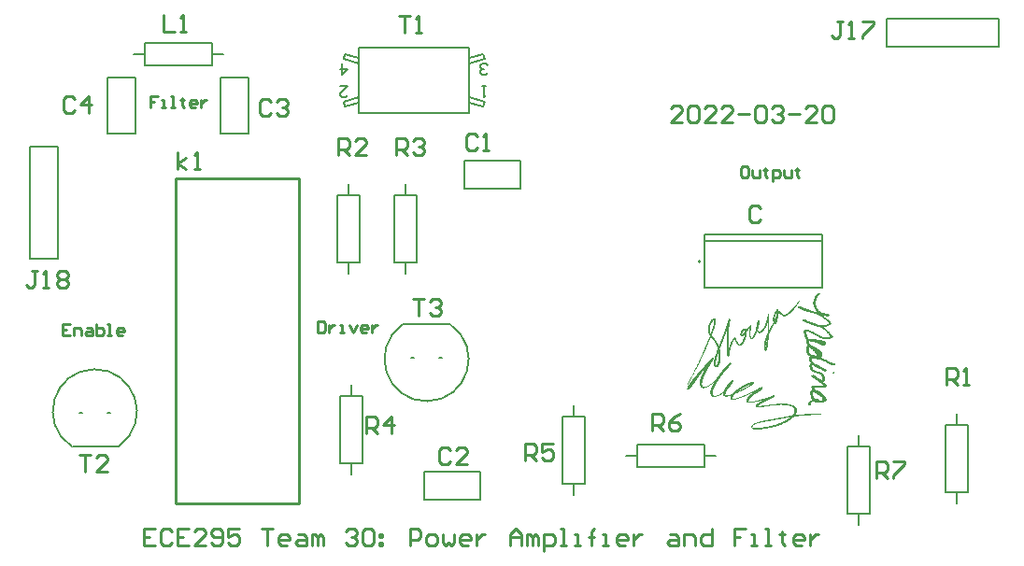
<source format=gto>
G04*
G04 #@! TF.GenerationSoftware,Altium Limited,Altium Designer,21.6.4 (81)*
G04*
G04 Layer_Color=65535*
%FSLAX25Y25*%
%MOIN*%
G70*
G04*
G04 #@! TF.SameCoordinates,2300CAAD-5815-40F2-B5FC-BA94866832FB*
G04*
G04*
G04 #@! TF.FilePolarity,Positive*
G04*
G01*
G75*
%ADD10C,0.00500*%
%ADD11C,0.00787*%
%ADD12C,0.01000*%
G36*
X286194Y97115D02*
X286254D01*
Y97054D01*
X286314D01*
Y96994D01*
X286495D01*
Y96813D01*
X286435D01*
Y96633D01*
X286375D01*
Y96572D01*
X286254D01*
Y96512D01*
X286194D01*
Y96452D01*
X286134D01*
Y96392D01*
X286073D01*
Y96271D01*
X286013D01*
Y96211D01*
X285953D01*
Y96151D01*
X285893D01*
Y96090D01*
X285832D01*
Y96030D01*
X285712D01*
Y95970D01*
X285652D01*
Y95910D01*
X285591D01*
Y95729D01*
X285471D01*
Y95669D01*
X285411D01*
Y95428D01*
X285350D01*
Y95247D01*
X285290D01*
Y95126D01*
X285230D01*
Y95006D01*
X285170D01*
Y94825D01*
X285109D01*
Y94644D01*
X285049D01*
Y94524D01*
X284989D01*
Y94403D01*
X284929D01*
Y94223D01*
X284868D01*
Y93921D01*
X284808D01*
Y93740D01*
X284748D01*
Y93499D01*
X284808D01*
Y93018D01*
X284868D01*
Y92777D01*
X284929D01*
Y92656D01*
X284989D01*
Y92536D01*
X285049D01*
Y92355D01*
X285109D01*
Y91993D01*
X285170D01*
Y91933D01*
X285230D01*
Y91812D01*
X285290D01*
Y91692D01*
X285350D01*
Y91571D01*
X285411D01*
Y91451D01*
X285471D01*
Y91330D01*
X285531D01*
Y91270D01*
X285591D01*
Y91210D01*
X285652D01*
Y91089D01*
X285712D01*
Y91029D01*
X285832D01*
Y90909D01*
X285893D01*
Y90788D01*
X286073D01*
Y90728D01*
X286134D01*
Y90607D01*
X286254D01*
Y90547D01*
X286314D01*
Y90427D01*
X286495D01*
Y90366D01*
X286555D01*
Y90306D01*
X286616D01*
Y90246D01*
X286736D01*
Y90186D01*
X286917D01*
Y90125D01*
X286977D01*
Y90065D01*
X287037D01*
Y90005D01*
X287399D01*
Y89945D01*
X287580D01*
Y89884D01*
X287700D01*
Y89945D01*
X287821D01*
Y89884D01*
X288062D01*
Y89824D01*
X288363D01*
Y89764D01*
X288484D01*
Y89704D01*
X288845D01*
Y89643D01*
X289026D01*
Y89583D01*
X289267D01*
Y89523D01*
X289447D01*
Y89463D01*
X289628D01*
Y89402D01*
X289688D01*
Y89342D01*
X289749D01*
Y89282D01*
X289809D01*
Y88981D01*
X289749D01*
Y88920D01*
X289688D01*
Y88860D01*
X289628D01*
Y88800D01*
X289508D01*
Y88740D01*
X289447D01*
Y88679D01*
X289267D01*
Y88740D01*
X288724D01*
Y88800D01*
X288484D01*
Y88860D01*
X288243D01*
Y88920D01*
X287881D01*
Y88981D01*
X287821D01*
Y88920D01*
X287700D01*
Y88981D01*
X287640D01*
Y89041D01*
X287580D01*
Y88981D01*
X287519D01*
Y88860D01*
X287700D01*
Y88740D01*
X287760D01*
Y88679D01*
X287821D01*
Y88619D01*
X287881D01*
Y88559D01*
X287941D01*
Y88499D01*
X288062D01*
Y88438D01*
X288122D01*
Y88378D01*
X288182D01*
Y88318D01*
X288363D01*
Y88257D01*
X288423D01*
Y88197D01*
X288544D01*
Y88137D01*
X288604D01*
Y88077D01*
X288724D01*
Y88016D01*
X288785D01*
Y87956D01*
X288845D01*
Y87896D01*
X288966D01*
Y87836D01*
X289026D01*
Y87775D01*
X289086D01*
Y87715D01*
X289146D01*
Y87655D01*
X289207D01*
Y87595D01*
X289267D01*
Y87534D01*
X289387D01*
Y87474D01*
X289447D01*
Y87414D01*
X289508D01*
Y87354D01*
X289628D01*
Y87293D01*
X289688D01*
Y87233D01*
X289749D01*
Y87173D01*
X289809D01*
Y87113D01*
X289869D01*
Y86992D01*
X289930D01*
Y86932D01*
X289990D01*
Y86872D01*
X290050D01*
Y86812D01*
X290110D01*
Y86751D01*
X290171D01*
Y86691D01*
X290231D01*
Y86571D01*
X290291D01*
Y86510D01*
X290351D01*
Y86149D01*
X290291D01*
Y86088D01*
X290231D01*
Y85968D01*
X290171D01*
Y85908D01*
X290110D01*
Y85787D01*
X290050D01*
Y85727D01*
X289990D01*
Y85667D01*
X289930D01*
Y85606D01*
X289809D01*
Y85546D01*
X289628D01*
Y85486D01*
X289568D01*
Y85426D01*
X289327D01*
Y85365D01*
X289267D01*
Y85305D01*
X289026D01*
Y85245D01*
X288785D01*
Y85185D01*
X288724D01*
Y85124D01*
X288484D01*
Y85064D01*
X288243D01*
Y85004D01*
X288182D01*
Y85064D01*
X288122D01*
Y85004D01*
X288062D01*
Y85064D01*
X288001D01*
Y85004D01*
X287881D01*
Y84944D01*
X287760D01*
Y84823D01*
X287700D01*
Y84763D01*
X287760D01*
Y84703D01*
X287821D01*
Y84642D01*
X287881D01*
Y84582D01*
X287941D01*
Y84522D01*
X288122D01*
Y84401D01*
X288303D01*
Y84341D01*
X288363D01*
Y84221D01*
X288544D01*
Y84100D01*
X288664D01*
Y84040D01*
X288785D01*
Y83980D01*
X288845D01*
Y83919D01*
X288905D01*
Y83859D01*
X288966D01*
Y83739D01*
X289026D01*
Y83678D01*
X289207D01*
Y83558D01*
X289267D01*
Y83498D01*
X289327D01*
Y83437D01*
X289387D01*
Y83377D01*
X289447D01*
Y83257D01*
X289628D01*
Y83196D01*
X289688D01*
Y83076D01*
X289749D01*
Y83016D01*
X289809D01*
Y82955D01*
X289869D01*
Y82895D01*
X289930D01*
Y82835D01*
X289990D01*
Y82775D01*
X290050D01*
Y82654D01*
X290110D01*
Y82594D01*
X290231D01*
Y82534D01*
X290291D01*
Y82473D01*
X290351D01*
Y82353D01*
X290412D01*
Y82292D01*
X290472D01*
Y82232D01*
X290532D01*
Y82172D01*
X290592D01*
Y82051D01*
X290713D01*
Y81931D01*
X290773D01*
Y81871D01*
X290894D01*
Y81810D01*
X290954D01*
Y81630D01*
X291014D01*
Y81569D01*
X291074D01*
Y81509D01*
X291014D01*
Y81328D01*
X290954D01*
Y81148D01*
X290894D01*
Y81087D01*
X290773D01*
Y81027D01*
X290713D01*
Y80967D01*
X290472D01*
Y80907D01*
X290412D01*
Y80967D01*
X290351D01*
Y80907D01*
X290291D01*
Y80847D01*
X290050D01*
Y80786D01*
X289990D01*
Y80726D01*
X289447D01*
Y80666D01*
X288966D01*
Y80605D01*
X288724D01*
Y80666D01*
X288243D01*
Y80726D01*
X287941D01*
Y80666D01*
X287821D01*
Y80726D01*
X287760D01*
Y80786D01*
X287339D01*
Y80847D01*
X287098D01*
Y80907D01*
X286917D01*
Y80967D01*
X286857D01*
Y81027D01*
X286495D01*
Y81087D01*
X286435D01*
Y81148D01*
X286254D01*
Y81208D01*
X286073D01*
Y81268D01*
X286013D01*
Y81328D01*
X285893D01*
Y81389D01*
X285712D01*
Y81509D01*
X285652D01*
Y81569D01*
X285531D01*
Y81509D01*
X285471D01*
Y81569D01*
X285411D01*
Y81630D01*
X285290D01*
Y81690D01*
X285170D01*
Y81750D01*
X285049D01*
Y81810D01*
X284989D01*
Y81871D01*
X284929D01*
Y81931D01*
X284748D01*
Y81991D01*
X284627D01*
Y82051D01*
X284567D01*
Y82112D01*
X284507D01*
Y82172D01*
X284386D01*
Y82232D01*
X284266D01*
Y82292D01*
X284206D01*
Y82353D01*
X284085D01*
Y82413D01*
X283964D01*
Y82473D01*
X283904D01*
Y82534D01*
X283784D01*
Y82594D01*
X283663D01*
Y82654D01*
X283543D01*
Y82714D01*
X283422D01*
Y82775D01*
X283302D01*
Y82835D01*
X283242D01*
Y82895D01*
X283121D01*
Y82955D01*
X282940D01*
Y83016D01*
X282880D01*
Y83076D01*
X282639D01*
Y83136D01*
X282458D01*
Y83196D01*
X282157D01*
Y83257D01*
X282036D01*
Y83317D01*
X281675D01*
Y83257D01*
X281615D01*
Y83196D01*
X281554D01*
Y82955D01*
X281615D01*
Y82895D01*
X281554D01*
Y82835D01*
X281615D01*
Y82594D01*
X281675D01*
Y82534D01*
X281615D01*
Y82473D01*
X281675D01*
Y82413D01*
X281615D01*
Y82353D01*
X281675D01*
Y82112D01*
X281735D01*
Y81690D01*
X281795D01*
Y81569D01*
X281856D01*
Y81449D01*
X281916D01*
Y81208D01*
X281976D01*
Y81087D01*
X282036D01*
Y81027D01*
X282097D01*
Y80967D01*
X282217D01*
Y80907D01*
X282277D01*
Y80786D01*
X282338D01*
Y80726D01*
X282458D01*
Y80666D01*
X282519D01*
Y80605D01*
X282639D01*
Y80666D01*
X282699D01*
Y80605D01*
X283121D01*
Y80666D01*
X283181D01*
Y80605D01*
X283723D01*
Y80545D01*
X283784D01*
Y80605D01*
X283844D01*
Y80545D01*
X283904D01*
Y80605D01*
X284206D01*
Y80545D01*
X284748D01*
Y80485D01*
X284868D01*
Y80545D01*
X285049D01*
Y80485D01*
X285170D01*
Y80425D01*
X285953D01*
Y80364D01*
X286134D01*
Y80304D01*
X286254D01*
Y80364D01*
X286495D01*
Y80304D01*
X286616D01*
Y80244D01*
X286977D01*
Y80184D01*
X287218D01*
Y80123D01*
X287399D01*
Y80063D01*
X287640D01*
Y80003D01*
X287760D01*
Y79943D01*
X287881D01*
Y79882D01*
X288001D01*
Y79822D01*
X288062D01*
Y79762D01*
X288122D01*
Y79641D01*
X288182D01*
Y79581D01*
X288243D01*
Y79521D01*
X288363D01*
Y79461D01*
X288303D01*
Y79280D01*
X288363D01*
Y78918D01*
X288303D01*
Y78798D01*
X288243D01*
Y78677D01*
X288182D01*
Y78557D01*
X288001D01*
Y78497D01*
X287881D01*
Y78436D01*
X287700D01*
Y78376D01*
X287519D01*
Y78436D01*
X286917D01*
Y78497D01*
X286676D01*
Y78557D01*
X286616D01*
Y78617D01*
X286495D01*
Y78677D01*
X286314D01*
Y78798D01*
X286194D01*
Y78858D01*
X286073D01*
Y78918D01*
X285953D01*
Y78979D01*
X285832D01*
Y79039D01*
X285712D01*
Y79099D01*
X285652D01*
Y79159D01*
X285471D01*
Y79220D01*
X285290D01*
Y79280D01*
X285049D01*
Y79340D01*
X284808D01*
Y79400D01*
X284627D01*
Y79461D01*
X284567D01*
Y79400D01*
X284507D01*
Y79461D01*
X284386D01*
Y79521D01*
X284206D01*
Y79581D01*
X284145D01*
Y79521D01*
X284085D01*
Y79581D01*
X283844D01*
Y79641D01*
X283543D01*
Y79702D01*
X283181D01*
Y79762D01*
X283000D01*
Y79822D01*
X282699D01*
Y79882D01*
X282398D01*
Y79822D01*
X282338D01*
Y79461D01*
X282398D01*
Y79340D01*
X282458D01*
Y79280D01*
X282519D01*
Y79220D01*
X282579D01*
Y79159D01*
X282639D01*
Y78979D01*
X282759D01*
Y78918D01*
X282820D01*
Y78798D01*
X282880D01*
Y78738D01*
X282940D01*
Y78677D01*
X283000D01*
Y78617D01*
X283061D01*
Y78497D01*
X283121D01*
Y78436D01*
X283181D01*
Y78376D01*
X283302D01*
Y78316D01*
X283422D01*
Y78256D01*
X283543D01*
Y78195D01*
X283723D01*
Y78135D01*
X283904D01*
Y78075D01*
X284025D01*
Y78015D01*
X284206D01*
Y77894D01*
X284386D01*
Y77834D01*
X284567D01*
Y77774D01*
X284627D01*
Y77713D01*
X284748D01*
Y77653D01*
X284808D01*
Y77593D01*
X284989D01*
Y77533D01*
X285049D01*
Y77472D01*
X285170D01*
Y77412D01*
X285230D01*
Y77352D01*
X285411D01*
Y77231D01*
X285471D01*
Y77171D01*
X285652D01*
Y77111D01*
X285772D01*
Y77051D01*
X285832D01*
Y76990D01*
X285893D01*
Y76930D01*
X286013D01*
Y76870D01*
X286073D01*
Y76810D01*
X286134D01*
Y76749D01*
X286194D01*
Y76689D01*
X286254D01*
Y76629D01*
X286314D01*
Y76569D01*
X286435D01*
Y76508D01*
X286495D01*
Y76388D01*
X286555D01*
Y76328D01*
X286616D01*
Y76267D01*
X286676D01*
Y76207D01*
X286736D01*
Y76086D01*
X286796D01*
Y76026D01*
X286857D01*
Y75966D01*
X286917D01*
Y75906D01*
X286977D01*
Y75785D01*
X287037D01*
Y75725D01*
X287098D01*
Y75665D01*
X287158D01*
Y75303D01*
X287218D01*
Y74460D01*
X287158D01*
Y74399D01*
X287098D01*
Y74279D01*
X287037D01*
Y74219D01*
X286917D01*
Y74158D01*
X286857D01*
Y74098D01*
X286796D01*
Y73917D01*
X286857D01*
Y73857D01*
X287037D01*
Y73797D01*
X287218D01*
Y73737D01*
X287399D01*
Y73676D01*
X287459D01*
Y73616D01*
X287580D01*
Y73556D01*
X287760D01*
Y73616D01*
X287821D01*
Y73556D01*
X287881D01*
Y73496D01*
X288001D01*
Y73435D01*
X288182D01*
Y73375D01*
X288303D01*
Y73315D01*
X288423D01*
Y73194D01*
X288664D01*
Y73134D01*
X288785D01*
Y73074D01*
X288905D01*
Y73014D01*
X289026D01*
Y72953D01*
X289146D01*
Y72893D01*
X289267D01*
Y72833D01*
X289447D01*
Y72773D01*
X289508D01*
Y72712D01*
X289568D01*
Y72652D01*
X289688D01*
Y72592D01*
X289869D01*
Y72532D01*
X289930D01*
Y72471D01*
X290291D01*
Y72411D01*
X290351D01*
Y72351D01*
X290412D01*
Y72291D01*
X290532D01*
Y72230D01*
X290653D01*
Y72170D01*
X290954D01*
Y72110D01*
X291135D01*
Y72050D01*
X291496D01*
Y71989D01*
X291797D01*
Y71869D01*
X291858D01*
Y71447D01*
X291797D01*
Y71387D01*
X291737D01*
Y71327D01*
X291677D01*
Y71387D01*
X291617D01*
Y71327D01*
X291496D01*
Y71266D01*
X291135D01*
Y71206D01*
X291074D01*
Y71266D01*
X291014D01*
Y71206D01*
X290954D01*
Y71266D01*
X290833D01*
Y71327D01*
X290653D01*
Y71387D01*
X290412D01*
Y71447D01*
X290291D01*
Y71507D01*
X290050D01*
Y71568D01*
X289990D01*
Y71628D01*
X289869D01*
Y71688D01*
X289809D01*
Y71748D01*
X289628D01*
Y71809D01*
X289568D01*
Y71869D01*
X289447D01*
Y71929D01*
X289387D01*
Y71989D01*
X289146D01*
Y72050D01*
X289086D01*
Y72110D01*
X288905D01*
Y72170D01*
X288785D01*
Y72230D01*
X288664D01*
Y72291D01*
X288544D01*
Y72351D01*
X288484D01*
Y72411D01*
X288363D01*
Y72471D01*
X288303D01*
Y72532D01*
X288122D01*
Y72592D01*
X288062D01*
Y72652D01*
X287881D01*
Y72712D01*
X287760D01*
Y72773D01*
X287519D01*
Y72833D01*
X287459D01*
Y72893D01*
X287278D01*
Y72953D01*
X287158D01*
Y73014D01*
X287037D01*
Y73074D01*
X286917D01*
Y73134D01*
X286736D01*
Y73194D01*
X286495D01*
Y73255D01*
X286194D01*
Y73315D01*
X286013D01*
Y73375D01*
X285832D01*
Y73435D01*
X285591D01*
Y73496D01*
X285290D01*
Y73556D01*
X285049D01*
Y73616D01*
X284326D01*
Y73676D01*
X284025D01*
Y73616D01*
X283844D01*
Y73676D01*
X283422D01*
Y73616D01*
X283362D01*
Y73375D01*
X283422D01*
Y73255D01*
X283483D01*
Y73134D01*
X283543D01*
Y73014D01*
X283603D01*
Y72773D01*
X283663D01*
Y72712D01*
X283723D01*
Y72652D01*
X283784D01*
Y72532D01*
X283844D01*
Y72471D01*
X283904D01*
Y72351D01*
X283964D01*
Y72291D01*
X284025D01*
Y72230D01*
X284085D01*
Y72170D01*
X284145D01*
Y72050D01*
X284326D01*
Y71989D01*
X284386D01*
Y71929D01*
X284447D01*
Y71869D01*
X284567D01*
Y71809D01*
X284748D01*
Y71748D01*
X284989D01*
Y71688D01*
X285049D01*
Y71628D01*
X285290D01*
Y71568D01*
X285350D01*
Y71507D01*
X285411D01*
Y71447D01*
X285591D01*
Y71387D01*
X285652D01*
Y71327D01*
X285832D01*
Y71266D01*
X285953D01*
Y71206D01*
X286013D01*
Y71146D01*
X286073D01*
Y71086D01*
X286254D01*
Y70965D01*
X286435D01*
Y70905D01*
X286495D01*
Y70845D01*
X286736D01*
Y70784D01*
X286796D01*
Y70724D01*
X286977D01*
Y70664D01*
X287098D01*
Y70604D01*
X287278D01*
Y70483D01*
X287519D01*
Y70363D01*
X287580D01*
Y70302D01*
X287640D01*
Y70363D01*
X287700D01*
Y70302D01*
X287760D01*
Y70242D01*
X287821D01*
Y70182D01*
X287941D01*
Y70122D01*
X288001D01*
Y70061D01*
X288122D01*
Y70001D01*
X288182D01*
Y69941D01*
X288363D01*
Y69820D01*
X288484D01*
Y69760D01*
X288544D01*
Y69639D01*
X288724D01*
Y69579D01*
X288785D01*
Y69459D01*
X288724D01*
Y69278D01*
X288664D01*
Y69218D01*
X288604D01*
Y69097D01*
X288544D01*
Y69037D01*
X288363D01*
Y68977D01*
X288303D01*
Y69037D01*
X288243D01*
Y68977D01*
X287941D01*
Y69037D01*
X287821D01*
Y69097D01*
X287700D01*
Y69157D01*
X287640D01*
Y69278D01*
X287519D01*
Y69398D01*
X287459D01*
Y69459D01*
X287278D01*
Y69519D01*
X287218D01*
Y69579D01*
X287158D01*
Y69639D01*
X287037D01*
Y69700D01*
X286977D01*
Y69760D01*
X286796D01*
Y69880D01*
X286555D01*
Y69941D01*
X286435D01*
Y70001D01*
X286254D01*
Y70061D01*
X286073D01*
Y70122D01*
X285953D01*
Y70182D01*
X285712D01*
Y70242D01*
X285591D01*
Y70302D01*
X285471D01*
Y70363D01*
X285350D01*
Y70423D01*
X285170D01*
Y70483D01*
X285109D01*
Y70543D01*
X284989D01*
Y70604D01*
X284929D01*
Y70664D01*
X284808D01*
Y70724D01*
X284688D01*
Y70784D01*
X284507D01*
Y70905D01*
X284386D01*
Y70965D01*
X284326D01*
Y71025D01*
X284266D01*
Y71086D01*
X284085D01*
Y71206D01*
X284025D01*
Y71266D01*
X283964D01*
Y71327D01*
X283663D01*
Y71266D01*
X283603D01*
Y71206D01*
X283543D01*
Y71086D01*
X283603D01*
Y70604D01*
X283663D01*
Y70302D01*
X283723D01*
Y70182D01*
X283784D01*
Y70122D01*
X283844D01*
Y70001D01*
X283904D01*
Y69880D01*
X283964D01*
Y69820D01*
X284085D01*
Y69760D01*
X284145D01*
Y69700D01*
X284206D01*
Y69639D01*
X284266D01*
Y69579D01*
X284386D01*
Y69519D01*
X284567D01*
Y69459D01*
X284627D01*
Y69398D01*
X284808D01*
Y69338D01*
X284989D01*
Y69278D01*
X285109D01*
Y69218D01*
X285290D01*
Y69157D01*
X285531D01*
Y69097D01*
X285832D01*
Y69037D01*
X285893D01*
Y68977D01*
X285953D01*
Y69037D01*
X286073D01*
Y68977D01*
X286254D01*
Y68916D01*
X286314D01*
Y68856D01*
X286495D01*
Y68796D01*
X286676D01*
Y68736D01*
X286796D01*
Y68675D01*
X286917D01*
Y68615D01*
X287098D01*
Y68555D01*
X287158D01*
Y68495D01*
X287218D01*
Y68434D01*
X287339D01*
Y68374D01*
X287399D01*
Y68314D01*
X287459D01*
Y68254D01*
X287519D01*
Y68133D01*
X287580D01*
Y68073D01*
X287640D01*
Y68013D01*
X287700D01*
Y67952D01*
X287760D01*
Y67832D01*
X287821D01*
Y67711D01*
X287881D01*
Y67651D01*
X287941D01*
Y67350D01*
X288001D01*
Y67229D01*
X288062D01*
Y66988D01*
X288122D01*
Y66747D01*
X288182D01*
Y66506D01*
X288243D01*
Y66446D01*
X288182D01*
Y66205D01*
X288243D01*
Y65904D01*
X288182D01*
Y65783D01*
X288122D01*
Y65663D01*
X288062D01*
Y65602D01*
X287941D01*
Y65542D01*
X287881D01*
Y65482D01*
X287760D01*
Y65422D01*
X287700D01*
Y65361D01*
X287640D01*
Y65301D01*
X287580D01*
Y65121D01*
X287640D01*
Y65060D01*
X287760D01*
Y65000D01*
X287821D01*
Y64940D01*
X287881D01*
Y64880D01*
X288062D01*
Y64759D01*
X288122D01*
Y64699D01*
X288182D01*
Y64639D01*
X288243D01*
Y64578D01*
X288303D01*
Y64518D01*
X288423D01*
Y64337D01*
X288484D01*
Y64277D01*
X288544D01*
Y64217D01*
X288664D01*
Y64036D01*
X288724D01*
Y63735D01*
X288664D01*
Y63614D01*
X288604D01*
Y63554D01*
X288544D01*
Y63494D01*
X288303D01*
Y63433D01*
X288122D01*
Y63373D01*
X287580D01*
Y63313D01*
X286917D01*
Y63253D01*
X285953D01*
Y63192D01*
X285712D01*
Y63253D01*
X285411D01*
Y63313D01*
X285290D01*
Y63253D01*
X285230D01*
Y63313D01*
X284989D01*
Y63373D01*
X284748D01*
Y63433D01*
X284688D01*
Y63373D01*
X284627D01*
Y63433D01*
X284567D01*
Y63373D01*
X284447D01*
Y63313D01*
X284386D01*
Y63253D01*
X284326D01*
Y63132D01*
X284386D01*
Y63012D01*
X284507D01*
Y62951D01*
X284567D01*
Y62831D01*
X284627D01*
Y62710D01*
X284688D01*
Y62650D01*
X284808D01*
Y62590D01*
X284868D01*
Y62530D01*
X284929D01*
Y62469D01*
X285230D01*
Y62409D01*
X285411D01*
Y62349D01*
X285652D01*
Y62289D01*
X285712D01*
Y62228D01*
X285893D01*
Y62108D01*
X286134D01*
Y62048D01*
X286194D01*
Y61987D01*
X286254D01*
Y61927D01*
X286314D01*
Y61867D01*
X286375D01*
Y61807D01*
X286555D01*
Y61686D01*
X286736D01*
Y61626D01*
X286796D01*
Y61505D01*
X286857D01*
Y61445D01*
X286917D01*
Y61385D01*
X286977D01*
Y61325D01*
X287037D01*
Y61264D01*
X287158D01*
Y61204D01*
X287218D01*
Y61144D01*
X287278D01*
Y61084D01*
X287339D01*
Y61023D01*
X287399D01*
Y60903D01*
X287459D01*
Y60843D01*
X287519D01*
Y60782D01*
X287580D01*
Y60722D01*
X287640D01*
Y60602D01*
X287700D01*
Y60541D01*
X287821D01*
Y60481D01*
X287881D01*
Y60300D01*
X287941D01*
Y60240D01*
X288062D01*
Y60180D01*
X288122D01*
Y60059D01*
X288182D01*
Y59999D01*
X288303D01*
Y59878D01*
X288363D01*
Y59818D01*
X288423D01*
Y59758D01*
X288484D01*
Y59698D01*
X288544D01*
Y59577D01*
X288604D01*
Y59457D01*
X288664D01*
Y59396D01*
X288724D01*
Y59216D01*
X288785D01*
Y58915D01*
X288724D01*
Y58734D01*
X288664D01*
Y58674D01*
X288604D01*
Y58493D01*
X288544D01*
Y58433D01*
X288423D01*
Y58372D01*
X288243D01*
Y58312D01*
X288122D01*
Y58252D01*
X288062D01*
Y58312D01*
X288001D01*
Y58252D01*
X287881D01*
Y58191D01*
X287821D01*
Y58131D01*
X287580D01*
Y58071D01*
X287519D01*
Y58011D01*
X287278D01*
Y57950D01*
X287218D01*
Y58011D01*
X287158D01*
Y57950D01*
X286736D01*
Y57890D01*
X286676D01*
Y57950D01*
X286616D01*
Y57890D01*
X284627D01*
Y58011D01*
X284567D01*
Y58071D01*
X284507D01*
Y58131D01*
X284386D01*
Y58191D01*
X284326D01*
Y58252D01*
X284085D01*
Y58191D01*
X283844D01*
Y58252D01*
X283784D01*
Y58191D01*
X283543D01*
Y58131D01*
X283422D01*
Y58071D01*
X283362D01*
Y58011D01*
X283302D01*
Y57950D01*
X283242D01*
Y57890D01*
X283181D01*
Y57830D01*
X283121D01*
Y57709D01*
X283181D01*
Y57529D01*
X283121D01*
Y57408D01*
X283181D01*
Y57047D01*
X283121D01*
Y56926D01*
X283061D01*
Y56866D01*
X282880D01*
Y56806D01*
X282759D01*
Y56866D01*
X282699D01*
Y56806D01*
X282639D01*
Y56866D01*
X282398D01*
Y56926D01*
X282338D01*
Y56986D01*
X282277D01*
Y57348D01*
X282217D01*
Y57709D01*
X282277D01*
Y57770D01*
X282217D01*
Y58011D01*
X282277D01*
Y58071D01*
X282338D01*
Y58191D01*
X282398D01*
Y58312D01*
X282458D01*
Y58372D01*
X282519D01*
Y58493D01*
X282639D01*
Y58553D01*
X282820D01*
Y58613D01*
X282880D01*
Y58674D01*
X283000D01*
Y58734D01*
X283061D01*
Y58794D01*
X283603D01*
Y58854D01*
X283663D01*
Y58915D01*
X283723D01*
Y59095D01*
X283663D01*
Y59155D01*
X283603D01*
Y59216D01*
X283543D01*
Y59276D01*
X283483D01*
Y59336D01*
X283422D01*
Y59457D01*
X283242D01*
Y59637D01*
X283181D01*
Y59758D01*
X283121D01*
Y59878D01*
X283061D01*
Y60059D01*
X283000D01*
Y60541D01*
X282940D01*
Y61084D01*
X282880D01*
Y61867D01*
X282940D01*
Y62048D01*
X283000D01*
Y62168D01*
X283061D01*
Y62228D01*
X283121D01*
Y62289D01*
X283181D01*
Y62349D01*
X283302D01*
Y62409D01*
X283362D01*
Y62469D01*
X283483D01*
Y62530D01*
X283543D01*
Y62831D01*
X283483D01*
Y62951D01*
X283422D01*
Y63012D01*
X283362D01*
Y63373D01*
X283302D01*
Y63554D01*
X283362D01*
Y63614D01*
X283422D01*
Y63855D01*
X283483D01*
Y63915D01*
X283543D01*
Y63976D01*
X283603D01*
Y64036D01*
X283844D01*
Y64096D01*
X284085D01*
Y64157D01*
X284145D01*
Y64096D01*
X284206D01*
Y64157D01*
X284266D01*
Y64096D01*
X284567D01*
Y64157D01*
X284627D01*
Y64096D01*
X285109D01*
Y64036D01*
X285350D01*
Y63976D01*
X285591D01*
Y63915D01*
X286073D01*
Y63855D01*
X286134D01*
Y63915D01*
X286796D01*
Y63976D01*
X287218D01*
Y64036D01*
X287278D01*
Y64096D01*
X287399D01*
Y64337D01*
X287339D01*
Y64458D01*
X287158D01*
Y64518D01*
X287098D01*
Y64578D01*
X287037D01*
Y64639D01*
X286917D01*
Y64699D01*
X286857D01*
Y64759D01*
X286796D01*
Y64819D01*
X286736D01*
Y64940D01*
X286676D01*
Y65000D01*
X286616D01*
Y64940D01*
X286555D01*
Y65000D01*
X286495D01*
Y65060D01*
X286435D01*
Y65121D01*
X286314D01*
Y65181D01*
X286254D01*
Y65241D01*
X286194D01*
Y65301D01*
X286073D01*
Y65361D01*
X286013D01*
Y65422D01*
X285953D01*
Y65482D01*
X285832D01*
Y65542D01*
X285712D01*
Y65602D01*
X285652D01*
Y65663D01*
X285591D01*
Y65723D01*
X285471D01*
Y65783D01*
X285411D01*
Y65904D01*
X285230D01*
Y65964D01*
X285170D01*
Y66085D01*
X284989D01*
Y66145D01*
X284929D01*
Y66265D01*
X284808D01*
Y66326D01*
X284688D01*
Y66386D01*
X284567D01*
Y66446D01*
X284507D01*
Y66506D01*
X284386D01*
Y66567D01*
X284266D01*
Y66627D01*
X284145D01*
Y66687D01*
X284025D01*
Y66747D01*
X283904D01*
Y66808D01*
X283723D01*
Y66868D01*
X283663D01*
Y66988D01*
X283483D01*
Y67109D01*
X283422D01*
Y67169D01*
X283362D01*
Y67229D01*
X283302D01*
Y67531D01*
X283362D01*
Y67651D01*
X283422D01*
Y67772D01*
X283483D01*
Y67832D01*
X283603D01*
Y67772D01*
X283663D01*
Y67832D01*
X283904D01*
Y67892D01*
X284025D01*
Y67832D01*
X284206D01*
Y67772D01*
X284386D01*
Y67711D01*
X284507D01*
Y67651D01*
X284627D01*
Y67591D01*
X284688D01*
Y67531D01*
X284748D01*
Y67470D01*
X284808D01*
Y67410D01*
X284929D01*
Y67350D01*
X284989D01*
Y67290D01*
X285049D01*
Y67229D01*
X285109D01*
Y67169D01*
X285230D01*
Y67109D01*
X285290D01*
Y67049D01*
X285350D01*
Y66988D01*
X285411D01*
Y66868D01*
X285591D01*
Y66808D01*
X285652D01*
Y66687D01*
X285832D01*
Y66627D01*
X285893D01*
Y66567D01*
X286013D01*
Y66506D01*
X286073D01*
Y66446D01*
X286134D01*
Y66386D01*
X286314D01*
Y66326D01*
X286435D01*
Y66265D01*
X286495D01*
Y66205D01*
X286736D01*
Y66145D01*
X286857D01*
Y66085D01*
X287098D01*
Y66145D01*
X287218D01*
Y66265D01*
X287278D01*
Y66386D01*
X287218D01*
Y66687D01*
X287158D01*
Y67169D01*
X287098D01*
Y67290D01*
X287037D01*
Y67350D01*
X286977D01*
Y67470D01*
X286917D01*
Y67591D01*
X286857D01*
Y67711D01*
X286796D01*
Y67832D01*
X286736D01*
Y67892D01*
X286555D01*
Y68013D01*
X286435D01*
Y68073D01*
X286314D01*
Y68133D01*
X286254D01*
Y68193D01*
X286134D01*
Y68254D01*
X285953D01*
Y68314D01*
X285772D01*
Y68374D01*
X285531D01*
Y68434D01*
X285350D01*
Y68495D01*
X285170D01*
Y68555D01*
X284929D01*
Y68615D01*
X284627D01*
Y68675D01*
X284507D01*
Y68736D01*
X284326D01*
Y68796D01*
X284266D01*
Y68856D01*
X284085D01*
Y68916D01*
X283844D01*
Y68977D01*
X283784D01*
Y69037D01*
X283723D01*
Y69097D01*
X283663D01*
Y69157D01*
X283483D01*
Y69278D01*
X283422D01*
Y69338D01*
X283242D01*
Y69459D01*
X283181D01*
Y69519D01*
X283121D01*
Y69579D01*
X283061D01*
Y69700D01*
X283000D01*
Y69760D01*
X282940D01*
Y69880D01*
X282880D01*
Y70001D01*
X282820D01*
Y70122D01*
X282759D01*
Y70302D01*
X282699D01*
Y70483D01*
X282639D01*
Y70724D01*
X282579D01*
Y71507D01*
X282639D01*
Y71748D01*
X282699D01*
Y71869D01*
X282759D01*
Y71929D01*
X282820D01*
Y71989D01*
X282940D01*
Y72050D01*
X283000D01*
Y72230D01*
X282940D01*
Y72351D01*
X282820D01*
Y72471D01*
X282759D01*
Y72592D01*
X282699D01*
Y72712D01*
X282639D01*
Y72773D01*
X282579D01*
Y72833D01*
X282519D01*
Y73074D01*
X282458D01*
Y73134D01*
X282398D01*
Y73255D01*
X282338D01*
Y73797D01*
X282398D01*
Y73917D01*
X282458D01*
Y74038D01*
X282519D01*
Y74158D01*
X282579D01*
Y74219D01*
X282699D01*
Y74279D01*
X282759D01*
Y74520D01*
X282699D01*
Y74580D01*
X282519D01*
Y74701D01*
X282398D01*
Y74761D01*
X282277D01*
Y74821D01*
X282157D01*
Y74881D01*
X282097D01*
Y74942D01*
X282036D01*
Y75002D01*
X281976D01*
Y75062D01*
X281916D01*
Y75122D01*
X281856D01*
Y75243D01*
X281795D01*
Y75303D01*
X281735D01*
Y75363D01*
X281675D01*
Y75604D01*
X281615D01*
Y75725D01*
X281554D01*
Y75785D01*
X281494D01*
Y76026D01*
X281434D01*
Y76508D01*
X281374D01*
Y76629D01*
X281434D01*
Y76810D01*
X281374D01*
Y77111D01*
X281434D01*
Y77533D01*
X281494D01*
Y77653D01*
X281554D01*
Y77774D01*
X281615D01*
Y77894D01*
X281675D01*
Y77954D01*
X281735D01*
Y78075D01*
X281795D01*
Y78135D01*
X281856D01*
Y78195D01*
X281916D01*
Y78256D01*
X281976D01*
Y78497D01*
X281916D01*
Y78617D01*
X281795D01*
Y78677D01*
X281735D01*
Y78798D01*
X281675D01*
Y78918D01*
X281615D01*
Y78979D01*
X281554D01*
Y79039D01*
X281494D01*
Y79220D01*
X281434D01*
Y79340D01*
X281374D01*
Y79461D01*
X281313D01*
Y79822D01*
X281374D01*
Y80123D01*
X281434D01*
Y80304D01*
X281494D01*
Y80364D01*
X281434D01*
Y80485D01*
X281374D01*
Y80605D01*
X281313D01*
Y80726D01*
X281253D01*
Y80786D01*
X281193D01*
Y80907D01*
X281133D01*
Y81027D01*
X281072D01*
Y81148D01*
X281012D01*
Y81268D01*
X280952D01*
Y81328D01*
X280892D01*
Y81810D01*
X280831D01*
Y81931D01*
X280771D01*
Y82112D01*
X280711D01*
Y82413D01*
X280651D01*
Y82714D01*
X280590D01*
Y83377D01*
X280530D01*
Y83678D01*
X280590D01*
Y83799D01*
X280651D01*
Y83919D01*
X280711D01*
Y83980D01*
X280771D01*
Y84040D01*
X281012D01*
Y84100D01*
X281313D01*
Y84040D01*
X281494D01*
Y84100D01*
X281615D01*
Y84040D01*
X281795D01*
Y83980D01*
X282036D01*
Y83919D01*
X282338D01*
Y83859D01*
X282519D01*
Y83799D01*
X282759D01*
Y83739D01*
X282940D01*
Y83678D01*
X283000D01*
Y83618D01*
X283242D01*
Y83558D01*
X283302D01*
Y83498D01*
X283483D01*
Y83437D01*
X283603D01*
Y83377D01*
X283723D01*
Y83317D01*
X283844D01*
Y83257D01*
X284025D01*
Y83196D01*
X284085D01*
Y83136D01*
X284145D01*
Y83076D01*
X284266D01*
Y83016D01*
X284447D01*
Y82895D01*
X284507D01*
Y82835D01*
X284688D01*
Y82775D01*
X284808D01*
Y82714D01*
X284868D01*
Y82654D01*
X284929D01*
Y82594D01*
X285109D01*
Y82534D01*
X285230D01*
Y82473D01*
X285290D01*
Y82413D01*
X285350D01*
Y82353D01*
X285531D01*
Y82292D01*
X285652D01*
Y82232D01*
X285712D01*
Y82172D01*
X285772D01*
Y82112D01*
X285953D01*
Y82051D01*
X286013D01*
Y81991D01*
X286134D01*
Y81931D01*
X286194D01*
Y81871D01*
X286375D01*
Y81810D01*
X286616D01*
Y81750D01*
X286796D01*
Y81690D01*
X286857D01*
Y81630D01*
X286977D01*
Y81569D01*
X287278D01*
Y81509D01*
X287399D01*
Y81449D01*
X287760D01*
Y81389D01*
X288243D01*
Y81328D01*
X289387D01*
Y81389D01*
X289749D01*
Y81449D01*
X289809D01*
Y81509D01*
X289930D01*
Y81810D01*
X289869D01*
Y81871D01*
X289809D01*
Y81991D01*
X289749D01*
Y82051D01*
X289688D01*
Y82112D01*
X289628D01*
Y82232D01*
X289568D01*
Y82292D01*
X289447D01*
Y82353D01*
X289387D01*
Y82534D01*
X289327D01*
Y82594D01*
X289146D01*
Y82714D01*
X289086D01*
Y82775D01*
X289026D01*
Y82835D01*
X288966D01*
Y82895D01*
X288905D01*
Y83016D01*
X288845D01*
Y83076D01*
X288785D01*
Y83136D01*
X288724D01*
Y83196D01*
X288664D01*
Y83257D01*
X288544D01*
Y83317D01*
X288484D01*
Y83377D01*
X288423D01*
Y83437D01*
X288363D01*
Y83498D01*
X288303D01*
Y83618D01*
X288243D01*
Y83678D01*
X288062D01*
Y83799D01*
X288001D01*
Y83859D01*
X287821D01*
Y83980D01*
X287640D01*
Y84040D01*
X287580D01*
Y84160D01*
X287399D01*
Y84221D01*
X287339D01*
Y84281D01*
X287278D01*
Y84341D01*
X287218D01*
Y84401D01*
X287158D01*
Y84462D01*
X286977D01*
Y84522D01*
X286857D01*
Y84582D01*
X286736D01*
Y84642D01*
X286555D01*
Y84703D01*
X286495D01*
Y84763D01*
X286435D01*
Y84823D01*
X286314D01*
Y84883D01*
X286134D01*
Y84944D01*
X286013D01*
Y85004D01*
X285893D01*
Y85064D01*
X285591D01*
Y85124D01*
X285471D01*
Y85185D01*
X285170D01*
Y85245D01*
X285049D01*
Y85305D01*
X284748D01*
Y85365D01*
X284627D01*
Y85426D01*
X284447D01*
Y85486D01*
X284145D01*
Y85546D01*
X283964D01*
Y85606D01*
X283844D01*
Y85667D01*
X283663D01*
Y85787D01*
X283362D01*
Y85847D01*
X283242D01*
Y85908D01*
X283061D01*
Y85968D01*
X283000D01*
Y86028D01*
X282759D01*
Y86088D01*
X282639D01*
Y86149D01*
X282398D01*
Y86209D01*
X282338D01*
Y86269D01*
X282217D01*
Y86329D01*
X281916D01*
Y86390D01*
X281795D01*
Y86450D01*
X281675D01*
Y86510D01*
X281434D01*
Y86571D01*
X281313D01*
Y86631D01*
X281133D01*
Y86691D01*
X280952D01*
Y86751D01*
X280892D01*
Y86812D01*
X280711D01*
Y86872D01*
X280590D01*
Y86932D01*
X280530D01*
Y86992D01*
X280470D01*
Y87053D01*
X280349D01*
Y87113D01*
X280229D01*
Y87173D01*
X280108D01*
Y87414D01*
X280048D01*
Y87474D01*
X280108D01*
Y87715D01*
X280169D01*
Y87775D01*
X280410D01*
Y87836D01*
X280831D01*
Y87775D01*
X280952D01*
Y87715D01*
X281072D01*
Y87655D01*
X281193D01*
Y87595D01*
X281313D01*
Y87534D01*
X281374D01*
Y87474D01*
X281494D01*
Y87414D01*
X281615D01*
Y87354D01*
X281735D01*
Y87293D01*
X281795D01*
Y87233D01*
X281916D01*
Y87173D01*
X281976D01*
Y87233D01*
X282036D01*
Y87173D01*
X282217D01*
Y87113D01*
X282277D01*
Y87053D01*
X282458D01*
Y86992D01*
X282519D01*
Y86932D01*
X282639D01*
Y86872D01*
X282699D01*
Y86812D01*
X283000D01*
Y86751D01*
X283121D01*
Y86691D01*
X283302D01*
Y86631D01*
X283362D01*
Y86571D01*
X283422D01*
Y86631D01*
X283483D01*
Y86571D01*
X283543D01*
Y86510D01*
X283603D01*
Y86571D01*
X283723D01*
Y86510D01*
X283904D01*
Y86450D01*
X283964D01*
Y86390D01*
X284085D01*
Y86329D01*
X284386D01*
Y86269D01*
X284567D01*
Y86209D01*
X284688D01*
Y86149D01*
X284808D01*
Y86088D01*
X285049D01*
Y86028D01*
X285170D01*
Y85968D01*
X285350D01*
Y85908D01*
X285411D01*
Y85847D01*
X285591D01*
Y85787D01*
X285832D01*
Y85727D01*
X286013D01*
Y85667D01*
X286194D01*
Y85606D01*
X286495D01*
Y85546D01*
X286555D01*
Y85606D01*
X286676D01*
Y85546D01*
X286977D01*
Y85606D01*
X287037D01*
Y85546D01*
X287399D01*
Y85606D01*
X287821D01*
Y85667D01*
X288062D01*
Y85727D01*
X288243D01*
Y85787D01*
X288484D01*
Y85847D01*
X288664D01*
Y85908D01*
X288785D01*
Y85968D01*
X289026D01*
Y86028D01*
X289207D01*
Y86088D01*
X289327D01*
Y86149D01*
X289387D01*
Y86209D01*
X289447D01*
Y86571D01*
X289387D01*
Y86631D01*
X289327D01*
Y86691D01*
X289207D01*
Y86751D01*
X289146D01*
Y86872D01*
X289086D01*
Y86932D01*
X289026D01*
Y86992D01*
X288966D01*
Y87053D01*
X288905D01*
Y87113D01*
X288845D01*
Y87173D01*
X288724D01*
Y87233D01*
X288664D01*
Y87354D01*
X288544D01*
Y87474D01*
X288484D01*
Y87534D01*
X288303D01*
Y87655D01*
X288182D01*
Y87715D01*
X288062D01*
Y87836D01*
X287941D01*
Y87896D01*
X287821D01*
Y87956D01*
X287760D01*
Y88016D01*
X287640D01*
Y88077D01*
X287580D01*
Y88137D01*
X287459D01*
Y88197D01*
X287339D01*
Y88257D01*
X287278D01*
Y88318D01*
X287218D01*
Y88438D01*
X287037D01*
Y88499D01*
X286977D01*
Y88559D01*
X286917D01*
Y88619D01*
X286796D01*
Y88679D01*
X286676D01*
Y88740D01*
X286495D01*
Y88800D01*
X286314D01*
Y88860D01*
X286254D01*
Y88920D01*
X286194D01*
Y88981D01*
X286073D01*
Y89041D01*
X285893D01*
Y89101D01*
X285832D01*
Y89161D01*
X285652D01*
Y89222D01*
X285531D01*
Y89282D01*
X285471D01*
Y89342D01*
X285411D01*
Y89402D01*
X285290D01*
Y89463D01*
X285109D01*
Y89523D01*
X284929D01*
Y89583D01*
X284688D01*
Y89643D01*
X284627D01*
Y89704D01*
X284567D01*
Y89764D01*
X284326D01*
Y89824D01*
X284206D01*
Y89884D01*
X284145D01*
Y89824D01*
X284085D01*
Y89884D01*
X283964D01*
Y89945D01*
X283784D01*
Y90005D01*
X283422D01*
Y90065D01*
X283362D01*
Y90125D01*
X283302D01*
Y90065D01*
X283121D01*
Y90125D01*
X282880D01*
Y90186D01*
X282579D01*
Y90246D01*
X282519D01*
Y90306D01*
X282157D01*
Y90366D01*
X282097D01*
Y90427D01*
X281735D01*
Y90487D01*
X281554D01*
Y90547D01*
X281374D01*
Y90607D01*
X281313D01*
Y90668D01*
X281193D01*
Y90607D01*
X281133D01*
Y90668D01*
X281072D01*
Y90728D01*
X280892D01*
Y90788D01*
X280771D01*
Y90848D01*
X280470D01*
Y90909D01*
X280349D01*
Y90969D01*
X280289D01*
Y91029D01*
X280108D01*
Y91089D01*
X280048D01*
Y91150D01*
X279807D01*
Y91210D01*
X279687D01*
Y91270D01*
X279506D01*
Y91330D01*
X279446D01*
Y91391D01*
X279385D01*
Y91451D01*
X279265D01*
Y91511D01*
X279144D01*
Y91571D01*
X279024D01*
Y91632D01*
X278843D01*
Y91752D01*
X278723D01*
Y91812D01*
X278602D01*
Y91873D01*
X278542D01*
Y91933D01*
X278482D01*
Y91993D01*
X278421D01*
Y92234D01*
X278482D01*
Y92295D01*
X278542D01*
Y92355D01*
X278602D01*
Y92415D01*
X278723D01*
Y92475D01*
X279205D01*
Y92415D01*
X279325D01*
Y92355D01*
X279506D01*
Y92295D01*
X279566D01*
Y92234D01*
X279807D01*
Y92174D01*
X279928D01*
Y92114D01*
X280048D01*
Y92053D01*
X280169D01*
Y91993D01*
X280349D01*
Y91933D01*
X280410D01*
Y91873D01*
X280590D01*
Y91812D01*
X280711D01*
Y91873D01*
X280771D01*
Y91812D01*
X280831D01*
Y91752D01*
X280892D01*
Y91692D01*
X281133D01*
Y91632D01*
X281193D01*
Y91571D01*
X281253D01*
Y91632D01*
X281313D01*
Y91571D01*
X281434D01*
Y91511D01*
X281554D01*
Y91451D01*
X281675D01*
Y91391D01*
X281856D01*
Y91330D01*
X282036D01*
Y91270D01*
X282097D01*
Y91210D01*
X282157D01*
Y91270D01*
X282277D01*
Y91210D01*
X282398D01*
Y91150D01*
X282519D01*
Y91089D01*
X282759D01*
Y91029D01*
X282880D01*
Y90969D01*
X283061D01*
Y90909D01*
X283242D01*
Y90848D01*
X283302D01*
Y90788D01*
X283483D01*
Y90728D01*
X283723D01*
Y90668D01*
X283784D01*
Y90607D01*
X284145D01*
Y90547D01*
X284206D01*
Y90487D01*
X284507D01*
Y90427D01*
X284567D01*
Y90366D01*
X284627D01*
Y90427D01*
X284688D01*
Y90366D01*
X284748D01*
Y90427D01*
X284808D01*
Y90366D01*
X284989D01*
Y90427D01*
X285109D01*
Y90668D01*
X285049D01*
Y90788D01*
X284989D01*
Y90848D01*
X284929D01*
Y90969D01*
X284868D01*
Y91029D01*
X284808D01*
Y91089D01*
X284748D01*
Y91150D01*
X284688D01*
Y91270D01*
X284627D01*
Y91391D01*
X284507D01*
Y91632D01*
X284447D01*
Y91752D01*
X284386D01*
Y91812D01*
X284326D01*
Y91933D01*
X284266D01*
Y92234D01*
X284206D01*
Y92355D01*
X284145D01*
Y92475D01*
X284085D01*
Y92536D01*
X284025D01*
Y92596D01*
X284085D01*
Y92656D01*
X284025D01*
Y92957D01*
X283964D01*
Y93198D01*
X283904D01*
Y93379D01*
X283964D01*
Y93439D01*
X283904D01*
Y93921D01*
X283964D01*
Y94162D01*
X284025D01*
Y94403D01*
X284085D01*
Y94464D01*
X284145D01*
Y94705D01*
X284206D01*
Y94825D01*
X284266D01*
Y94946D01*
X284326D01*
Y95247D01*
X284386D01*
Y95367D01*
X284447D01*
Y95608D01*
X284507D01*
Y95849D01*
X284567D01*
Y95970D01*
X284627D01*
Y96090D01*
X284688D01*
Y96151D01*
X284748D01*
Y96211D01*
X284808D01*
Y96271D01*
X284868D01*
Y96392D01*
X284929D01*
Y96452D01*
X284989D01*
Y96512D01*
X285049D01*
Y96572D01*
X285109D01*
Y96633D01*
X285230D01*
Y96693D01*
X285290D01*
Y96753D01*
X285350D01*
Y96813D01*
X285411D01*
Y96934D01*
X285471D01*
Y96994D01*
X285531D01*
Y97054D01*
X285652D01*
Y97115D01*
X285832D01*
Y97175D01*
X285893D01*
Y97115D01*
X286073D01*
Y97175D01*
X286194D01*
Y97115D01*
D02*
G37*
G36*
X279024Y94223D02*
X279084D01*
Y94162D01*
X279024D01*
Y94042D01*
X278964D01*
Y93981D01*
X278903D01*
Y93861D01*
X278843D01*
Y93801D01*
X278783D01*
Y93620D01*
X278723D01*
Y93560D01*
X278662D01*
Y93499D01*
X278602D01*
Y93379D01*
X278542D01*
Y93259D01*
X278482D01*
Y93198D01*
X278421D01*
Y93078D01*
X278361D01*
Y93018D01*
X278301D01*
Y92957D01*
X278240D01*
Y92837D01*
X278180D01*
Y92716D01*
X278120D01*
Y92656D01*
X278060D01*
Y92596D01*
X277999D01*
Y92475D01*
X277939D01*
Y92355D01*
X277879D01*
Y92295D01*
X277819D01*
Y92174D01*
X277759D01*
Y92114D01*
X277698D01*
Y92053D01*
X277638D01*
Y91993D01*
X277578D01*
Y91812D01*
X277457D01*
Y91692D01*
X277397D01*
Y91632D01*
X277337D01*
Y91571D01*
X277276D01*
Y91451D01*
X277216D01*
Y91391D01*
X277156D01*
Y91330D01*
X277096D01*
Y91270D01*
X277035D01*
Y91150D01*
X276975D01*
Y91089D01*
X276915D01*
Y91029D01*
X276855D01*
Y90969D01*
X276795D01*
Y90848D01*
X276674D01*
Y90788D01*
X276614D01*
Y90668D01*
X276554D01*
Y90607D01*
X276493D01*
Y90547D01*
X276433D01*
Y90487D01*
X276373D01*
Y90427D01*
X276312D01*
Y90366D01*
X276252D01*
Y90306D01*
X276192D01*
Y90246D01*
X276132D01*
Y90186D01*
X276071D01*
Y90125D01*
X276011D01*
Y90065D01*
X275951D01*
Y90005D01*
X275891D01*
Y89945D01*
X275830D01*
Y89884D01*
X275770D01*
Y89824D01*
X275650D01*
Y89764D01*
X275589D01*
Y89643D01*
X275469D01*
Y89583D01*
X275348D01*
Y89523D01*
X275288D01*
Y89463D01*
X275228D01*
Y89402D01*
X275168D01*
Y89342D01*
X275107D01*
Y89282D01*
X275047D01*
Y89222D01*
X274927D01*
Y89161D01*
X274806D01*
Y89101D01*
X274686D01*
Y89041D01*
X274625D01*
Y88981D01*
X274505D01*
Y88920D01*
X274445D01*
Y88860D01*
X274204D01*
Y88800D01*
X274023D01*
Y88740D01*
X273481D01*
Y88800D01*
X273300D01*
Y88860D01*
X273119D01*
Y88920D01*
X272998D01*
Y88981D01*
X272878D01*
Y89041D01*
X272818D01*
Y89101D01*
X272697D01*
Y89161D01*
X272637D01*
Y89222D01*
X272577D01*
Y89282D01*
X272516D01*
Y89342D01*
X272396D01*
Y89402D01*
X272336D01*
Y89463D01*
X272275D01*
Y89523D01*
X272215D01*
Y89583D01*
X272155D01*
Y89643D01*
X272095D01*
Y89704D01*
X272035D01*
Y89764D01*
X271974D01*
Y89824D01*
X271914D01*
Y89945D01*
X271854D01*
Y90005D01*
X271673D01*
Y89824D01*
X271613D01*
Y89643D01*
X271552D01*
Y89222D01*
X271492D01*
Y88860D01*
X271432D01*
Y88619D01*
X271372D01*
Y88257D01*
X271311D01*
Y87896D01*
X271251D01*
Y87655D01*
X271191D01*
Y87354D01*
X271131D01*
Y87113D01*
X271070D01*
Y86872D01*
X271010D01*
Y86691D01*
X270950D01*
Y86510D01*
X270890D01*
Y86390D01*
X270829D01*
Y86329D01*
X270769D01*
Y86209D01*
X270649D01*
Y86149D01*
X270588D01*
Y86088D01*
X270408D01*
Y86149D01*
X270167D01*
Y86209D01*
X270106D01*
Y86088D01*
X270046D01*
Y86028D01*
X269986D01*
Y85908D01*
X269926D01*
Y85787D01*
X269865D01*
Y85667D01*
X269805D01*
Y85546D01*
X269745D01*
Y85426D01*
X269685D01*
Y85365D01*
X269624D01*
Y85245D01*
X269564D01*
Y85124D01*
X269504D01*
Y85004D01*
X269444D01*
Y84883D01*
X269383D01*
Y84823D01*
X269323D01*
Y84703D01*
X269263D01*
Y84582D01*
X269203D01*
Y84462D01*
X269142D01*
Y84341D01*
X269082D01*
Y84221D01*
X269022D01*
Y84100D01*
X268962D01*
Y83980D01*
X268901D01*
Y83859D01*
X268841D01*
Y83799D01*
X268781D01*
Y83618D01*
X268721D01*
Y83558D01*
X268660D01*
Y83377D01*
X268600D01*
Y83257D01*
X268540D01*
Y83196D01*
X268480D01*
Y83016D01*
X268419D01*
Y82895D01*
X268359D01*
Y82775D01*
X268299D01*
Y82654D01*
X268239D01*
Y82473D01*
X268178D01*
Y81810D01*
X268118D01*
Y81690D01*
X268178D01*
Y81630D01*
X268118D01*
Y81208D01*
X268058D01*
Y80726D01*
X267998D01*
Y80304D01*
X267937D01*
Y80184D01*
X267998D01*
Y80063D01*
X267937D01*
Y79641D01*
X267877D01*
Y79220D01*
X267817D01*
Y78738D01*
X267757D01*
Y78497D01*
X267696D01*
Y78195D01*
X267636D01*
Y77774D01*
X267576D01*
Y77593D01*
X267515D01*
Y77412D01*
X267455D01*
Y77111D01*
X267395D01*
Y76870D01*
X267335D01*
Y76810D01*
X267274D01*
Y76629D01*
X267214D01*
Y76569D01*
X267154D01*
Y76448D01*
X266853D01*
Y76508D01*
X266672D01*
Y76569D01*
X266612D01*
Y76629D01*
X266551D01*
Y76689D01*
X266491D01*
Y76810D01*
X266431D01*
Y77051D01*
X266371D01*
Y77171D01*
X266311D01*
Y77231D01*
X266371D01*
Y77292D01*
X266311D01*
Y78015D01*
X266371D01*
Y78075D01*
X266311D01*
Y78256D01*
X266371D01*
Y78677D01*
X266431D01*
Y79039D01*
X266491D01*
Y79400D01*
X266551D01*
Y79641D01*
X266612D01*
Y79882D01*
X266672D01*
Y80063D01*
X266732D01*
Y80244D01*
X266792D01*
Y80485D01*
X266853D01*
Y80666D01*
X266913D01*
Y80907D01*
X266973D01*
Y81027D01*
X267034D01*
Y81208D01*
X267094D01*
Y81328D01*
X267154D01*
Y81509D01*
X267214D01*
Y81630D01*
X267274D01*
Y81871D01*
X267335D01*
Y81991D01*
X267395D01*
Y82112D01*
X267455D01*
Y82292D01*
X267515D01*
Y82413D01*
X267576D01*
Y82594D01*
X267636D01*
Y82714D01*
X267696D01*
Y83558D01*
X267757D01*
Y83618D01*
X267696D01*
Y83919D01*
X267757D01*
Y84462D01*
X267696D01*
Y84522D01*
X267757D01*
Y85426D01*
X267696D01*
Y85486D01*
X267757D01*
Y86269D01*
X267576D01*
Y86088D01*
X267515D01*
Y85968D01*
X267455D01*
Y85787D01*
X267395D01*
Y85667D01*
X267335D01*
Y85486D01*
X267274D01*
Y85365D01*
X267214D01*
Y85245D01*
X267154D01*
Y85124D01*
X267094D01*
Y85004D01*
X267034D01*
Y84883D01*
X266973D01*
Y84823D01*
X266913D01*
Y84703D01*
X266853D01*
Y84582D01*
X266792D01*
Y84522D01*
X266732D01*
Y84401D01*
X266672D01*
Y84281D01*
X266612D01*
Y84160D01*
X266491D01*
Y84040D01*
X266431D01*
Y83980D01*
X266371D01*
Y83919D01*
X266311D01*
Y83799D01*
X266250D01*
Y83739D01*
X266190D01*
Y83678D01*
X266130D01*
Y83618D01*
X266070D01*
Y83558D01*
X266009D01*
Y83437D01*
X265949D01*
Y83377D01*
X265828D01*
Y83257D01*
X265768D01*
Y83196D01*
X265648D01*
Y83136D01*
X265527D01*
Y83076D01*
X265407D01*
Y83016D01*
X265347D01*
Y82955D01*
X265286D01*
Y82895D01*
X265045D01*
Y82835D01*
X264563D01*
Y82895D01*
X264443D01*
Y82955D01*
X264322D01*
Y83016D01*
X264262D01*
Y83076D01*
X264141D01*
Y83136D01*
X264081D01*
Y83196D01*
X264021D01*
Y83257D01*
X263840D01*
Y83136D01*
X263780D01*
Y82955D01*
X263720D01*
Y82835D01*
X263659D01*
Y82654D01*
X263599D01*
Y82534D01*
X263539D01*
Y82413D01*
X263479D01*
Y82292D01*
X263418D01*
Y82112D01*
X263358D01*
Y81991D01*
X263298D01*
Y81931D01*
X263238D01*
Y81750D01*
X263177D01*
Y81690D01*
X263117D01*
Y81569D01*
X263057D01*
Y81449D01*
X262997D01*
Y81389D01*
X262936D01*
Y81268D01*
X262876D01*
Y81208D01*
X262816D01*
Y81087D01*
X262756D01*
Y81027D01*
X262695D01*
Y80907D01*
X262575D01*
Y80786D01*
X262515D01*
Y80726D01*
X262394D01*
Y80666D01*
X262334D01*
Y80605D01*
X261912D01*
Y80666D01*
X261791D01*
Y80726D01*
X261671D01*
Y80786D01*
X261611D01*
Y80847D01*
X261550D01*
Y80907D01*
X261490D01*
Y80967D01*
X261430D01*
Y81027D01*
X261370D01*
Y81087D01*
X261310D01*
Y81328D01*
X261249D01*
Y81389D01*
X261189D01*
Y81630D01*
X261129D01*
Y81931D01*
X261069D01*
Y83618D01*
X261129D01*
Y84040D01*
X261189D01*
Y84281D01*
X261249D01*
Y84522D01*
X261189D01*
Y84462D01*
X261069D01*
Y84341D01*
X261008D01*
Y84281D01*
X260948D01*
Y84221D01*
X260888D01*
Y84160D01*
X260827D01*
Y84040D01*
X260767D01*
Y83980D01*
X260707D01*
Y83859D01*
X260647D01*
Y83799D01*
X260587D01*
Y83739D01*
X260526D01*
Y83618D01*
X260466D01*
Y83558D01*
X260406D01*
Y83498D01*
X260346D01*
Y83377D01*
X260285D01*
Y83317D01*
X260225D01*
Y83196D01*
X260165D01*
Y83076D01*
X260225D01*
Y82955D01*
X260165D01*
Y82353D01*
X260104D01*
Y81931D01*
X260044D01*
Y81690D01*
X259984D01*
Y81328D01*
X259924D01*
Y81148D01*
X259863D01*
Y81027D01*
X259803D01*
Y80847D01*
X259743D01*
Y80666D01*
X259683D01*
Y80425D01*
X259622D01*
Y80364D01*
X259562D01*
Y80184D01*
X259502D01*
Y80063D01*
X259442D01*
Y79882D01*
X259381D01*
Y79762D01*
X259321D01*
Y79702D01*
X259261D01*
Y79521D01*
X259201D01*
Y79461D01*
X259140D01*
Y79340D01*
X259080D01*
Y79220D01*
X259020D01*
Y79159D01*
X258960D01*
Y79099D01*
X258899D01*
Y78979D01*
X258839D01*
Y78918D01*
X258779D01*
Y78858D01*
X258719D01*
Y78738D01*
X258658D01*
Y78677D01*
X258538D01*
Y78557D01*
X258478D01*
Y78497D01*
X258357D01*
Y78436D01*
X258297D01*
Y78376D01*
X258176D01*
Y78316D01*
X258116D01*
Y78256D01*
X257875D01*
Y78195D01*
X257755D01*
Y78256D01*
X257453D01*
Y78316D01*
X257333D01*
Y78376D01*
X257212D01*
Y78436D01*
X257092D01*
Y78497D01*
X256971D01*
Y78617D01*
X256851D01*
Y78677D01*
X256791D01*
Y78798D01*
X256730D01*
Y78858D01*
X256670D01*
Y78979D01*
X256610D01*
Y79099D01*
X256550D01*
Y79159D01*
X256489D01*
Y79280D01*
X256429D01*
Y79461D01*
X256369D01*
Y79581D01*
X256309D01*
Y79762D01*
X256248D01*
Y79882D01*
X256188D01*
Y80063D01*
X256128D01*
Y80184D01*
X256067D01*
Y80364D01*
X256007D01*
Y80485D01*
X255947D01*
Y80545D01*
X255826D01*
Y80485D01*
X255766D01*
Y80425D01*
X255706D01*
Y80304D01*
X255646D01*
Y80244D01*
X255586D01*
Y80123D01*
X255525D01*
Y79943D01*
X255465D01*
Y79882D01*
X255405D01*
Y79762D01*
X255345D01*
Y79581D01*
X255284D01*
Y79461D01*
X255224D01*
Y79280D01*
X255164D01*
Y79220D01*
X255103D01*
Y79099D01*
X255043D01*
Y78918D01*
X254983D01*
Y78798D01*
X254923D01*
Y78617D01*
X254862D01*
Y78436D01*
X254802D01*
Y78316D01*
X254742D01*
Y78195D01*
X254682D01*
Y77954D01*
X254622D01*
Y77774D01*
X254561D01*
Y77533D01*
X254501D01*
Y77412D01*
X254441D01*
Y77231D01*
X254380D01*
Y76990D01*
X254320D01*
Y76629D01*
X254260D01*
Y76388D01*
X254200D01*
Y76026D01*
X254139D01*
Y75665D01*
X254079D01*
Y75303D01*
X254019D01*
Y74761D01*
X253959D01*
Y74339D01*
X253898D01*
Y74279D01*
X253838D01*
Y74339D01*
X253597D01*
Y74399D01*
X253537D01*
Y74460D01*
X253416D01*
Y74520D01*
X253356D01*
Y74821D01*
X253296D01*
Y75424D01*
X253236D01*
Y75845D01*
X253175D01*
Y77171D01*
X253115D01*
Y77292D01*
X253175D01*
Y77412D01*
X253115D01*
Y80304D01*
X253175D01*
Y80364D01*
X253115D01*
Y80545D01*
X253175D01*
Y80666D01*
X253115D01*
Y80726D01*
X253175D01*
Y82112D01*
X253236D01*
Y82292D01*
X253175D01*
Y82353D01*
X253236D01*
Y83377D01*
X253296D01*
Y83437D01*
X253236D01*
Y83498D01*
X253296D01*
Y83799D01*
X253236D01*
Y83859D01*
X253175D01*
Y83799D01*
X253115D01*
Y83618D01*
X253055D01*
Y83437D01*
X252995D01*
Y83377D01*
X252934D01*
Y83136D01*
X252874D01*
Y82955D01*
X252814D01*
Y82835D01*
X252754D01*
Y82654D01*
X252693D01*
Y82473D01*
X252633D01*
Y82353D01*
X252573D01*
Y82172D01*
X252513D01*
Y81931D01*
X252452D01*
Y81871D01*
X252392D01*
Y81690D01*
X252332D01*
Y81569D01*
X252272D01*
Y81328D01*
X252211D01*
Y81208D01*
X252151D01*
Y81087D01*
X252091D01*
Y80907D01*
X252031D01*
Y80786D01*
X251970D01*
Y80605D01*
X251910D01*
Y80485D01*
X251850D01*
Y80304D01*
X251790D01*
Y80123D01*
X251729D01*
Y80003D01*
X251669D01*
Y79822D01*
X251609D01*
Y79702D01*
X251549D01*
Y79521D01*
X251488D01*
Y79340D01*
X251428D01*
Y79220D01*
X251368D01*
Y79039D01*
X251308D01*
Y78858D01*
X251247D01*
Y78738D01*
X251187D01*
Y78617D01*
X251127D01*
Y78376D01*
X251067D01*
Y78316D01*
X251006D01*
Y78075D01*
X250946D01*
Y77954D01*
X250886D01*
Y77834D01*
X250826D01*
Y77593D01*
X250765D01*
Y77533D01*
X250705D01*
Y77292D01*
X250645D01*
Y77231D01*
X250585D01*
Y76930D01*
X250645D01*
Y76689D01*
X250705D01*
Y76328D01*
X250765D01*
Y75906D01*
X250826D01*
Y75122D01*
X250886D01*
Y73857D01*
X250826D01*
Y73797D01*
X250886D01*
Y73676D01*
X250826D01*
Y73074D01*
X250765D01*
Y72592D01*
X250705D01*
Y72351D01*
X250645D01*
Y72050D01*
X250585D01*
Y71929D01*
X250524D01*
Y71748D01*
X250464D01*
Y71507D01*
X250404D01*
Y71447D01*
X250343D01*
Y71266D01*
X250283D01*
Y71146D01*
X250223D01*
Y71086D01*
X250163D01*
Y70965D01*
X250102D01*
Y70905D01*
X250042D01*
Y70784D01*
X249922D01*
Y70724D01*
X249862D01*
Y70604D01*
X249741D01*
Y70543D01*
X249560D01*
Y70483D01*
X249319D01*
Y70543D01*
X249259D01*
Y70483D01*
X249199D01*
Y70543D01*
X249018D01*
Y70604D01*
X248958D01*
Y70664D01*
X248837D01*
Y70724D01*
X248777D01*
Y70784D01*
X248657D01*
Y70905D01*
X248596D01*
Y70965D01*
X248536D01*
Y71086D01*
X248476D01*
Y71266D01*
X248415D01*
Y72411D01*
X248476D01*
Y72652D01*
X248536D01*
Y73074D01*
X248596D01*
Y73375D01*
X248657D01*
Y73556D01*
X248717D01*
Y73797D01*
X248777D01*
Y74038D01*
X248837D01*
Y74219D01*
X248898D01*
Y74399D01*
X248958D01*
Y74580D01*
X249018D01*
Y74761D01*
X249078D01*
Y74942D01*
X249138D01*
Y75183D01*
X249199D01*
Y75303D01*
X249259D01*
Y75484D01*
X249319D01*
Y75665D01*
X249379D01*
Y75906D01*
X249440D01*
Y76026D01*
X249500D01*
Y76207D01*
X249560D01*
Y76388D01*
X249621D01*
Y76569D01*
X249681D01*
Y76689D01*
X249741D01*
Y76870D01*
X249801D01*
Y77051D01*
X249862D01*
Y77352D01*
X249801D01*
Y77593D01*
X249741D01*
Y77774D01*
X249681D01*
Y77954D01*
X249621D01*
Y78075D01*
X249560D01*
Y78316D01*
X249500D01*
Y78376D01*
X249440D01*
Y78497D01*
X249379D01*
Y78677D01*
X249319D01*
Y78798D01*
X249259D01*
Y78858D01*
X249199D01*
Y78979D01*
X249138D01*
Y79099D01*
X249078D01*
Y79280D01*
X249018D01*
Y79400D01*
X248958D01*
Y79461D01*
X248898D01*
Y79581D01*
X248837D01*
Y79641D01*
X248777D01*
Y79762D01*
X248717D01*
Y79882D01*
X248657D01*
Y79943D01*
X248536D01*
Y80003D01*
X248476D01*
Y80123D01*
X248415D01*
Y80244D01*
X248355D01*
Y80304D01*
X248295D01*
Y80425D01*
X248235D01*
Y80485D01*
X248174D01*
Y80545D01*
X248114D01*
Y80605D01*
X248054D01*
Y80666D01*
X247994D01*
Y80786D01*
X247933D01*
Y80847D01*
X247873D01*
Y80907D01*
X247813D01*
Y80967D01*
X247753D01*
Y81027D01*
X247692D01*
Y81148D01*
X247632D01*
Y81208D01*
X247572D01*
Y81268D01*
X247512D01*
Y81328D01*
X247391D01*
Y81268D01*
X247331D01*
Y81087D01*
X247271D01*
Y80967D01*
X247210D01*
Y80786D01*
X247150D01*
Y80666D01*
X247090D01*
Y80545D01*
X247030D01*
Y80364D01*
X246969D01*
Y80244D01*
X246909D01*
Y80123D01*
X246849D01*
Y79943D01*
X246789D01*
Y79882D01*
X246728D01*
Y79641D01*
X246668D01*
Y79581D01*
X246608D01*
Y79400D01*
X246548D01*
Y79280D01*
X246487D01*
Y79099D01*
X246427D01*
Y78979D01*
X246367D01*
Y78798D01*
X246307D01*
Y78738D01*
X246246D01*
Y78557D01*
X246186D01*
Y78376D01*
X246126D01*
Y78256D01*
X246066D01*
Y78135D01*
X246005D01*
Y77954D01*
X245945D01*
Y77894D01*
X245885D01*
Y77713D01*
X245825D01*
Y77593D01*
X245764D01*
Y77412D01*
X245704D01*
Y77352D01*
X245644D01*
Y77171D01*
X245584D01*
Y77051D01*
X245523D01*
Y76930D01*
X245463D01*
Y76749D01*
X245403D01*
Y76689D01*
X245343D01*
Y76508D01*
X245282D01*
Y76328D01*
X245222D01*
Y76267D01*
X245162D01*
Y76086D01*
X245101D01*
Y75966D01*
X245041D01*
Y75785D01*
X244981D01*
Y75665D01*
X244921D01*
Y75484D01*
X244861D01*
Y75424D01*
X244800D01*
Y75243D01*
X244740D01*
Y75122D01*
X244680D01*
Y75002D01*
X244619D01*
Y74881D01*
X244559D01*
Y74761D01*
X244499D01*
Y74580D01*
X244439D01*
Y74460D01*
X244378D01*
Y74279D01*
X244318D01*
Y74219D01*
X244258D01*
Y74038D01*
X244198D01*
Y73917D01*
X244138D01*
Y73797D01*
X244077D01*
Y73676D01*
X244017D01*
Y73556D01*
X243957D01*
Y73435D01*
X243897D01*
Y73315D01*
X243836D01*
Y73134D01*
X243776D01*
Y73014D01*
X243716D01*
Y72893D01*
X243655D01*
Y72773D01*
X243595D01*
Y72592D01*
X243535D01*
Y72532D01*
X243475D01*
Y72411D01*
X243414D01*
Y72230D01*
X243354D01*
Y72110D01*
X243294D01*
Y71989D01*
X243234D01*
Y71869D01*
X243174D01*
Y71748D01*
X243113D01*
Y71628D01*
X243053D01*
Y71507D01*
X242993D01*
Y71387D01*
X242933D01*
Y71266D01*
X242872D01*
Y71146D01*
X242812D01*
Y71025D01*
X242752D01*
Y70905D01*
X242691D01*
Y70784D01*
X242631D01*
Y70664D01*
X242571D01*
Y70543D01*
X242511D01*
Y70423D01*
X242450D01*
Y70363D01*
X242390D01*
Y70182D01*
X242330D01*
Y70122D01*
X242270D01*
Y70001D01*
X242209D01*
Y69880D01*
X242149D01*
Y69760D01*
X242089D01*
Y69639D01*
X242029D01*
Y69519D01*
X241968D01*
Y69398D01*
X241908D01*
Y69338D01*
X241848D01*
Y69157D01*
X241788D01*
Y69037D01*
X241727D01*
Y68977D01*
X241667D01*
Y68856D01*
X241607D01*
Y68736D01*
X241547D01*
Y68615D01*
X241486D01*
Y68495D01*
X241426D01*
Y68374D01*
X241366D01*
Y68254D01*
X241306D01*
Y68133D01*
X241245D01*
Y68013D01*
X241185D01*
Y67892D01*
X241125D01*
Y67832D01*
X241065D01*
Y67711D01*
X241004D01*
Y67591D01*
X240944D01*
Y67470D01*
X240884D01*
Y67350D01*
X240824D01*
Y67290D01*
X240763D01*
Y67169D01*
X240703D01*
Y66988D01*
X240643D01*
Y66928D01*
X240583D01*
Y66868D01*
X240522D01*
Y66747D01*
X240462D01*
Y66567D01*
X240402D01*
Y66506D01*
X240342D01*
Y66326D01*
X240281D01*
Y66265D01*
X240221D01*
Y66145D01*
X240161D01*
Y66024D01*
X240101D01*
Y65904D01*
X240040D01*
Y65843D01*
X239980D01*
Y65663D01*
X239920D01*
Y65602D01*
X239860D01*
Y65482D01*
X239799D01*
Y65301D01*
X239739D01*
Y65241D01*
X239679D01*
Y65181D01*
X239619D01*
Y65000D01*
X239558D01*
Y64880D01*
X239498D01*
Y64819D01*
X239438D01*
Y64639D01*
X239378D01*
Y64578D01*
X239317D01*
Y64518D01*
X239257D01*
Y64398D01*
X239197D01*
Y64277D01*
X239137D01*
Y64217D01*
X238956D01*
Y64277D01*
X239016D01*
Y64398D01*
X239076D01*
Y64458D01*
X239137D01*
Y64639D01*
X239197D01*
Y64699D01*
X239257D01*
Y64880D01*
X239317D01*
Y64940D01*
X239378D01*
Y65121D01*
X239438D01*
Y65181D01*
X239498D01*
Y65301D01*
X239558D01*
Y65482D01*
X239619D01*
Y65602D01*
X239679D01*
Y65663D01*
X239739D01*
Y65843D01*
X239799D01*
Y65904D01*
X239860D01*
Y66085D01*
X239920D01*
Y66205D01*
X239980D01*
Y66265D01*
X240040D01*
Y66446D01*
X240101D01*
Y66506D01*
X240161D01*
Y66627D01*
X240221D01*
Y66747D01*
X240281D01*
Y66868D01*
X240342D01*
Y67049D01*
X240402D01*
Y67109D01*
X240462D01*
Y67229D01*
X240522D01*
Y67350D01*
X240583D01*
Y67470D01*
X240643D01*
Y67591D01*
X240703D01*
Y67711D01*
X240763D01*
Y67832D01*
X240824D01*
Y67952D01*
X240884D01*
Y68073D01*
X240944D01*
Y68133D01*
X241004D01*
Y68314D01*
X241065D01*
Y68374D01*
X241125D01*
Y68495D01*
X241185D01*
Y68675D01*
X241245D01*
Y68736D01*
X241306D01*
Y68856D01*
X241366D01*
Y69037D01*
X241426D01*
Y69097D01*
X241486D01*
Y69278D01*
X241547D01*
Y69338D01*
X241607D01*
Y69519D01*
X241667D01*
Y69639D01*
X241727D01*
Y69760D01*
X241788D01*
Y69880D01*
X241848D01*
Y70001D01*
X241908D01*
Y70122D01*
X241968D01*
Y70242D01*
X242029D01*
Y70363D01*
X242089D01*
Y70483D01*
X242149D01*
Y70604D01*
X242209D01*
Y70664D01*
X242270D01*
Y70845D01*
X242330D01*
Y70965D01*
X242390D01*
Y71086D01*
X242450D01*
Y71206D01*
X242511D01*
Y71327D01*
X242571D01*
Y71447D01*
X242631D01*
Y71568D01*
X242691D01*
Y71688D01*
X242752D01*
Y71809D01*
X242812D01*
Y71929D01*
X242872D01*
Y72110D01*
X242933D01*
Y72170D01*
X242993D01*
Y72351D01*
X243053D01*
Y72471D01*
X243113D01*
Y72592D01*
X243174D01*
Y72712D01*
X243234D01*
Y72893D01*
X243294D01*
Y73014D01*
X243354D01*
Y73074D01*
X243414D01*
Y73255D01*
X243475D01*
Y73375D01*
X243535D01*
Y73496D01*
X243595D01*
Y73616D01*
X243655D01*
Y73797D01*
X243716D01*
Y73917D01*
X243776D01*
Y74098D01*
X243836D01*
Y74158D01*
X243897D01*
Y74339D01*
X243957D01*
Y74460D01*
X244017D01*
Y74580D01*
X244077D01*
Y74761D01*
X244138D01*
Y74881D01*
X244198D01*
Y75002D01*
X244258D01*
Y75183D01*
X244318D01*
Y75303D01*
X244378D01*
Y75484D01*
X244439D01*
Y75544D01*
X244499D01*
Y75785D01*
X244559D01*
Y75845D01*
X244619D01*
Y76026D01*
X244680D01*
Y76147D01*
X244740D01*
Y76267D01*
X244800D01*
Y76448D01*
X244861D01*
Y76569D01*
X244921D01*
Y76689D01*
X244981D01*
Y76870D01*
X245041D01*
Y76930D01*
X245101D01*
Y77171D01*
X245162D01*
Y77292D01*
X245222D01*
Y77412D01*
X245282D01*
Y77593D01*
X245343D01*
Y77713D01*
X245403D01*
Y77834D01*
X245463D01*
Y78015D01*
X245523D01*
Y78135D01*
X245584D01*
Y78256D01*
X245644D01*
Y78436D01*
X245704D01*
Y78557D01*
X245764D01*
Y78738D01*
X245825D01*
Y78858D01*
X245885D01*
Y78979D01*
X245945D01*
Y79159D01*
X246005D01*
Y79340D01*
X246066D01*
Y79400D01*
X246126D01*
Y79641D01*
X246186D01*
Y79702D01*
X246246D01*
Y79882D01*
X246307D01*
Y80063D01*
X246367D01*
Y80184D01*
X246427D01*
Y80364D01*
X246487D01*
Y80485D01*
X246548D01*
Y80666D01*
X246608D01*
Y80726D01*
X246668D01*
Y80967D01*
X246728D01*
Y81087D01*
X246789D01*
Y81208D01*
X246849D01*
Y81389D01*
X246909D01*
Y81509D01*
X246969D01*
Y81630D01*
X247030D01*
Y81810D01*
X247090D01*
Y81871D01*
X247030D01*
Y81991D01*
X246969D01*
Y82051D01*
X246909D01*
Y82172D01*
X246849D01*
Y82292D01*
X246789D01*
Y82353D01*
X246728D01*
Y82473D01*
X246668D01*
Y82534D01*
X246608D01*
Y82654D01*
X246548D01*
Y82775D01*
X246487D01*
Y82955D01*
X246427D01*
Y83136D01*
X246367D01*
Y83437D01*
X246307D01*
Y83919D01*
X246246D01*
Y83980D01*
X246307D01*
Y84100D01*
X246246D01*
Y84160D01*
X246307D01*
Y84823D01*
X246367D01*
Y85064D01*
X246427D01*
Y85305D01*
X246487D01*
Y85546D01*
X246548D01*
Y85667D01*
X246608D01*
Y85847D01*
X246668D01*
Y85968D01*
X246728D01*
Y86149D01*
X246789D01*
Y86269D01*
X246849D01*
Y86329D01*
X246909D01*
Y86510D01*
X246969D01*
Y86631D01*
X247030D01*
Y86751D01*
X247090D01*
Y86812D01*
X247150D01*
Y86932D01*
X247210D01*
Y86992D01*
X247271D01*
Y87053D01*
X247331D01*
Y87173D01*
X247391D01*
Y87233D01*
X247451D01*
Y87293D01*
X247512D01*
Y87414D01*
X247572D01*
Y87474D01*
X247632D01*
Y87534D01*
X247692D01*
Y87595D01*
X247753D01*
Y87655D01*
X247813D01*
Y87715D01*
X247873D01*
Y87775D01*
X247933D01*
Y87836D01*
X247994D01*
Y87896D01*
X248114D01*
Y87956D01*
X248174D01*
Y88016D01*
X248295D01*
Y88077D01*
X248476D01*
Y88137D01*
X248837D01*
Y88077D01*
X248898D01*
Y88016D01*
X248958D01*
Y87956D01*
X249018D01*
Y87896D01*
X249078D01*
Y87775D01*
X249138D01*
Y87595D01*
X249199D01*
Y86571D01*
X249138D01*
Y86269D01*
X249078D01*
Y85908D01*
X249018D01*
Y85606D01*
X248958D01*
Y85486D01*
X248898D01*
Y85245D01*
X248837D01*
Y85004D01*
X248777D01*
Y84823D01*
X248717D01*
Y84703D01*
X248657D01*
Y84401D01*
X248596D01*
Y84341D01*
X248536D01*
Y84100D01*
X248476D01*
Y83980D01*
X248415D01*
Y83739D01*
X248355D01*
Y83618D01*
X248295D01*
Y83437D01*
X248235D01*
Y83317D01*
X248174D01*
Y83136D01*
X248114D01*
Y83016D01*
X248054D01*
Y82835D01*
X247994D01*
Y82714D01*
X247933D01*
Y82594D01*
X247873D01*
Y82353D01*
X247813D01*
Y82292D01*
X247753D01*
Y81931D01*
X247813D01*
Y81871D01*
X247873D01*
Y81750D01*
X247933D01*
Y81690D01*
X247994D01*
Y81630D01*
X248114D01*
Y81509D01*
X248174D01*
Y81389D01*
X248235D01*
Y81328D01*
X248355D01*
Y81268D01*
X248415D01*
Y81148D01*
X248476D01*
Y81027D01*
X248536D01*
Y80967D01*
X248657D01*
Y80847D01*
X248717D01*
Y80786D01*
X248777D01*
Y80666D01*
X248837D01*
Y80605D01*
X248898D01*
Y80545D01*
X248958D01*
Y80485D01*
X249018D01*
Y80425D01*
X249078D01*
Y80304D01*
X249138D01*
Y80184D01*
X249199D01*
Y80123D01*
X249259D01*
Y80003D01*
X249319D01*
Y79882D01*
X249379D01*
Y79822D01*
X249440D01*
Y79702D01*
X249500D01*
Y79641D01*
X249560D01*
Y79521D01*
X249621D01*
Y79461D01*
X249681D01*
Y79340D01*
X249741D01*
Y79280D01*
X249801D01*
Y79039D01*
X249862D01*
Y78979D01*
X249922D01*
Y78858D01*
X249982D01*
Y78738D01*
X250042D01*
Y78557D01*
X250102D01*
Y78436D01*
X250163D01*
Y78316D01*
X250223D01*
Y78195D01*
X250283D01*
Y78316D01*
X250343D01*
Y78436D01*
X250404D01*
Y78617D01*
X250464D01*
Y78738D01*
X250524D01*
Y78979D01*
X250585D01*
Y79039D01*
X250645D01*
Y79220D01*
X250705D01*
Y79400D01*
X250765D01*
Y79521D01*
X250826D01*
Y79702D01*
X250886D01*
Y79822D01*
X250946D01*
Y80003D01*
X251006D01*
Y80123D01*
X251067D01*
Y80304D01*
X251127D01*
Y80485D01*
X251187D01*
Y80605D01*
X251247D01*
Y80786D01*
X251308D01*
Y80967D01*
X251368D01*
Y81087D01*
X251428D01*
Y81268D01*
X251488D01*
Y81328D01*
X251549D01*
Y81509D01*
X251609D01*
Y81630D01*
X251669D01*
Y81810D01*
X251729D01*
Y81991D01*
X251790D01*
Y82112D01*
X251850D01*
Y82292D01*
X251910D01*
Y82473D01*
X251970D01*
Y82594D01*
X252031D01*
Y82775D01*
X252091D01*
Y82955D01*
X252151D01*
Y83076D01*
X252211D01*
Y83317D01*
X252272D01*
Y83377D01*
X252332D01*
Y83618D01*
X252392D01*
Y83739D01*
X252452D01*
Y83919D01*
X252513D01*
Y84040D01*
X252573D01*
Y84221D01*
X252633D01*
Y84341D01*
X252693D01*
Y84522D01*
X252754D01*
Y84703D01*
X252814D01*
Y84883D01*
X252874D01*
Y85064D01*
X252934D01*
Y85245D01*
X252995D01*
Y85365D01*
X253055D01*
Y85606D01*
X253115D01*
Y85787D01*
X253175D01*
Y85908D01*
X253236D01*
Y86088D01*
X253296D01*
Y86269D01*
X253356D01*
Y86450D01*
X253416D01*
Y86571D01*
X253477D01*
Y86631D01*
X253416D01*
Y86691D01*
X253477D01*
Y86872D01*
X253537D01*
Y86992D01*
X253597D01*
Y87233D01*
X253657D01*
Y87474D01*
X253718D01*
Y87595D01*
X253778D01*
Y87775D01*
X253838D01*
Y87836D01*
X253898D01*
Y87896D01*
X253959D01*
Y87956D01*
X254200D01*
Y87896D01*
X254260D01*
Y87836D01*
X254320D01*
Y87595D01*
X254380D01*
Y87414D01*
X254320D01*
Y87173D01*
X254260D01*
Y86992D01*
X254200D01*
Y86450D01*
X254139D01*
Y86088D01*
X254079D01*
Y85968D01*
X254139D01*
Y85908D01*
X254079D01*
Y85546D01*
X254019D01*
Y85124D01*
X253959D01*
Y84642D01*
X253898D01*
Y84522D01*
X253959D01*
Y84462D01*
X253898D01*
Y83799D01*
X253838D01*
Y82775D01*
X253778D01*
Y81750D01*
X253718D01*
Y81208D01*
X253778D01*
Y81148D01*
X253718D01*
Y79822D01*
X253657D01*
Y79702D01*
X253718D01*
Y79581D01*
X253657D01*
Y79461D01*
X253718D01*
Y79400D01*
X253657D01*
Y79280D01*
X253718D01*
Y79159D01*
X253657D01*
Y78436D01*
X253718D01*
Y78376D01*
X253657D01*
Y77834D01*
X253718D01*
Y77111D01*
X253778D01*
Y77171D01*
X253838D01*
Y77352D01*
X253898D01*
Y77713D01*
X253959D01*
Y77834D01*
X254019D01*
Y78015D01*
X254079D01*
Y78195D01*
X254139D01*
Y78316D01*
X254200D01*
Y78376D01*
X254139D01*
Y78436D01*
X254200D01*
Y78557D01*
X254260D01*
Y78677D01*
X254320D01*
Y78858D01*
X254380D01*
Y79039D01*
X254441D01*
Y79159D01*
X254501D01*
Y79280D01*
X254561D01*
Y79400D01*
X254622D01*
Y79581D01*
X254682D01*
Y79702D01*
X254742D01*
Y79822D01*
X254802D01*
Y79943D01*
X254862D01*
Y80063D01*
X254923D01*
Y80184D01*
X254983D01*
Y80364D01*
X255043D01*
Y80425D01*
X255103D01*
Y80545D01*
X255164D01*
Y80666D01*
X255224D01*
Y80786D01*
X255284D01*
Y80847D01*
X255345D01*
Y80907D01*
X255405D01*
Y80967D01*
X255465D01*
Y81027D01*
X255525D01*
Y81087D01*
X255586D01*
Y81148D01*
X255706D01*
Y81208D01*
X255826D01*
Y81268D01*
X256128D01*
Y81208D01*
X256188D01*
Y81087D01*
X256248D01*
Y81027D01*
X256309D01*
Y80907D01*
X256369D01*
Y80786D01*
X256429D01*
Y80605D01*
X256489D01*
Y80485D01*
X256550D01*
Y80425D01*
X256610D01*
Y80184D01*
X256670D01*
Y80003D01*
X256730D01*
Y79882D01*
X256791D01*
Y79702D01*
X256851D01*
Y79581D01*
X256911D01*
Y79521D01*
X256971D01*
Y79400D01*
X257032D01*
Y79280D01*
X257092D01*
Y79220D01*
X257152D01*
Y79099D01*
X257212D01*
Y79039D01*
X257273D01*
Y78979D01*
X257333D01*
Y78918D01*
X257393D01*
Y78858D01*
X257514D01*
Y78798D01*
X257875D01*
Y78858D01*
X257935D01*
Y78918D01*
X257996D01*
Y78979D01*
X258056D01*
Y79039D01*
X258116D01*
Y79099D01*
X258176D01*
Y79159D01*
X258237D01*
Y79220D01*
X258297D01*
Y79340D01*
X258357D01*
Y79400D01*
X258417D01*
Y79521D01*
X258478D01*
Y79641D01*
X258538D01*
Y79702D01*
X258598D01*
Y79822D01*
X258658D01*
Y79943D01*
X258719D01*
Y80063D01*
X258779D01*
Y80184D01*
X258839D01*
Y80304D01*
X258899D01*
Y80425D01*
X258960D01*
Y80605D01*
X259020D01*
Y80786D01*
X259080D01*
Y80907D01*
X259140D01*
Y81087D01*
X259201D01*
Y81328D01*
X259261D01*
Y81449D01*
X259321D01*
Y81750D01*
X259381D01*
Y81931D01*
X259442D01*
Y82112D01*
X259261D01*
Y81991D01*
X259201D01*
Y81931D01*
X259080D01*
Y81871D01*
X259020D01*
Y81750D01*
X258960D01*
Y81690D01*
X258839D01*
Y81630D01*
X258598D01*
Y81569D01*
X258478D01*
Y81630D01*
X258297D01*
Y81690D01*
X258176D01*
Y81750D01*
X258116D01*
Y81810D01*
X258056D01*
Y81871D01*
X257996D01*
Y81931D01*
X257935D01*
Y82112D01*
X257875D01*
Y82473D01*
X257935D01*
Y82714D01*
X257996D01*
Y82955D01*
X258056D01*
Y83076D01*
X258116D01*
Y83196D01*
X258176D01*
Y83317D01*
X258237D01*
Y83437D01*
X258297D01*
Y83558D01*
X258357D01*
Y83618D01*
X258417D01*
Y83739D01*
X258478D01*
Y83799D01*
X258538D01*
Y83859D01*
X258598D01*
Y83980D01*
X258719D01*
Y84100D01*
X258839D01*
Y84160D01*
X258899D01*
Y84221D01*
X259020D01*
Y84281D01*
X259080D01*
Y84341D01*
X259201D01*
Y84401D01*
X259321D01*
Y84462D01*
X259683D01*
Y84401D01*
X259863D01*
Y84281D01*
X259924D01*
Y84221D01*
X259984D01*
Y84100D01*
X260044D01*
Y84040D01*
X260104D01*
Y84100D01*
X260165D01*
Y84160D01*
X260225D01*
Y84221D01*
X260285D01*
Y84281D01*
X260346D01*
Y84401D01*
X260406D01*
Y84462D01*
X260466D01*
Y84582D01*
X260526D01*
Y84642D01*
X260587D01*
Y84703D01*
X260647D01*
Y84763D01*
X260707D01*
Y84823D01*
X260767D01*
Y84944D01*
X260827D01*
Y85004D01*
X260888D01*
Y85064D01*
X260948D01*
Y85124D01*
X261008D01*
Y85185D01*
X261069D01*
Y85305D01*
X261189D01*
Y85365D01*
X261310D01*
Y85426D01*
X261370D01*
Y85486D01*
X261490D01*
Y85546D01*
X261671D01*
Y85486D01*
X261731D01*
Y85426D01*
X261791D01*
Y85185D01*
X261852D01*
Y84763D01*
X261791D01*
Y84462D01*
X261731D01*
Y84341D01*
X261791D01*
Y84281D01*
X261731D01*
Y84040D01*
X261671D01*
Y83799D01*
X261611D01*
Y83136D01*
X261550D01*
Y82112D01*
X261611D01*
Y81690D01*
X261671D01*
Y81569D01*
X261731D01*
Y81328D01*
X261791D01*
Y81268D01*
X261852D01*
Y81208D01*
X261912D01*
Y81148D01*
X262093D01*
Y81208D01*
X262153D01*
Y81268D01*
X262213D01*
Y81328D01*
X262274D01*
Y81389D01*
X262334D01*
Y81509D01*
X262394D01*
Y81630D01*
X262454D01*
Y81690D01*
X262515D01*
Y81750D01*
X262575D01*
Y81871D01*
X262635D01*
Y81991D01*
X262695D01*
Y82112D01*
X262756D01*
Y82232D01*
X262816D01*
Y82413D01*
X262876D01*
Y82534D01*
X262936D01*
Y82654D01*
X262997D01*
Y82775D01*
X263057D01*
Y82895D01*
X263117D01*
Y83076D01*
X263177D01*
Y83196D01*
X263238D01*
Y83377D01*
X263298D01*
Y83498D01*
X263358D01*
Y83739D01*
X263418D01*
Y83799D01*
X263479D01*
Y83980D01*
X263539D01*
Y84160D01*
X263599D01*
Y84883D01*
X263659D01*
Y85546D01*
X263720D01*
Y85787D01*
X263780D01*
Y86028D01*
X263840D01*
Y86088D01*
X263780D01*
Y86149D01*
X263840D01*
Y86329D01*
X263900D01*
Y86450D01*
X263961D01*
Y86691D01*
X264021D01*
Y86751D01*
X264081D01*
Y86932D01*
X264141D01*
Y87053D01*
X264202D01*
Y87173D01*
X264262D01*
Y87233D01*
X264322D01*
Y87293D01*
X264382D01*
Y87354D01*
X264443D01*
Y87414D01*
X264563D01*
Y87474D01*
X264684D01*
Y87414D01*
X264804D01*
Y87354D01*
X264864D01*
Y87113D01*
X264925D01*
Y86571D01*
X264864D01*
Y86329D01*
X264804D01*
Y86269D01*
X264864D01*
Y86209D01*
X264804D01*
Y85968D01*
X264744D01*
Y85787D01*
X264684D01*
Y85546D01*
X264623D01*
Y85365D01*
X264563D01*
Y85124D01*
X264503D01*
Y84883D01*
X264443D01*
Y84763D01*
X264382D01*
Y84582D01*
X264322D01*
Y84401D01*
X264262D01*
Y84221D01*
X264202D01*
Y83739D01*
X264262D01*
Y83618D01*
X264322D01*
Y83558D01*
X264382D01*
Y83498D01*
X264443D01*
Y83437D01*
X264623D01*
Y83377D01*
X265045D01*
Y83437D01*
X265105D01*
Y83498D01*
X265226D01*
Y83558D01*
X265286D01*
Y83618D01*
X265347D01*
Y83678D01*
X265407D01*
Y83739D01*
X265467D01*
Y83799D01*
X265527D01*
Y83859D01*
X265587D01*
Y83919D01*
X265648D01*
Y83980D01*
X265708D01*
Y84040D01*
X265768D01*
Y84160D01*
X265828D01*
Y84221D01*
X265889D01*
Y84281D01*
X265949D01*
Y84401D01*
X266009D01*
Y84462D01*
X266070D01*
Y84522D01*
X266130D01*
Y84642D01*
X266190D01*
Y84703D01*
X266250D01*
Y84823D01*
X266311D01*
Y84944D01*
X266371D01*
Y85004D01*
X266431D01*
Y85185D01*
X266491D01*
Y85245D01*
X266551D01*
Y85365D01*
X266612D01*
Y85486D01*
X266672D01*
Y85606D01*
X266732D01*
Y85787D01*
X266792D01*
Y85908D01*
X266853D01*
Y86088D01*
X266913D01*
Y86209D01*
X266973D01*
Y86329D01*
X267034D01*
Y86510D01*
X267094D01*
Y86691D01*
X267154D01*
Y86872D01*
X267214D01*
Y87053D01*
X267274D01*
Y87293D01*
X267335D01*
Y87474D01*
X267395D01*
Y87595D01*
X267455D01*
Y87775D01*
X267515D01*
Y88137D01*
X267576D01*
Y88559D01*
X267636D01*
Y88800D01*
X267696D01*
Y88920D01*
X267636D01*
Y89041D01*
X267696D01*
Y89463D01*
X267757D01*
Y89643D01*
X267817D01*
Y89764D01*
X267937D01*
Y89824D01*
X268178D01*
Y89764D01*
X268239D01*
Y89463D01*
X268299D01*
Y89282D01*
X268239D01*
Y89101D01*
X268299D01*
Y88981D01*
X268239D01*
Y88619D01*
X268178D01*
Y88197D01*
X268118D01*
Y88077D01*
X268178D01*
Y87896D01*
X268118D01*
Y87836D01*
X268178D01*
Y86510D01*
X268239D01*
Y85245D01*
X268299D01*
Y85185D01*
X268239D01*
Y84883D01*
X268299D01*
Y84823D01*
X268239D01*
Y84522D01*
X268299D01*
Y84462D01*
X268239D01*
Y84160D01*
X268359D01*
Y84221D01*
X268419D01*
Y84341D01*
X268480D01*
Y84462D01*
X268540D01*
Y84582D01*
X268600D01*
Y84703D01*
X268660D01*
Y84823D01*
X268721D01*
Y84883D01*
X268781D01*
Y85004D01*
X268841D01*
Y85124D01*
X268901D01*
Y85245D01*
X268962D01*
Y85305D01*
X269022D01*
Y85486D01*
X269082D01*
Y85546D01*
X269142D01*
Y85667D01*
X269203D01*
Y85787D01*
X269263D01*
Y85847D01*
X269323D01*
Y86028D01*
X269383D01*
Y86088D01*
X269444D01*
Y86269D01*
X269504D01*
Y86329D01*
X269564D01*
Y86390D01*
X269624D01*
Y86510D01*
X269685D01*
Y86691D01*
X269745D01*
Y86812D01*
X269685D01*
Y87113D01*
X269624D01*
Y87474D01*
X269564D01*
Y87534D01*
X269624D01*
Y88197D01*
X269685D01*
Y88619D01*
X269745D01*
Y88800D01*
X269805D01*
Y88981D01*
X269865D01*
Y89222D01*
X269926D01*
Y89402D01*
X269986D01*
Y89523D01*
X270046D01*
Y89764D01*
X270106D01*
Y89884D01*
X270167D01*
Y90005D01*
X270227D01*
Y90125D01*
X270287D01*
Y90246D01*
X270347D01*
Y90366D01*
X270408D01*
Y90487D01*
X270468D01*
Y90547D01*
X270528D01*
Y90668D01*
X270588D01*
Y90728D01*
X270649D01*
Y90848D01*
X270709D01*
Y90909D01*
X270769D01*
Y91029D01*
X270890D01*
Y91150D01*
X270950D01*
Y91210D01*
X271010D01*
Y91270D01*
X271372D01*
Y91150D01*
X271432D01*
Y91029D01*
X271492D01*
Y90728D01*
X271552D01*
Y90668D01*
X271854D01*
Y90607D01*
X271974D01*
Y90487D01*
X272035D01*
Y90427D01*
X272155D01*
Y90366D01*
X272215D01*
Y90246D01*
X272275D01*
Y90186D01*
X272396D01*
Y90065D01*
X272456D01*
Y90005D01*
X272577D01*
Y89884D01*
X272637D01*
Y89824D01*
X272758D01*
Y89764D01*
X272818D01*
Y89704D01*
X272878D01*
Y89643D01*
X272938D01*
Y89583D01*
X272998D01*
Y89523D01*
X273119D01*
Y89463D01*
X273240D01*
Y89402D01*
X273481D01*
Y89342D01*
X273842D01*
Y89402D01*
X274023D01*
Y89463D01*
X274143D01*
Y89523D01*
X274264D01*
Y89583D01*
X274324D01*
Y89643D01*
X274445D01*
Y89704D01*
X274565D01*
Y89764D01*
X274625D01*
Y89824D01*
X274746D01*
Y89884D01*
X274806D01*
Y89945D01*
X274866D01*
Y90005D01*
X274927D01*
Y90065D01*
X274987D01*
Y90125D01*
X275107D01*
Y90246D01*
X275168D01*
Y90306D01*
X275288D01*
Y90366D01*
X275348D01*
Y90427D01*
X275409D01*
Y90487D01*
X275469D01*
Y90547D01*
X275529D01*
Y90607D01*
X275589D01*
Y90668D01*
X275650D01*
Y90728D01*
X275710D01*
Y90788D01*
X275770D01*
Y90848D01*
X275830D01*
Y90909D01*
X275891D01*
Y90969D01*
X275951D01*
Y91029D01*
X276011D01*
Y91089D01*
X276071D01*
Y91150D01*
X276132D01*
Y91270D01*
X276252D01*
Y91330D01*
X276312D01*
Y91451D01*
X276433D01*
Y91571D01*
X276493D01*
Y91632D01*
X276554D01*
Y91692D01*
X276614D01*
Y91752D01*
X276674D01*
Y91812D01*
X276734D01*
Y91873D01*
X276795D01*
Y91933D01*
X276855D01*
Y91993D01*
X276915D01*
Y92053D01*
X276975D01*
Y92114D01*
X277035D01*
Y92174D01*
X277096D01*
Y92234D01*
X277156D01*
Y92295D01*
X277216D01*
Y92355D01*
X277276D01*
Y92475D01*
X277337D01*
Y92536D01*
X277457D01*
Y92656D01*
X277518D01*
Y92716D01*
X277638D01*
Y92837D01*
X277698D01*
Y92897D01*
X277759D01*
Y92957D01*
X277819D01*
Y93018D01*
X277879D01*
Y93078D01*
X277939D01*
Y93138D01*
X277999D01*
Y93198D01*
X278060D01*
Y93259D01*
X278120D01*
Y93379D01*
X278240D01*
Y93499D01*
X278301D01*
Y93560D01*
X278421D01*
Y93680D01*
X278482D01*
Y93740D01*
X278542D01*
Y93801D01*
X278602D01*
Y93861D01*
X278662D01*
Y93921D01*
X278723D01*
Y93981D01*
X278783D01*
Y94042D01*
X278843D01*
Y94102D01*
X278903D01*
Y94162D01*
X278964D01*
Y94283D01*
X279024D01*
Y94223D01*
D02*
G37*
G36*
X291376Y68856D02*
X291496D01*
Y68736D01*
X291617D01*
Y68495D01*
X291556D01*
Y68434D01*
X291496D01*
Y68374D01*
X291195D01*
Y68314D01*
X291014D01*
Y68374D01*
X290954D01*
Y68495D01*
X290833D01*
Y68615D01*
Y68675D01*
X290894D01*
Y68736D01*
X290954D01*
Y68796D01*
X291014D01*
Y68856D01*
X291135D01*
Y68916D01*
X291376D01*
Y68856D01*
D02*
G37*
G36*
X248174Y74098D02*
X248235D01*
Y74038D01*
X248295D01*
Y73978D01*
X248355D01*
Y73857D01*
X248415D01*
Y73496D01*
X248355D01*
Y73375D01*
X248295D01*
Y73194D01*
X248235D01*
Y73074D01*
X248174D01*
Y73014D01*
X248114D01*
Y72893D01*
X248054D01*
Y72773D01*
X247994D01*
Y72712D01*
X247933D01*
Y72592D01*
X247873D01*
Y72532D01*
X247813D01*
Y72411D01*
X247753D01*
Y72291D01*
X247692D01*
Y72230D01*
X247632D01*
Y72110D01*
X247572D01*
Y72050D01*
X247512D01*
Y71929D01*
X247451D01*
Y71809D01*
X247391D01*
Y71748D01*
X247331D01*
Y71628D01*
X247271D01*
Y71568D01*
X247210D01*
Y71447D01*
X247150D01*
Y71387D01*
X247090D01*
Y71266D01*
X247030D01*
Y71146D01*
X246969D01*
Y71086D01*
X246909D01*
Y70965D01*
X246849D01*
Y70845D01*
X246789D01*
Y70784D01*
X246728D01*
Y70664D01*
X246668D01*
Y70543D01*
X246608D01*
Y70483D01*
X246548D01*
Y70363D01*
X246487D01*
Y70242D01*
X246427D01*
Y70122D01*
X246367D01*
Y70061D01*
X246307D01*
Y69941D01*
X246246D01*
Y69880D01*
X246186D01*
Y69700D01*
X246126D01*
Y69639D01*
X246066D01*
Y69519D01*
X246005D01*
Y69398D01*
X245945D01*
Y69278D01*
X245885D01*
Y69218D01*
X245825D01*
Y69097D01*
X245764D01*
Y68977D01*
X245704D01*
Y68856D01*
X245644D01*
Y68736D01*
X245584D01*
Y68615D01*
X245523D01*
Y68434D01*
X245463D01*
Y68374D01*
X245403D01*
Y68254D01*
X245343D01*
Y68133D01*
X245282D01*
Y68013D01*
X245222D01*
Y67832D01*
X245162D01*
Y67711D01*
X245101D01*
Y67591D01*
X245041D01*
Y67410D01*
X244981D01*
Y67350D01*
X244921D01*
Y67109D01*
X244861D01*
Y66988D01*
X244800D01*
Y66868D01*
X244740D01*
Y66627D01*
X244680D01*
Y66506D01*
X244619D01*
Y66386D01*
X244559D01*
Y66145D01*
X244499D01*
Y65904D01*
X244439D01*
Y65663D01*
X244378D01*
Y65422D01*
X244318D01*
Y65181D01*
X244258D01*
Y64398D01*
X244318D01*
Y64157D01*
X244378D01*
Y64036D01*
X244439D01*
Y63976D01*
X244499D01*
Y63855D01*
X244559D01*
Y63795D01*
X244619D01*
Y63735D01*
X244680D01*
Y63674D01*
X244740D01*
Y63614D01*
X244921D01*
Y63554D01*
X245403D01*
Y63614D01*
X245584D01*
Y63674D01*
X245764D01*
Y63735D01*
X245885D01*
Y63795D01*
X246066D01*
Y63855D01*
X246186D01*
Y63915D01*
X246246D01*
Y63976D01*
X246427D01*
Y64036D01*
X246487D01*
Y64096D01*
X246608D01*
Y64157D01*
X246668D01*
Y64217D01*
X246789D01*
Y64277D01*
X246909D01*
Y64337D01*
X247030D01*
Y64398D01*
X247090D01*
Y64458D01*
X247210D01*
Y64518D01*
X247271D01*
Y64578D01*
X247331D01*
Y64639D01*
X247451D01*
Y64699D01*
X247512D01*
Y64759D01*
X247632D01*
Y64819D01*
X247692D01*
Y64880D01*
X247753D01*
Y64940D01*
X247813D01*
Y65000D01*
X247873D01*
Y65060D01*
X247933D01*
Y65121D01*
X248054D01*
Y65181D01*
X248114D01*
Y65241D01*
X248174D01*
Y65301D01*
X248235D01*
Y65361D01*
X248295D01*
Y65422D01*
X248355D01*
Y65482D01*
X248415D01*
Y65542D01*
X248476D01*
Y65602D01*
X248536D01*
Y65663D01*
X248596D01*
Y65723D01*
X248657D01*
Y65783D01*
X248717D01*
Y65843D01*
X248777D01*
Y65904D01*
X248837D01*
Y65964D01*
X248958D01*
Y66024D01*
X249018D01*
Y66145D01*
X249078D01*
Y66205D01*
X249199D01*
Y66326D01*
X249259D01*
Y66386D01*
X249319D01*
Y66446D01*
X249379D01*
Y66506D01*
X249440D01*
Y66567D01*
X249500D01*
Y66687D01*
X249560D01*
Y66747D01*
X249621D01*
Y66868D01*
X249681D01*
Y66928D01*
X249741D01*
Y67049D01*
X249801D01*
Y67109D01*
X249862D01*
Y67169D01*
X249922D01*
Y67290D01*
X249982D01*
Y67350D01*
X250042D01*
Y67470D01*
X250102D01*
Y67531D01*
X250163D01*
Y67651D01*
X250223D01*
Y67711D01*
X250283D01*
Y67832D01*
X250343D01*
Y67892D01*
X250404D01*
Y67952D01*
X250464D01*
Y68073D01*
X250524D01*
Y68133D01*
X250585D01*
Y68193D01*
X250645D01*
Y68314D01*
X250705D01*
Y68374D01*
X250765D01*
Y68434D01*
X250826D01*
Y68555D01*
X250886D01*
Y68615D01*
X250946D01*
Y68675D01*
X251006D01*
Y68796D01*
X251067D01*
Y68856D01*
X251127D01*
Y68916D01*
X251187D01*
Y69037D01*
X251247D01*
Y69097D01*
X251308D01*
Y69157D01*
X251368D01*
Y69218D01*
X251428D01*
Y69338D01*
X251488D01*
Y69398D01*
X251549D01*
Y69459D01*
X251609D01*
Y69519D01*
X251669D01*
Y69579D01*
X251729D01*
Y69700D01*
X251790D01*
Y69760D01*
X251850D01*
Y69820D01*
X251910D01*
Y69880D01*
X251970D01*
Y70001D01*
X252031D01*
Y70061D01*
X252091D01*
Y70122D01*
X252151D01*
Y70182D01*
X252211D01*
Y70242D01*
X252272D01*
Y70302D01*
X252332D01*
Y70363D01*
X252392D01*
Y70483D01*
X252452D01*
Y70543D01*
X252513D01*
Y70604D01*
X252573D01*
Y70664D01*
X252633D01*
Y70724D01*
X252693D01*
Y70784D01*
X252754D01*
Y70845D01*
X252814D01*
Y70905D01*
X252874D01*
Y70965D01*
X252934D01*
Y71025D01*
X252995D01*
Y71086D01*
X253055D01*
Y71146D01*
X253115D01*
Y71206D01*
X253175D01*
Y71266D01*
X253236D01*
Y71327D01*
X253296D01*
Y71387D01*
X253356D01*
Y71447D01*
X253416D01*
Y71507D01*
X253477D01*
Y71568D01*
X253537D01*
Y71628D01*
X253597D01*
Y71688D01*
X253657D01*
Y71748D01*
X253718D01*
Y71809D01*
X253778D01*
Y71869D01*
X253838D01*
Y71929D01*
X253898D01*
Y71989D01*
X253959D01*
Y72050D01*
X254019D01*
Y72110D01*
X254139D01*
Y72170D01*
X254200D01*
Y72230D01*
X254561D01*
Y72170D01*
X254622D01*
Y72110D01*
X254682D01*
Y72050D01*
X254742D01*
Y71748D01*
X254682D01*
Y71628D01*
X254622D01*
Y71507D01*
X254561D01*
Y71447D01*
X254501D01*
Y71387D01*
X254441D01*
Y71327D01*
X254380D01*
Y71266D01*
X254320D01*
Y71206D01*
X254260D01*
Y71146D01*
X254200D01*
Y71025D01*
X254079D01*
Y70965D01*
X254019D01*
Y70905D01*
X253959D01*
Y70784D01*
X253838D01*
Y70664D01*
X253778D01*
Y70604D01*
X253718D01*
Y70543D01*
X253657D01*
Y70483D01*
X253597D01*
Y70423D01*
X253537D01*
Y70363D01*
X253477D01*
Y70302D01*
X253416D01*
Y70242D01*
X253356D01*
Y70182D01*
X253296D01*
Y70122D01*
X253236D01*
Y70061D01*
X253175D01*
Y70001D01*
X253115D01*
Y69941D01*
X253055D01*
Y69880D01*
X252995D01*
Y69820D01*
X252934D01*
Y69760D01*
X252874D01*
Y69639D01*
X252814D01*
Y69579D01*
X252754D01*
Y69519D01*
X252693D01*
Y69459D01*
X252633D01*
Y69338D01*
X252573D01*
Y69278D01*
X252513D01*
Y69218D01*
X252452D01*
Y69157D01*
X252392D01*
Y69097D01*
X252332D01*
Y68977D01*
X252272D01*
Y68916D01*
X252211D01*
Y68856D01*
X252151D01*
Y68796D01*
X252091D01*
Y68675D01*
X252031D01*
Y68615D01*
X251970D01*
Y68555D01*
X251910D01*
Y68434D01*
X251850D01*
Y68374D01*
X251790D01*
Y68314D01*
X251729D01*
Y68193D01*
X251669D01*
Y68133D01*
X251609D01*
Y68073D01*
X251549D01*
Y67952D01*
X251488D01*
Y67892D01*
X251428D01*
Y67832D01*
X251368D01*
Y67711D01*
X251308D01*
Y67651D01*
X251247D01*
Y67591D01*
X251187D01*
Y67470D01*
X251127D01*
Y67410D01*
X251067D01*
Y67290D01*
X251006D01*
Y67229D01*
X250946D01*
Y67169D01*
X250886D01*
Y67049D01*
X250826D01*
Y66988D01*
X250765D01*
Y66868D01*
X250705D01*
Y66808D01*
X250645D01*
Y66747D01*
X250585D01*
Y66627D01*
X250524D01*
Y66506D01*
X250464D01*
Y66446D01*
X250404D01*
Y66386D01*
X250343D01*
Y66265D01*
X250283D01*
Y66205D01*
X250223D01*
Y66085D01*
X250163D01*
Y66024D01*
X250102D01*
Y65904D01*
X250042D01*
Y65783D01*
X249982D01*
Y65723D01*
X249922D01*
Y65663D01*
X249862D01*
Y65542D01*
X249801D01*
Y65422D01*
X249741D01*
Y65361D01*
X249681D01*
Y65241D01*
X249621D01*
Y65121D01*
X249560D01*
Y65060D01*
X249500D01*
Y64940D01*
X249440D01*
Y64880D01*
X249379D01*
Y64759D01*
X249319D01*
Y64639D01*
X249259D01*
Y64518D01*
X249199D01*
Y64458D01*
X249138D01*
Y64337D01*
X249078D01*
Y64217D01*
X249018D01*
Y64096D01*
X248958D01*
Y64036D01*
X248898D01*
Y63915D01*
X248837D01*
Y63795D01*
X248777D01*
Y63674D01*
X248717D01*
Y63554D01*
X248657D01*
Y63433D01*
X248596D01*
Y63253D01*
X248536D01*
Y63192D01*
X248476D01*
Y63012D01*
X248415D01*
Y62891D01*
X248355D01*
Y62771D01*
X248295D01*
Y62530D01*
X248235D01*
Y62349D01*
X248174D01*
Y62108D01*
X248114D01*
Y61807D01*
X248054D01*
Y61264D01*
X248114D01*
Y61084D01*
X248174D01*
Y60903D01*
X248235D01*
Y60782D01*
X248295D01*
Y60662D01*
X248355D01*
Y60602D01*
X248415D01*
Y60541D01*
X248536D01*
Y60481D01*
X248596D01*
Y60421D01*
X249259D01*
Y60481D01*
X249500D01*
Y60541D01*
X249681D01*
Y60602D01*
X249801D01*
Y60662D01*
X249982D01*
Y60722D01*
X250102D01*
Y60782D01*
X250223D01*
Y60843D01*
X250343D01*
Y60903D01*
X250524D01*
Y60963D01*
X250645D01*
Y61023D01*
X250705D01*
Y61084D01*
X250826D01*
Y61144D01*
X250946D01*
Y61204D01*
X251067D01*
Y61264D01*
X251127D01*
Y61325D01*
X251247D01*
Y61385D01*
X251368D01*
Y61445D01*
X251428D01*
Y61505D01*
X251488D01*
Y61566D01*
X251549D01*
Y61626D01*
X251609D01*
Y61686D01*
X251729D01*
Y61746D01*
X251790D01*
Y61807D01*
X251850D01*
Y61867D01*
X251910D01*
Y61927D01*
X251970D01*
Y61987D01*
X252031D01*
Y62048D01*
X252091D01*
Y62228D01*
X252151D01*
Y62349D01*
X252211D01*
Y62409D01*
X252272D01*
Y62590D01*
X252332D01*
Y62650D01*
X252392D01*
Y62831D01*
X252452D01*
Y62891D01*
X252513D01*
Y63012D01*
X252573D01*
Y63132D01*
X252633D01*
Y63253D01*
X252693D01*
Y63313D01*
X252754D01*
Y63433D01*
X252814D01*
Y63554D01*
X252874D01*
Y63614D01*
X252934D01*
Y63674D01*
X252995D01*
Y63795D01*
X253055D01*
Y63855D01*
X253115D01*
Y63976D01*
X253175D01*
Y64036D01*
X253236D01*
Y64157D01*
X253296D01*
Y64217D01*
X253356D01*
Y64337D01*
X253416D01*
Y64398D01*
X253477D01*
Y64458D01*
X253537D01*
Y64578D01*
X253597D01*
Y64639D01*
X253657D01*
Y64699D01*
X253718D01*
Y64759D01*
X253778D01*
Y64880D01*
X253838D01*
Y64940D01*
X253898D01*
Y65000D01*
X253959D01*
Y65060D01*
X254019D01*
Y65181D01*
X254079D01*
Y65241D01*
X254139D01*
Y65301D01*
X254200D01*
Y65361D01*
X254260D01*
Y65422D01*
X254320D01*
Y65482D01*
X254380D01*
Y65542D01*
X254441D01*
Y65602D01*
X254501D01*
Y65663D01*
X254561D01*
Y65783D01*
X254682D01*
Y65843D01*
X254802D01*
Y65904D01*
X254983D01*
Y65964D01*
X255345D01*
Y65904D01*
X255405D01*
Y65843D01*
X255465D01*
Y65482D01*
X255405D01*
Y65422D01*
X255345D01*
Y65361D01*
X255284D01*
Y65241D01*
X255224D01*
Y65121D01*
X255164D01*
Y65000D01*
X255103D01*
Y64940D01*
X255043D01*
Y64819D01*
X254983D01*
Y64759D01*
X254923D01*
Y64639D01*
X254862D01*
Y64578D01*
X254802D01*
Y64458D01*
X254742D01*
Y64398D01*
X254682D01*
Y64277D01*
X254622D01*
Y64217D01*
X254561D01*
Y64157D01*
X254501D01*
Y64036D01*
X254441D01*
Y63976D01*
X254380D01*
Y63915D01*
X254320D01*
Y63795D01*
X254260D01*
Y63735D01*
X254200D01*
Y63674D01*
X254139D01*
Y63614D01*
X254079D01*
Y63554D01*
X254019D01*
Y63494D01*
X253959D01*
Y63373D01*
X253898D01*
Y63313D01*
X253838D01*
Y63253D01*
X253778D01*
Y63192D01*
X253718D01*
Y63132D01*
X253657D01*
Y63072D01*
X253597D01*
Y63012D01*
X253537D01*
Y62951D01*
X253477D01*
Y62831D01*
X253416D01*
Y62710D01*
X253356D01*
Y62590D01*
X253296D01*
Y62530D01*
X253236D01*
Y62409D01*
X253175D01*
Y62289D01*
X253115D01*
Y62168D01*
X253055D01*
Y62048D01*
X252995D01*
Y61927D01*
X252934D01*
Y61807D01*
X252874D01*
Y61686D01*
X252814D01*
Y61445D01*
X252754D01*
Y61264D01*
X252693D01*
Y61023D01*
X252633D01*
Y60782D01*
X252693D01*
Y60662D01*
X252754D01*
Y60602D01*
X252874D01*
Y60541D01*
X253537D01*
Y60602D01*
X253838D01*
Y60662D01*
X254079D01*
Y60722D01*
X254260D01*
Y60782D01*
X254501D01*
Y60843D01*
X254622D01*
Y60903D01*
X254802D01*
Y60963D01*
X254862D01*
Y61023D01*
X254923D01*
Y61084D01*
X254983D01*
Y61144D01*
X255043D01*
Y61204D01*
X255103D01*
Y61264D01*
X255164D01*
Y61325D01*
X255224D01*
Y61385D01*
X255284D01*
Y61445D01*
X255345D01*
Y61505D01*
X255405D01*
Y61566D01*
X255465D01*
Y61626D01*
X255525D01*
Y61686D01*
X255586D01*
Y61746D01*
X255646D01*
Y61807D01*
X255706D01*
Y61867D01*
X255766D01*
Y61927D01*
X255826D01*
Y61987D01*
X255947D01*
Y62048D01*
X256007D01*
Y62108D01*
X256067D01*
Y62168D01*
X256128D01*
Y62228D01*
X256188D01*
Y62289D01*
X256309D01*
Y62349D01*
X256369D01*
Y62409D01*
X256429D01*
Y62469D01*
X256550D01*
Y62530D01*
X256610D01*
Y62590D01*
X256670D01*
Y62650D01*
X256791D01*
Y62710D01*
X256851D01*
Y62771D01*
X256911D01*
Y62831D01*
X257032D01*
Y62891D01*
X257092D01*
Y62951D01*
X257212D01*
Y63012D01*
X257273D01*
Y63072D01*
X257393D01*
Y63132D01*
X257453D01*
Y63192D01*
X257574D01*
Y63253D01*
X257634D01*
Y63313D01*
X257755D01*
Y63373D01*
X257815D01*
Y63433D01*
X257935D01*
Y63494D01*
X257996D01*
Y63554D01*
X258116D01*
Y63614D01*
X258176D01*
Y63674D01*
X258297D01*
Y63735D01*
X258417D01*
Y63795D01*
X258478D01*
Y63855D01*
X258598D01*
Y63915D01*
X258719D01*
Y63976D01*
X258839D01*
Y64036D01*
X258960D01*
Y64096D01*
X259020D01*
Y64157D01*
X259140D01*
Y64217D01*
X259261D01*
Y64277D01*
X259381D01*
Y64337D01*
X259502D01*
Y64398D01*
X259622D01*
Y64458D01*
X259743D01*
Y64518D01*
X259863D01*
Y64578D01*
X260044D01*
Y64639D01*
X260165D01*
Y64699D01*
X260285D01*
Y64759D01*
X260466D01*
Y64819D01*
X260587D01*
Y64880D01*
X260767D01*
Y64940D01*
X260888D01*
Y65000D01*
X261069D01*
Y65060D01*
X261249D01*
Y65121D01*
X261430D01*
Y65181D01*
X261611D01*
Y65241D01*
X261852D01*
Y65301D01*
X262093D01*
Y65361D01*
X262334D01*
Y65422D01*
X262394D01*
Y65361D01*
X262575D01*
Y65301D01*
X262695D01*
Y65241D01*
X262816D01*
Y65181D01*
X262876D01*
Y65060D01*
X262936D01*
Y64880D01*
X262876D01*
Y64759D01*
X262816D01*
Y64699D01*
X262756D01*
Y64639D01*
X262695D01*
Y64578D01*
X262635D01*
Y64518D01*
X262515D01*
Y64458D01*
X262394D01*
Y64398D01*
X262334D01*
Y64337D01*
X262213D01*
Y64277D01*
X262153D01*
Y64217D01*
X262033D01*
Y64157D01*
X261912D01*
Y64096D01*
X261791D01*
Y64036D01*
X261731D01*
Y63976D01*
X261611D01*
Y63915D01*
X261490D01*
Y63855D01*
X261370D01*
Y63795D01*
X261249D01*
Y63735D01*
X261189D01*
Y63674D01*
X261069D01*
Y63614D01*
X261008D01*
Y63554D01*
X260827D01*
Y63494D01*
X260767D01*
Y63433D01*
X260647D01*
Y63373D01*
X260526D01*
Y63313D01*
X260466D01*
Y63253D01*
X260346D01*
Y63192D01*
X260225D01*
Y63132D01*
X260104D01*
Y63072D01*
X260044D01*
Y63012D01*
X259924D01*
Y62951D01*
X259803D01*
Y62891D01*
X259743D01*
Y62831D01*
X259562D01*
Y62771D01*
X259442D01*
Y62710D01*
X259381D01*
Y62650D01*
X259261D01*
Y62590D01*
X259080D01*
Y62530D01*
X259020D01*
Y62469D01*
X258899D01*
Y62409D01*
X258719D01*
Y62349D01*
X258598D01*
Y62289D01*
X258538D01*
Y62228D01*
X258357D01*
Y62168D01*
X258237D01*
Y62108D01*
X258176D01*
Y62048D01*
X257996D01*
Y61987D01*
X257875D01*
Y61927D01*
X257755D01*
Y61867D01*
X257634D01*
Y61807D01*
X257514D01*
Y61746D01*
X257393D01*
Y61686D01*
X257212D01*
Y61626D01*
X257152D01*
Y61566D01*
X256971D01*
Y61505D01*
X256851D01*
Y61445D01*
X256730D01*
Y61385D01*
X256610D01*
Y61325D01*
X256489D01*
Y61264D01*
X256369D01*
Y61204D01*
X256248D01*
Y61144D01*
X256128D01*
Y61084D01*
X256067D01*
Y61023D01*
X256007D01*
Y60963D01*
X255947D01*
Y60903D01*
X255887D01*
Y60843D01*
X255826D01*
Y60782D01*
X255766D01*
Y60722D01*
X255706D01*
Y60662D01*
X255646D01*
Y60602D01*
X255586D01*
Y60541D01*
X255525D01*
Y60421D01*
X255465D01*
Y60361D01*
X255405D01*
Y60300D01*
X255345D01*
Y60180D01*
X255284D01*
Y60059D01*
X255224D01*
Y59939D01*
X255164D01*
Y59517D01*
X255224D01*
Y59457D01*
X255284D01*
Y59396D01*
X255586D01*
Y59336D01*
X255766D01*
Y59396D01*
X256007D01*
Y59457D01*
X256248D01*
Y59517D01*
X256550D01*
Y59577D01*
X256670D01*
Y59637D01*
X256911D01*
Y59698D01*
X257152D01*
Y59758D01*
X257333D01*
Y59818D01*
X257514D01*
Y59878D01*
X257694D01*
Y59939D01*
X257875D01*
Y59999D01*
X258056D01*
Y60059D01*
X258237D01*
Y60119D01*
X258357D01*
Y60180D01*
X258538D01*
Y60240D01*
X258719D01*
Y60300D01*
X258839D01*
Y60361D01*
X259020D01*
Y60421D01*
X259140D01*
Y60481D01*
X259261D01*
Y60541D01*
X259442D01*
Y60602D01*
X259562D01*
Y60662D01*
X259683D01*
Y60722D01*
X259803D01*
Y60782D01*
X259924D01*
Y60843D01*
X260044D01*
Y60903D01*
X260165D01*
Y60963D01*
X260285D01*
Y61023D01*
X260406D01*
Y61084D01*
X260587D01*
Y61144D01*
X260707D01*
Y61204D01*
X260827D01*
Y61264D01*
X260948D01*
Y61325D01*
X261069D01*
Y61385D01*
X261189D01*
Y61445D01*
X261310D01*
Y61505D01*
X261430D01*
Y61566D01*
X261611D01*
Y61626D01*
X261731D01*
Y61686D01*
X261852D01*
Y61746D01*
X261972D01*
Y61807D01*
X262093D01*
Y61867D01*
X262213D01*
Y61927D01*
X262334D01*
Y61987D01*
X262454D01*
Y62048D01*
X262575D01*
Y62108D01*
X262695D01*
Y62168D01*
X262816D01*
Y62228D01*
X262936D01*
Y62289D01*
X262997D01*
Y62349D01*
X263117D01*
Y62409D01*
X263238D01*
Y62469D01*
X263358D01*
Y62530D01*
X263479D01*
Y62590D01*
X263599D01*
Y62650D01*
X263659D01*
Y62710D01*
X263840D01*
Y62771D01*
X263900D01*
Y62831D01*
X264021D01*
Y62891D01*
X264141D01*
Y62951D01*
X264262D01*
Y63012D01*
X264382D01*
Y63072D01*
X264503D01*
Y63132D01*
X264623D01*
Y63192D01*
X264744D01*
Y63253D01*
X264925D01*
Y63313D01*
X265045D01*
Y63373D01*
X265226D01*
Y63433D01*
X265347D01*
Y63494D01*
X265527D01*
Y63554D01*
X265768D01*
Y63494D01*
X265828D01*
Y63433D01*
X265889D01*
Y63373D01*
X265949D01*
Y63012D01*
X265889D01*
Y62951D01*
X265828D01*
Y62771D01*
X265768D01*
Y62710D01*
X265708D01*
Y62650D01*
X265648D01*
Y62590D01*
X265587D01*
Y62530D01*
X265527D01*
Y62469D01*
X265407D01*
Y62409D01*
X265347D01*
Y62349D01*
X265286D01*
Y62289D01*
X265166D01*
Y62228D01*
X265045D01*
Y62168D01*
X264985D01*
Y62108D01*
X264864D01*
Y62048D01*
X264804D01*
Y61987D01*
X264684D01*
Y61927D01*
X264563D01*
Y61867D01*
X264503D01*
Y61807D01*
X264382D01*
Y61746D01*
X264322D01*
Y61686D01*
X264202D01*
Y61626D01*
X264141D01*
Y61566D01*
X264021D01*
Y61505D01*
X263961D01*
Y61445D01*
X263840D01*
Y61385D01*
X263720D01*
Y61325D01*
X263599D01*
Y61264D01*
X263479D01*
Y61204D01*
X263418D01*
Y61144D01*
X263298D01*
Y61084D01*
X263238D01*
Y61023D01*
X263117D01*
Y60963D01*
X263057D01*
Y60903D01*
X262936D01*
Y60843D01*
X262876D01*
Y60782D01*
X262756D01*
Y60722D01*
X262695D01*
Y60662D01*
X262575D01*
Y60602D01*
X262515D01*
Y60541D01*
X262454D01*
Y60481D01*
X262394D01*
Y60421D01*
X262274D01*
Y60361D01*
X262213D01*
Y60300D01*
X262153D01*
Y60240D01*
X262093D01*
Y60180D01*
X262033D01*
Y60119D01*
X261912D01*
Y60059D01*
X261852D01*
Y59999D01*
X261791D01*
Y59939D01*
X261731D01*
Y59878D01*
X261671D01*
Y59818D01*
X261611D01*
Y59758D01*
X261550D01*
Y59637D01*
X261490D01*
Y59577D01*
X261430D01*
Y59517D01*
X261370D01*
Y59457D01*
X261310D01*
Y59336D01*
X261249D01*
Y59276D01*
X261189D01*
Y59155D01*
X261129D01*
Y59035D01*
X261069D01*
Y58854D01*
X261008D01*
Y58674D01*
X260948D01*
Y58372D01*
X261008D01*
Y58312D01*
X261129D01*
Y58252D01*
X261430D01*
Y58312D01*
X261490D01*
Y58252D01*
X261731D01*
Y58312D01*
X262213D01*
Y58372D01*
X262515D01*
Y58433D01*
X262876D01*
Y58493D01*
X263177D01*
Y58553D01*
X263418D01*
Y58613D01*
X263720D01*
Y58674D01*
X263961D01*
Y58734D01*
X264202D01*
Y58794D01*
X264382D01*
Y58854D01*
X264623D01*
Y58915D01*
X264804D01*
Y58975D01*
X264985D01*
Y59035D01*
X265166D01*
Y59095D01*
X265407D01*
Y59155D01*
X265587D01*
Y59216D01*
X265828D01*
Y59276D01*
X266009D01*
Y59336D01*
X266190D01*
Y59396D01*
X266371D01*
Y59457D01*
X266551D01*
Y59517D01*
X266732D01*
Y59577D01*
X266913D01*
Y59637D01*
X267094D01*
Y59698D01*
X267214D01*
Y59758D01*
X267455D01*
Y59818D01*
X267636D01*
Y59878D01*
X267817D01*
Y59939D01*
X267998D01*
Y59999D01*
X268178D01*
Y60059D01*
X268359D01*
Y60119D01*
X268480D01*
Y60180D01*
X268660D01*
Y60240D01*
X268841D01*
Y60300D01*
X269022D01*
Y60361D01*
X269203D01*
Y60421D01*
X269323D01*
Y60481D01*
X269444D01*
Y60541D01*
X269564D01*
Y60602D01*
X269685D01*
Y60662D01*
X269986D01*
Y60602D01*
X270106D01*
Y60541D01*
X270167D01*
Y60481D01*
X270227D01*
Y60361D01*
X270167D01*
Y60119D01*
X270106D01*
Y60059D01*
X270046D01*
Y59999D01*
X269986D01*
Y59939D01*
X269926D01*
Y59878D01*
X269805D01*
Y59818D01*
X269685D01*
Y59758D01*
X269564D01*
Y59698D01*
X269444D01*
Y59637D01*
X269323D01*
Y59577D01*
X269203D01*
Y59517D01*
X269082D01*
Y59457D01*
X268962D01*
Y59396D01*
X268841D01*
Y59336D01*
X268660D01*
Y59276D01*
X268540D01*
Y59216D01*
X268419D01*
Y59155D01*
X268299D01*
Y59095D01*
X268178D01*
Y59035D01*
X268058D01*
Y58975D01*
X267877D01*
Y58915D01*
X267757D01*
Y58854D01*
X267636D01*
Y58794D01*
X267515D01*
Y58734D01*
X267395D01*
Y58674D01*
X267274D01*
Y58613D01*
X267154D01*
Y58553D01*
X267034D01*
Y58493D01*
X266913D01*
Y58433D01*
X266792D01*
Y58372D01*
X266672D01*
Y58312D01*
X266612D01*
Y58252D01*
X266431D01*
Y58191D01*
X266371D01*
Y58131D01*
X266250D01*
Y58071D01*
X266190D01*
Y58011D01*
X266070D01*
Y57950D01*
X265949D01*
Y57890D01*
X265828D01*
Y57830D01*
X265768D01*
Y57770D01*
X265648D01*
Y57709D01*
X265587D01*
Y57649D01*
X265467D01*
Y57589D01*
X265407D01*
Y57529D01*
X265286D01*
Y57468D01*
X265166D01*
Y57408D01*
X265105D01*
Y57348D01*
X265045D01*
Y57288D01*
X264925D01*
Y57227D01*
X264864D01*
Y57167D01*
X264804D01*
Y57107D01*
X264744D01*
Y57047D01*
X264623D01*
Y56986D01*
X264563D01*
Y56926D01*
X264503D01*
Y56806D01*
X264563D01*
Y56745D01*
X264985D01*
Y56806D01*
X265587D01*
Y56866D01*
X266311D01*
Y56926D01*
X266672D01*
Y56986D01*
X267154D01*
Y57047D01*
X267576D01*
Y57107D01*
X267998D01*
Y57167D01*
X268299D01*
Y57227D01*
X268359D01*
Y57167D01*
X268419D01*
Y57227D01*
X268781D01*
Y57288D01*
X269203D01*
Y57348D01*
X269685D01*
Y57408D01*
X270167D01*
Y57468D01*
X270950D01*
Y57529D01*
X271613D01*
Y57589D01*
X271673D01*
Y57529D01*
X271854D01*
Y57589D01*
X273963D01*
Y57529D01*
X274746D01*
Y57468D01*
X275047D01*
Y57408D01*
X275348D01*
Y57348D01*
X275650D01*
Y57288D01*
X275951D01*
Y57227D01*
X276252D01*
Y57167D01*
X276493D01*
Y57107D01*
X276614D01*
Y57047D01*
X276734D01*
Y56986D01*
X276855D01*
Y56926D01*
X277035D01*
Y56866D01*
X277096D01*
Y56806D01*
X277216D01*
Y56745D01*
X277276D01*
Y56685D01*
X277397D01*
Y56625D01*
X277457D01*
Y56565D01*
X277518D01*
Y56504D01*
X277638D01*
Y56384D01*
X277698D01*
Y56324D01*
X277759D01*
Y56263D01*
X277819D01*
Y56203D01*
X277879D01*
Y56083D01*
X277939D01*
Y55962D01*
X277999D01*
Y55842D01*
X278060D01*
Y55601D01*
X278120D01*
Y54697D01*
X278060D01*
Y54456D01*
X277999D01*
Y54215D01*
X277939D01*
Y54094D01*
X277879D01*
Y53974D01*
X277819D01*
Y53853D01*
X277759D01*
Y53793D01*
X277698D01*
Y53733D01*
X277638D01*
Y53552D01*
X277698D01*
Y53492D01*
X277939D01*
Y53552D01*
X278421D01*
Y53612D01*
X279024D01*
Y53672D01*
X279506D01*
Y53733D01*
X280289D01*
Y53793D01*
X280952D01*
Y53853D01*
X281735D01*
Y53913D01*
X281916D01*
Y53853D01*
X282036D01*
Y53913D01*
X282759D01*
Y53974D01*
X282820D01*
Y53913D01*
X283061D01*
Y53974D01*
X286375D01*
Y54034D01*
X286495D01*
Y53974D01*
X286917D01*
Y53733D01*
X286857D01*
Y53672D01*
X285230D01*
Y53612D01*
X285170D01*
Y53672D01*
X285109D01*
Y53612D01*
X284085D01*
Y53552D01*
X283242D01*
Y53492D01*
X282639D01*
Y53431D01*
X282579D01*
Y53492D01*
X282398D01*
Y53431D01*
X281735D01*
Y53371D01*
X281615D01*
Y53431D01*
X281554D01*
Y53371D01*
X280892D01*
Y53311D01*
X280169D01*
Y53251D01*
X279506D01*
Y53190D01*
X278964D01*
Y53130D01*
X278482D01*
Y53070D01*
X277759D01*
Y53010D01*
X277457D01*
Y52950D01*
X277096D01*
Y52889D01*
X277035D01*
Y52829D01*
X276975D01*
Y52769D01*
X276915D01*
Y52709D01*
X276795D01*
Y52648D01*
X276734D01*
Y52588D01*
X276674D01*
Y52528D01*
X276614D01*
Y52467D01*
X276554D01*
Y52407D01*
X276493D01*
Y52347D01*
X276373D01*
Y52287D01*
X276312D01*
Y52226D01*
X276252D01*
Y52166D01*
X276192D01*
Y52106D01*
X276132D01*
Y52046D01*
X276011D01*
Y51985D01*
X275951D01*
Y51925D01*
X275830D01*
Y51865D01*
X275770D01*
Y51805D01*
X275650D01*
Y51744D01*
X275529D01*
Y51684D01*
X275469D01*
Y51624D01*
X275409D01*
Y51564D01*
X275288D01*
Y51503D01*
X275168D01*
Y51443D01*
X275107D01*
Y51383D01*
X274987D01*
Y51323D01*
X274927D01*
Y51262D01*
X274746D01*
Y51202D01*
X274686D01*
Y51142D01*
X274565D01*
Y51082D01*
X274445D01*
Y51021D01*
X274324D01*
Y50961D01*
X274204D01*
Y50901D01*
X274083D01*
Y50841D01*
X273963D01*
Y50780D01*
X273842D01*
Y50720D01*
X273722D01*
Y50660D01*
X273601D01*
Y50600D01*
X273420D01*
Y50539D01*
X273300D01*
Y50479D01*
X273179D01*
Y50419D01*
X272998D01*
Y50359D01*
X272878D01*
Y50298D01*
X272697D01*
Y50238D01*
X272637D01*
Y50178D01*
X272396D01*
Y50118D01*
X272275D01*
Y50057D01*
X272155D01*
Y49997D01*
X271974D01*
Y49937D01*
X271794D01*
Y49877D01*
X271673D01*
Y49816D01*
X271492D01*
Y49756D01*
X271311D01*
Y49696D01*
X271131D01*
Y49636D01*
X270890D01*
Y49575D01*
X270709D01*
Y49515D01*
X270468D01*
Y49455D01*
X270287D01*
Y49395D01*
X270106D01*
Y49334D01*
X269865D01*
Y49274D01*
X269685D01*
Y49214D01*
X269383D01*
Y49154D01*
X269142D01*
Y49093D01*
X268901D01*
Y49033D01*
X268660D01*
Y48973D01*
X268359D01*
Y48913D01*
X268058D01*
Y48852D01*
X267757D01*
Y48792D01*
X267455D01*
Y48732D01*
X267094D01*
Y48671D01*
X266732D01*
Y48611D01*
X266190D01*
Y48551D01*
X265648D01*
Y48491D01*
X264864D01*
Y48430D01*
X263840D01*
Y48370D01*
X263780D01*
Y48430D01*
X263479D01*
Y48370D01*
X263358D01*
Y48430D01*
X262816D01*
Y48491D01*
X262515D01*
Y48551D01*
X262394D01*
Y48611D01*
X262213D01*
Y48671D01*
X262153D01*
Y48732D01*
X262093D01*
Y48792D01*
X261972D01*
Y48913D01*
X261912D01*
Y48973D01*
X261852D01*
Y49515D01*
X261912D01*
Y49696D01*
X261972D01*
Y49756D01*
X262033D01*
Y49877D01*
X262093D01*
Y49937D01*
X262153D01*
Y49997D01*
X262213D01*
Y50057D01*
X262274D01*
Y50118D01*
X262334D01*
Y50178D01*
X262394D01*
Y50238D01*
X262515D01*
Y50298D01*
X262575D01*
Y50359D01*
X262695D01*
Y50419D01*
X262756D01*
Y50479D01*
X262876D01*
Y50539D01*
X262997D01*
Y50600D01*
X263117D01*
Y50660D01*
X263238D01*
Y50720D01*
X263358D01*
Y50780D01*
X263539D01*
Y50841D01*
X263659D01*
Y50901D01*
X263840D01*
Y50961D01*
X264081D01*
Y51021D01*
X264262D01*
Y51082D01*
X264443D01*
Y51142D01*
X264684D01*
Y51202D01*
X264925D01*
Y51262D01*
X265166D01*
Y51323D01*
X265407D01*
Y51383D01*
X265708D01*
Y51443D01*
X265949D01*
Y51503D01*
X266190D01*
Y51564D01*
X266551D01*
Y51624D01*
X266853D01*
Y51684D01*
X267154D01*
Y51744D01*
X267455D01*
Y51805D01*
X267696D01*
Y51865D01*
X268058D01*
Y51925D01*
X268359D01*
Y51985D01*
X268660D01*
Y52046D01*
X268962D01*
Y52106D01*
X269383D01*
Y52166D01*
X269745D01*
Y52226D01*
X269986D01*
Y52287D01*
X270347D01*
Y52347D01*
X270649D01*
Y52407D01*
X271010D01*
Y52467D01*
X271311D01*
Y52528D01*
X271673D01*
Y52588D01*
X271974D01*
Y52648D01*
X272336D01*
Y52709D01*
X272697D01*
Y52769D01*
X272998D01*
Y52829D01*
X273360D01*
Y52889D01*
X273782D01*
Y52950D01*
X274083D01*
Y53010D01*
X274505D01*
Y53070D01*
X274866D01*
Y53130D01*
X275168D01*
Y53190D01*
X275228D01*
Y53130D01*
X275288D01*
Y53190D01*
X275650D01*
Y53251D01*
X276071D01*
Y53311D01*
X276312D01*
Y53371D01*
X276373D01*
Y53431D01*
X276433D01*
Y53492D01*
X276493D01*
Y53552D01*
X276554D01*
Y53612D01*
X276614D01*
Y53672D01*
X276674D01*
Y53793D01*
X276734D01*
Y53853D01*
X276795D01*
Y53974D01*
X276855D01*
Y54034D01*
X276915D01*
Y54154D01*
X276975D01*
Y54275D01*
X277035D01*
Y54335D01*
X277096D01*
Y54516D01*
X277156D01*
Y54757D01*
X277216D01*
Y55058D01*
X277276D01*
Y55480D01*
X277216D01*
Y55721D01*
X277156D01*
Y55902D01*
X277096D01*
Y55962D01*
X277035D01*
Y56083D01*
X276975D01*
Y56143D01*
X276915D01*
Y56203D01*
X276855D01*
Y56263D01*
X276795D01*
Y56324D01*
X276674D01*
Y56384D01*
X276614D01*
Y56444D01*
X276493D01*
Y56504D01*
X276433D01*
Y56565D01*
X276312D01*
Y56625D01*
X276192D01*
Y56685D01*
X276071D01*
Y56745D01*
X275830D01*
Y56806D01*
X275589D01*
Y56866D01*
X275288D01*
Y56926D01*
X274987D01*
Y56986D01*
X274686D01*
Y57047D01*
X274324D01*
Y57107D01*
X273902D01*
Y57167D01*
X272878D01*
Y57227D01*
X272577D01*
Y57167D01*
X272396D01*
Y57227D01*
X272155D01*
Y57167D01*
X271914D01*
Y57227D01*
X271854D01*
Y57167D01*
X271191D01*
Y57107D01*
X271070D01*
Y57167D01*
X271010D01*
Y57107D01*
X270347D01*
Y57047D01*
X269805D01*
Y56986D01*
X269323D01*
Y56926D01*
X268841D01*
Y56866D01*
X268540D01*
Y56806D01*
X268178D01*
Y56745D01*
X267696D01*
Y56685D01*
X267274D01*
Y56625D01*
X266853D01*
Y56565D01*
X266371D01*
Y56504D01*
X265889D01*
Y56444D01*
X265286D01*
Y56384D01*
X264443D01*
Y56324D01*
X264262D01*
Y56384D01*
X264081D01*
Y56324D01*
X263840D01*
Y56384D01*
X263720D01*
Y56444D01*
X263599D01*
Y56504D01*
X263539D01*
Y56565D01*
X263479D01*
Y56745D01*
X263418D01*
Y56926D01*
X263479D01*
Y57047D01*
X263539D01*
Y57167D01*
X263599D01*
Y57227D01*
X263659D01*
Y57288D01*
X263720D01*
Y57348D01*
X263780D01*
Y57408D01*
X263840D01*
Y57468D01*
X263900D01*
Y57529D01*
X263961D01*
Y57589D01*
X264081D01*
Y57649D01*
X264141D01*
Y57709D01*
X264262D01*
Y57770D01*
X264322D01*
Y57830D01*
X264443D01*
Y57890D01*
X264503D01*
Y57950D01*
X264623D01*
Y58011D01*
X264684D01*
Y58071D01*
X264804D01*
Y58131D01*
X264864D01*
Y58191D01*
X264985D01*
Y58252D01*
X265045D01*
Y58312D01*
X265166D01*
Y58372D01*
X265226D01*
Y58433D01*
X265286D01*
Y58493D01*
X265407D01*
Y58553D01*
X265467D01*
Y58613D01*
X265587D01*
Y58674D01*
X265708D01*
Y58734D01*
X265407D01*
Y58674D01*
X265045D01*
Y58613D01*
X264864D01*
Y58553D01*
X264684D01*
Y58493D01*
X264503D01*
Y58433D01*
X264262D01*
Y58372D01*
X264021D01*
Y58312D01*
X263780D01*
Y58252D01*
X263479D01*
Y58191D01*
X263238D01*
Y58131D01*
X262997D01*
Y58071D01*
X262635D01*
Y58011D01*
X262274D01*
Y57950D01*
X261852D01*
Y57890D01*
X260647D01*
Y57950D01*
X260406D01*
Y58011D01*
X260285D01*
Y58071D01*
X260225D01*
Y58131D01*
X260165D01*
Y58191D01*
X260104D01*
Y58433D01*
X260044D01*
Y58734D01*
X260104D01*
Y58915D01*
X260165D01*
Y59155D01*
X260225D01*
Y59276D01*
X260285D01*
Y59396D01*
X260346D01*
Y59517D01*
X260406D01*
Y59577D01*
X260466D01*
Y59698D01*
X260526D01*
Y59758D01*
X260587D01*
Y59878D01*
X260647D01*
Y59939D01*
X260707D01*
Y59999D01*
X260767D01*
Y60059D01*
X260827D01*
Y60119D01*
X260888D01*
Y60240D01*
X260948D01*
Y60300D01*
X261008D01*
Y60361D01*
X261069D01*
Y60421D01*
X261129D01*
Y60481D01*
X261189D01*
Y60541D01*
X261249D01*
Y60602D01*
X261310D01*
Y60662D01*
X261430D01*
Y60722D01*
X261490D01*
Y60782D01*
X261550D01*
Y60843D01*
X261611D01*
Y60903D01*
X261671D01*
Y60963D01*
X261791D01*
Y61023D01*
X261852D01*
Y61084D01*
X261972D01*
Y61144D01*
X262033D01*
Y61204D01*
X262093D01*
Y61264D01*
X262153D01*
Y61325D01*
X262274D01*
Y61385D01*
X262334D01*
Y61445D01*
X262394D01*
Y61505D01*
X262515D01*
Y61566D01*
X262575D01*
Y61626D01*
X262635D01*
Y61686D01*
X262515D01*
Y61626D01*
X262454D01*
Y61566D01*
X262334D01*
Y61505D01*
X262153D01*
Y61445D01*
X262093D01*
Y61385D01*
X261852D01*
Y61325D01*
X261731D01*
Y61264D01*
X261611D01*
Y61204D01*
X261430D01*
Y61144D01*
X261370D01*
Y61084D01*
X261189D01*
Y61023D01*
X261069D01*
Y60963D01*
X260948D01*
Y60903D01*
X260827D01*
Y60843D01*
X260707D01*
Y60782D01*
X260587D01*
Y60722D01*
X260466D01*
Y60662D01*
X260346D01*
Y60602D01*
X260165D01*
Y60541D01*
X260044D01*
Y60481D01*
X259924D01*
Y60421D01*
X259803D01*
Y60361D01*
X259683D01*
Y60300D01*
X259502D01*
Y60240D01*
X259381D01*
Y60180D01*
X259261D01*
Y60119D01*
X259140D01*
Y60059D01*
X258960D01*
Y59999D01*
X258779D01*
Y59939D01*
X258658D01*
Y59878D01*
X258478D01*
Y59818D01*
X258357D01*
Y59758D01*
X258176D01*
Y59698D01*
X257996D01*
Y59637D01*
X257815D01*
Y59577D01*
X257634D01*
Y59517D01*
X257453D01*
Y59457D01*
X257212D01*
Y59396D01*
X257032D01*
Y59336D01*
X256851D01*
Y59276D01*
X256610D01*
Y59216D01*
X256369D01*
Y59155D01*
X256188D01*
Y59095D01*
X255887D01*
Y59035D01*
X255586D01*
Y58975D01*
X254862D01*
Y59035D01*
X254742D01*
Y59095D01*
X254622D01*
Y59155D01*
X254561D01*
Y59216D01*
X254501D01*
Y59276D01*
X254441D01*
Y59396D01*
X254380D01*
Y59457D01*
X254320D01*
Y60119D01*
X254380D01*
Y60421D01*
X254139D01*
Y60361D01*
X253898D01*
Y60300D01*
X253657D01*
Y60240D01*
X253356D01*
Y60180D01*
X252754D01*
Y60119D01*
X252633D01*
Y60180D01*
X252332D01*
Y60240D01*
X252211D01*
Y60300D01*
X252091D01*
Y60361D01*
X252031D01*
Y60421D01*
X251970D01*
Y60481D01*
X251910D01*
Y60662D01*
X251850D01*
Y60782D01*
X251790D01*
Y61264D01*
X251609D01*
Y61204D01*
X251549D01*
Y61144D01*
X251428D01*
Y61084D01*
X251308D01*
Y61023D01*
X251247D01*
Y60963D01*
X251127D01*
Y60903D01*
X251067D01*
Y60843D01*
X250946D01*
Y60782D01*
X250826D01*
Y60722D01*
X250705D01*
Y60662D01*
X250585D01*
Y60602D01*
X250464D01*
Y60541D01*
X250343D01*
Y60481D01*
X250163D01*
Y60421D01*
X250042D01*
Y60361D01*
X249922D01*
Y60300D01*
X249741D01*
Y60240D01*
X249560D01*
Y60180D01*
X249379D01*
Y60119D01*
X249138D01*
Y60059D01*
X248837D01*
Y59999D01*
X248355D01*
Y60059D01*
X248054D01*
Y60119D01*
X247933D01*
Y60180D01*
X247813D01*
Y60240D01*
X247692D01*
Y60300D01*
X247632D01*
Y60421D01*
X247572D01*
Y60481D01*
X247512D01*
Y60602D01*
X247451D01*
Y60722D01*
X247391D01*
Y60843D01*
X247331D01*
Y60963D01*
X247271D01*
Y61144D01*
X247210D01*
Y61626D01*
X247150D01*
Y61746D01*
X247210D01*
Y62108D01*
X247271D01*
Y62349D01*
X247331D01*
Y62590D01*
X247391D01*
Y62831D01*
X247451D01*
Y63072D01*
X247512D01*
Y63132D01*
X247572D01*
Y63313D01*
X247632D01*
Y63433D01*
X247692D01*
Y63554D01*
X247753D01*
Y63674D01*
X247813D01*
Y63795D01*
X247873D01*
Y63915D01*
X247933D01*
Y64036D01*
X247994D01*
Y64157D01*
X248054D01*
Y64277D01*
X248114D01*
Y64398D01*
X248174D01*
Y64518D01*
X248235D01*
Y64578D01*
X248295D01*
Y64699D01*
X248355D01*
Y64940D01*
X248295D01*
Y64880D01*
X248174D01*
Y64819D01*
X248054D01*
Y64759D01*
X247994D01*
Y64699D01*
X247933D01*
Y64639D01*
X247873D01*
Y64578D01*
X247813D01*
Y64518D01*
X247692D01*
Y64458D01*
X247632D01*
Y64398D01*
X247572D01*
Y64337D01*
X247512D01*
Y64277D01*
X247391D01*
Y64217D01*
X247271D01*
Y64157D01*
X247210D01*
Y64096D01*
X247090D01*
Y64036D01*
X247030D01*
Y63976D01*
X246909D01*
Y63915D01*
X246789D01*
Y63855D01*
X246728D01*
Y63795D01*
X246608D01*
Y63735D01*
X246487D01*
Y63674D01*
X246367D01*
Y63614D01*
X246246D01*
Y63554D01*
X246126D01*
Y63494D01*
X246005D01*
Y63433D01*
X245825D01*
Y63373D01*
X245644D01*
Y63313D01*
X245463D01*
Y63253D01*
X245282D01*
Y63192D01*
X245041D01*
Y63132D01*
X244619D01*
Y63192D01*
X244439D01*
Y63253D01*
X244258D01*
Y63313D01*
X244138D01*
Y63373D01*
X244077D01*
Y63433D01*
X243957D01*
Y63494D01*
X243897D01*
Y63554D01*
X243836D01*
Y63674D01*
X243776D01*
Y63735D01*
X243716D01*
Y63855D01*
X243655D01*
Y63915D01*
X243595D01*
Y64036D01*
X243535D01*
Y64217D01*
X243475D01*
Y64458D01*
X243414D01*
Y64940D01*
X243354D01*
Y65121D01*
X243414D01*
Y65422D01*
X243475D01*
Y65663D01*
X243535D01*
Y65964D01*
X243595D01*
Y66205D01*
X243655D01*
Y66506D01*
X243716D01*
Y66687D01*
X243776D01*
Y66747D01*
X243836D01*
Y66928D01*
X243897D01*
Y67169D01*
X243957D01*
Y67290D01*
X244017D01*
Y67410D01*
X244077D01*
Y67591D01*
X244138D01*
Y67711D01*
X244198D01*
Y67892D01*
X244258D01*
Y68013D01*
X244318D01*
Y68133D01*
X244378D01*
Y68314D01*
X244439D01*
Y68434D01*
X244499D01*
Y68555D01*
X244559D01*
Y68675D01*
X244619D01*
Y68796D01*
X244680D01*
Y68977D01*
X244740D01*
Y69097D01*
X244800D01*
Y69218D01*
X244861D01*
Y69338D01*
X244921D01*
Y69398D01*
X244800D01*
Y69278D01*
X244680D01*
Y69218D01*
X244619D01*
Y69157D01*
X244559D01*
Y69097D01*
X244499D01*
Y69037D01*
X244439D01*
Y68977D01*
X244378D01*
Y68916D01*
X244318D01*
Y68856D01*
X244258D01*
Y68796D01*
X244198D01*
Y68675D01*
X244138D01*
Y68615D01*
X244077D01*
Y68555D01*
X244017D01*
Y68495D01*
X243957D01*
Y68434D01*
X243897D01*
Y68374D01*
X243836D01*
Y68254D01*
X243776D01*
Y68193D01*
X243716D01*
Y68073D01*
X243655D01*
Y68013D01*
X243595D01*
Y67952D01*
X243535D01*
Y67832D01*
X243475D01*
Y67772D01*
X243414D01*
Y67651D01*
X243354D01*
Y67591D01*
X243294D01*
Y67470D01*
X243234D01*
Y67410D01*
X243174D01*
Y67290D01*
X243113D01*
Y67229D01*
X243053D01*
Y67169D01*
X242993D01*
Y67049D01*
X242933D01*
Y66988D01*
X242872D01*
Y66868D01*
X242812D01*
Y66747D01*
X242752D01*
Y66687D01*
X242691D01*
Y66627D01*
X242631D01*
Y66506D01*
X242571D01*
Y66446D01*
X242511D01*
Y66326D01*
X242450D01*
Y66265D01*
X242390D01*
Y66145D01*
X242330D01*
Y66085D01*
X242270D01*
Y66024D01*
X242209D01*
Y65904D01*
X242149D01*
Y65843D01*
X242089D01*
Y65783D01*
X242029D01*
Y65663D01*
X241968D01*
Y65602D01*
X241908D01*
Y65482D01*
X241848D01*
Y65422D01*
X241788D01*
Y65361D01*
X241727D01*
Y65241D01*
X241667D01*
Y65181D01*
X241607D01*
Y65060D01*
X241547D01*
Y65000D01*
X241486D01*
Y64940D01*
X241426D01*
Y64819D01*
X241366D01*
Y64759D01*
X241306D01*
Y64699D01*
X241245D01*
Y64578D01*
X241185D01*
Y64518D01*
X241125D01*
Y64458D01*
X241065D01*
Y64398D01*
X241004D01*
Y64277D01*
X240944D01*
Y64217D01*
X240884D01*
Y64157D01*
X240824D01*
Y64036D01*
X240763D01*
Y63976D01*
X240703D01*
Y63915D01*
X240643D01*
Y63795D01*
X240583D01*
Y63735D01*
X240522D01*
Y63674D01*
X240462D01*
Y63614D01*
X240402D01*
Y63494D01*
X240342D01*
Y63433D01*
X240281D01*
Y63373D01*
X240221D01*
Y63313D01*
X240161D01*
Y63253D01*
X240101D01*
Y63132D01*
X240040D01*
Y63072D01*
X239980D01*
Y63012D01*
X239920D01*
Y62951D01*
X239860D01*
Y62831D01*
X239799D01*
Y62710D01*
X239739D01*
Y62650D01*
X239679D01*
Y62590D01*
X239619D01*
Y62530D01*
X239498D01*
Y62469D01*
X239317D01*
Y62530D01*
X239137D01*
Y62590D01*
X239076D01*
Y62650D01*
X239016D01*
Y62710D01*
X238956D01*
Y63132D01*
X239016D01*
Y63253D01*
X239076D01*
Y63433D01*
X239137D01*
Y63614D01*
X239197D01*
Y63674D01*
X239257D01*
Y63855D01*
X239317D01*
Y63915D01*
X239378D01*
Y64036D01*
X239438D01*
Y64157D01*
X239498D01*
Y64277D01*
X239558D01*
Y64337D01*
X239619D01*
Y64458D01*
X239679D01*
Y64578D01*
X239739D01*
Y64639D01*
X239799D01*
Y64759D01*
X239860D01*
Y64819D01*
X239920D01*
Y64880D01*
X239980D01*
Y65000D01*
X240040D01*
Y65060D01*
X240101D01*
Y65181D01*
X240161D01*
Y65241D01*
X240221D01*
Y65301D01*
X240281D01*
Y65361D01*
X240342D01*
Y65482D01*
X240402D01*
Y65542D01*
X240462D01*
Y65602D01*
X240522D01*
Y65723D01*
X240583D01*
Y65783D01*
X240643D01*
Y65843D01*
X240703D01*
Y65904D01*
X240763D01*
Y66024D01*
X240824D01*
Y66085D01*
X240884D01*
Y66145D01*
X240944D01*
Y66205D01*
X241004D01*
Y66326D01*
X241065D01*
Y66386D01*
X241125D01*
Y66446D01*
X241185D01*
Y66506D01*
X241245D01*
Y66567D01*
X241306D01*
Y66627D01*
X241366D01*
Y66747D01*
X241426D01*
Y66808D01*
X241486D01*
Y66868D01*
X241547D01*
Y66928D01*
X241607D01*
Y66988D01*
X241667D01*
Y67049D01*
X241727D01*
Y67169D01*
X241788D01*
Y67229D01*
X241848D01*
Y67290D01*
X241908D01*
Y67350D01*
X241968D01*
Y67410D01*
X242029D01*
Y67470D01*
X242089D01*
Y67591D01*
X242149D01*
Y67651D01*
X242209D01*
Y67711D01*
X242270D01*
Y67772D01*
X242330D01*
Y67832D01*
X242390D01*
Y67892D01*
X242450D01*
Y67952D01*
X242511D01*
Y68073D01*
X242571D01*
Y68133D01*
X242631D01*
Y68193D01*
X242691D01*
Y68254D01*
X242752D01*
Y68314D01*
X242812D01*
Y68374D01*
X242872D01*
Y68495D01*
X242933D01*
Y68555D01*
X242993D01*
Y68615D01*
X243053D01*
Y68675D01*
X243113D01*
Y68736D01*
X243174D01*
Y68796D01*
X243234D01*
Y68916D01*
X243354D01*
Y69037D01*
X243414D01*
Y69097D01*
X243475D01*
Y69157D01*
X243535D01*
Y69218D01*
X243595D01*
Y69278D01*
X243655D01*
Y69338D01*
X243716D01*
Y69398D01*
X243776D01*
Y69459D01*
X243836D01*
Y69519D01*
X243897D01*
Y69579D01*
X243957D01*
Y69700D01*
X244017D01*
Y69760D01*
X244077D01*
Y69820D01*
X244138D01*
Y69880D01*
X244198D01*
Y69941D01*
X244258D01*
Y70061D01*
X244318D01*
Y70122D01*
X244378D01*
Y70182D01*
X244439D01*
Y70242D01*
X244499D01*
Y70302D01*
X244559D01*
Y70363D01*
X244619D01*
Y70483D01*
X244680D01*
Y70543D01*
X244740D01*
Y70604D01*
X244800D01*
Y70664D01*
X244861D01*
Y70724D01*
X244921D01*
Y70784D01*
X244981D01*
Y70845D01*
X245041D01*
Y70905D01*
X245101D01*
Y71025D01*
X245162D01*
Y71086D01*
X245222D01*
Y71146D01*
X245282D01*
Y71206D01*
X245343D01*
Y71266D01*
X245403D01*
Y71327D01*
X245463D01*
Y71447D01*
X245523D01*
Y71507D01*
X245584D01*
Y71568D01*
X245644D01*
Y71628D01*
X245704D01*
Y71688D01*
X245764D01*
Y71748D01*
X245825D01*
Y71809D01*
X245885D01*
Y71869D01*
X245945D01*
Y71929D01*
X246005D01*
Y71989D01*
X246066D01*
Y72110D01*
X246126D01*
Y72170D01*
X246186D01*
Y72230D01*
X246246D01*
Y72291D01*
X246307D01*
Y72351D01*
X246367D01*
Y72471D01*
X246427D01*
Y72532D01*
X246487D01*
Y72592D01*
X246548D01*
Y72652D01*
X246608D01*
Y72712D01*
X246668D01*
Y72773D01*
X246728D01*
Y72833D01*
X246849D01*
Y72893D01*
X246909D01*
Y72953D01*
X246969D01*
Y73014D01*
X247030D01*
Y73074D01*
X247090D01*
Y73134D01*
X247150D01*
Y73194D01*
X247210D01*
Y73255D01*
X247271D01*
Y73315D01*
X247331D01*
Y73375D01*
X247391D01*
Y73496D01*
X247451D01*
Y73556D01*
X247512D01*
Y73676D01*
X247572D01*
Y73737D01*
X247632D01*
Y73797D01*
X247692D01*
Y73857D01*
X247753D01*
Y73917D01*
X247813D01*
Y73978D01*
X247873D01*
Y74098D01*
X247994D01*
Y74158D01*
X248174D01*
Y74098D01*
D02*
G37*
%LPC*%
G36*
X282820Y77593D02*
X282458D01*
Y77412D01*
X282398D01*
Y76267D01*
X282458D01*
Y76026D01*
X282519D01*
Y75906D01*
X282579D01*
Y75665D01*
X282639D01*
Y75544D01*
X282759D01*
Y75484D01*
X282820D01*
Y75363D01*
X282880D01*
Y75303D01*
X283061D01*
Y75183D01*
X283242D01*
Y75122D01*
X283302D01*
Y75062D01*
X283483D01*
Y75002D01*
X283663D01*
Y74942D01*
X283964D01*
Y74881D01*
X284567D01*
Y74821D01*
X284808D01*
Y74761D01*
X284989D01*
Y74821D01*
X285230D01*
Y74942D01*
X285109D01*
Y75002D01*
X285049D01*
Y75243D01*
X284929D01*
Y75303D01*
X284868D01*
Y75363D01*
X284808D01*
Y75604D01*
X284748D01*
Y75665D01*
X284627D01*
Y75785D01*
X284567D01*
Y75966D01*
X284447D01*
Y76026D01*
X284386D01*
Y76086D01*
X284326D01*
Y76207D01*
X284206D01*
Y76267D01*
X284145D01*
Y76388D01*
X284085D01*
Y76448D01*
X283964D01*
Y76508D01*
X283904D01*
Y76689D01*
X283723D01*
Y76749D01*
X283663D01*
Y76930D01*
X283483D01*
Y77051D01*
X283422D01*
Y77111D01*
X283302D01*
Y77171D01*
X283242D01*
Y77292D01*
X283121D01*
Y77352D01*
X283061D01*
Y77412D01*
X283000D01*
Y77472D01*
X282880D01*
Y77533D01*
X282820D01*
Y77593D01*
D02*
G37*
G36*
X284386Y61746D02*
X284025D01*
Y61686D01*
X283904D01*
Y61144D01*
X283964D01*
Y60300D01*
X284025D01*
Y60119D01*
X284085D01*
Y60059D01*
X284145D01*
Y59818D01*
X284206D01*
Y59758D01*
X284326D01*
Y59698D01*
X284386D01*
Y59637D01*
X284507D01*
Y59577D01*
X284627D01*
Y59517D01*
X284748D01*
Y59457D01*
X284989D01*
Y59396D01*
X285049D01*
Y59336D01*
X285109D01*
Y59396D01*
X285170D01*
Y59336D01*
X285350D01*
Y59276D01*
X285832D01*
Y59155D01*
X286013D01*
Y59035D01*
X286073D01*
Y58975D01*
X286134D01*
Y59035D01*
X286254D01*
Y58794D01*
X286314D01*
Y58734D01*
X286435D01*
Y58794D01*
X286977D01*
Y58854D01*
X287037D01*
Y58915D01*
X287098D01*
Y58975D01*
X287158D01*
Y59276D01*
X287218D01*
Y59336D01*
X287158D01*
Y59637D01*
X287098D01*
Y59698D01*
X287037D01*
Y59758D01*
X286977D01*
Y59939D01*
X286917D01*
Y59999D01*
X286736D01*
Y60119D01*
X286676D01*
Y60180D01*
X286555D01*
Y60240D01*
X286495D01*
Y60300D01*
X286375D01*
Y60361D01*
X286314D01*
Y60421D01*
X286134D01*
Y60481D01*
X286073D01*
Y60602D01*
X285893D01*
Y60722D01*
X285712D01*
Y60782D01*
X285652D01*
Y60843D01*
X285591D01*
Y60903D01*
X285471D01*
Y60963D01*
X285411D01*
Y61023D01*
X285230D01*
Y61144D01*
X285049D01*
Y61264D01*
X284989D01*
Y61325D01*
X284808D01*
Y61445D01*
X284748D01*
Y61505D01*
X284627D01*
Y61566D01*
X284567D01*
Y61686D01*
X284386D01*
Y61746D01*
D02*
G37*
G36*
X270950Y90065D02*
X270829D01*
Y89945D01*
X270769D01*
Y89824D01*
X270709D01*
Y89704D01*
X270649D01*
Y89523D01*
X270588D01*
Y89342D01*
X270528D01*
Y89222D01*
X270468D01*
Y89041D01*
X270408D01*
Y88800D01*
X270347D01*
Y88559D01*
X270287D01*
Y88318D01*
X270227D01*
Y88016D01*
X270167D01*
Y87655D01*
X270227D01*
Y87775D01*
X270287D01*
Y87956D01*
X270347D01*
Y88016D01*
X270408D01*
Y88257D01*
X270468D01*
Y88318D01*
X270528D01*
Y88559D01*
X270588D01*
Y88619D01*
Y88679D01*
X270649D01*
Y88981D01*
X270709D01*
Y89222D01*
X270769D01*
Y89463D01*
X270829D01*
Y89764D01*
X270890D01*
Y90005D01*
X270950D01*
Y90065D01*
D02*
G37*
G36*
X253296Y83980D02*
X253236D01*
Y83919D01*
X253296D01*
Y83980D01*
D02*
G37*
G36*
X248596Y87414D02*
X248476D01*
Y87354D01*
X248355D01*
Y87233D01*
X248295D01*
Y87173D01*
X248235D01*
Y87113D01*
X248174D01*
Y87053D01*
X248114D01*
Y86992D01*
X248054D01*
Y86932D01*
X247994D01*
Y86812D01*
X247933D01*
Y86751D01*
X247873D01*
Y86631D01*
X247813D01*
Y86571D01*
X247753D01*
Y86450D01*
X247692D01*
Y86329D01*
X247632D01*
Y86269D01*
X247572D01*
Y86149D01*
X247512D01*
Y86028D01*
X247451D01*
Y85908D01*
X247391D01*
Y85787D01*
X247331D01*
Y85606D01*
X247271D01*
Y85486D01*
X247210D01*
Y85305D01*
X247150D01*
Y85124D01*
X247090D01*
Y84944D01*
X247030D01*
Y84642D01*
X246969D01*
Y84040D01*
X246909D01*
Y83919D01*
X246969D01*
Y83377D01*
X247030D01*
Y83136D01*
X247090D01*
Y82955D01*
X247150D01*
Y82835D01*
X247210D01*
Y82775D01*
X247271D01*
Y82654D01*
X247391D01*
Y82775D01*
X247451D01*
Y82955D01*
X247512D01*
Y83076D01*
X247572D01*
Y83257D01*
X247632D01*
Y83377D01*
X247692D01*
Y83558D01*
X247753D01*
Y83739D01*
X247813D01*
Y83859D01*
X247873D01*
Y84040D01*
X247933D01*
Y84281D01*
X247994D01*
Y84401D01*
X248054D01*
Y84642D01*
X248114D01*
Y84763D01*
X248174D01*
Y85004D01*
X248235D01*
Y85245D01*
X248295D01*
Y85426D01*
X248355D01*
Y85606D01*
X248415D01*
Y85667D01*
Y85727D01*
Y85847D01*
X248476D01*
Y86149D01*
X248536D01*
Y86631D01*
X248596D01*
Y86992D01*
X248657D01*
Y87173D01*
X248596D01*
Y87293D01*
X248657D01*
Y87354D01*
X248596D01*
Y87414D01*
D02*
G37*
G36*
X259442Y83799D02*
X259381D01*
Y83739D01*
X259321D01*
Y83678D01*
X259261D01*
Y83558D01*
X259140D01*
Y83437D01*
X259080D01*
Y83377D01*
X259020D01*
Y83317D01*
X258960D01*
Y83257D01*
X258899D01*
Y83136D01*
X258839D01*
Y83076D01*
X258779D01*
Y82955D01*
X258719D01*
Y82835D01*
X258658D01*
Y82714D01*
X258598D01*
Y82534D01*
X258538D01*
Y82353D01*
X258478D01*
Y82232D01*
X258598D01*
Y82292D01*
X258719D01*
Y82353D01*
X258779D01*
Y82413D01*
X258839D01*
Y82473D01*
X258899D01*
Y82534D01*
X258960D01*
Y82654D01*
X259080D01*
Y82775D01*
X259140D01*
Y82835D01*
X259201D01*
Y82895D01*
X259261D01*
Y83016D01*
X259321D01*
Y83076D01*
X259381D01*
Y83136D01*
X259442D01*
Y83196D01*
X259502D01*
Y83377D01*
X259562D01*
Y83498D01*
X259502D01*
Y83739D01*
X259442D01*
Y83799D01*
D02*
G37*
G36*
X267335Y79882D02*
X267274D01*
Y79822D01*
Y79762D01*
X267335D01*
Y79882D01*
D02*
G37*
G36*
X267274Y79702D02*
X267214D01*
Y79581D01*
X267154D01*
Y79340D01*
X267094D01*
Y78979D01*
X267034D01*
Y78677D01*
X266973D01*
Y78195D01*
X266913D01*
Y77894D01*
X266973D01*
Y78015D01*
X267034D01*
Y78256D01*
X267094D01*
Y78436D01*
Y78497D01*
Y78557D01*
X267154D01*
Y78858D01*
X267214D01*
Y79280D01*
X267274D01*
Y79702D01*
D02*
G37*
G36*
X250163Y75604D02*
X250102D01*
Y75544D01*
X250042D01*
Y75484D01*
X249982D01*
Y75243D01*
X249922D01*
Y75122D01*
X249862D01*
Y74821D01*
X249801D01*
Y74701D01*
X249741D01*
Y74520D01*
X249681D01*
Y74279D01*
X249621D01*
Y74158D01*
X249560D01*
Y73917D01*
X249500D01*
Y73676D01*
X249440D01*
Y73496D01*
X249379D01*
Y73375D01*
X249319D01*
Y73074D01*
X249259D01*
Y72833D01*
X249199D01*
Y72351D01*
X249138D01*
Y72110D01*
X249078D01*
Y71989D01*
X249138D01*
Y71929D01*
X249078D01*
Y71387D01*
X249138D01*
Y71266D01*
X249199D01*
Y71206D01*
X249379D01*
Y71266D01*
X249440D01*
Y71327D01*
X249500D01*
Y71447D01*
X249560D01*
Y71507D01*
X249621D01*
Y71688D01*
X249681D01*
Y71809D01*
X249741D01*
Y71989D01*
X249801D01*
Y72110D01*
X249862D01*
Y72351D01*
X249922D01*
Y72592D01*
X249982D01*
Y72893D01*
X250042D01*
Y73134D01*
X250102D01*
Y73556D01*
X250163D01*
Y73616D01*
X250102D01*
Y73797D01*
X250163D01*
Y74158D01*
Y74219D01*
Y75604D01*
D02*
G37*
G36*
X261430Y64337D02*
X261249D01*
Y64277D01*
X261069D01*
Y64217D01*
X260888D01*
Y64157D01*
X260707D01*
Y64096D01*
X260587D01*
Y64036D01*
X260466D01*
Y63976D01*
X260346D01*
Y63915D01*
X260225D01*
Y63855D01*
X260104D01*
Y63795D01*
X259984D01*
Y63735D01*
X259863D01*
Y63674D01*
X259743D01*
Y63614D01*
X259622D01*
Y63554D01*
X259502D01*
Y63494D01*
X259381D01*
Y63433D01*
X259321D01*
Y63373D01*
X259201D01*
Y63313D01*
X259080D01*
Y63253D01*
X258960D01*
Y63192D01*
X258899D01*
Y63132D01*
X258779D01*
Y63072D01*
X258719D01*
Y63012D01*
X258598D01*
Y62951D01*
X258478D01*
Y62891D01*
X258417D01*
Y62831D01*
X258297D01*
Y62771D01*
X258237D01*
Y62710D01*
X258116D01*
Y62650D01*
X258056D01*
Y62590D01*
X257996D01*
Y62530D01*
X257875D01*
Y62469D01*
X257815D01*
Y62409D01*
X257755D01*
Y62349D01*
X257935D01*
Y62409D01*
X258056D01*
Y62469D01*
X258237D01*
Y62530D01*
X258357D01*
Y62590D01*
X258478D01*
Y62650D01*
X258598D01*
Y62710D01*
X258719D01*
Y62771D01*
X258839D01*
Y62831D01*
X258960D01*
Y62891D01*
X259020D01*
Y62951D01*
X259140D01*
Y63012D01*
X259261D01*
Y63072D01*
X259381D01*
Y63132D01*
X259502D01*
Y63192D01*
X259622D01*
Y63253D01*
X259743D01*
Y63313D01*
X259803D01*
Y63373D01*
X259924D01*
Y63433D01*
X260044D01*
Y63494D01*
X260165D01*
Y63554D01*
X260225D01*
Y63614D01*
X260346D01*
Y63674D01*
X260466D01*
Y63735D01*
X260526D01*
Y63795D01*
X260707D01*
Y63855D01*
X260767D01*
Y63915D01*
X260888D01*
Y63976D01*
X260948D01*
Y64036D01*
X261069D01*
Y64096D01*
X261129D01*
Y64157D01*
X261249D01*
Y64217D01*
X261310D01*
Y64277D01*
X261430D01*
Y64337D01*
D02*
G37*
G36*
X275469Y52709D02*
X275228D01*
Y52648D01*
X274927D01*
Y52588D01*
X274505D01*
Y52528D01*
X274204D01*
Y52467D01*
X273782D01*
Y52407D01*
X273420D01*
Y52347D01*
X273119D01*
Y52287D01*
X272697D01*
Y52226D01*
X272336D01*
Y52166D01*
X272035D01*
Y52106D01*
X271673D01*
Y52046D01*
X271432D01*
Y51985D01*
X271010D01*
Y51925D01*
X270649D01*
Y51865D01*
X270347D01*
Y51805D01*
X269986D01*
Y51744D01*
X269685D01*
Y51684D01*
X269323D01*
Y51624D01*
X268962D01*
Y51564D01*
X268660D01*
Y51503D01*
X268299D01*
Y51443D01*
X267998D01*
Y51383D01*
X267696D01*
Y51323D01*
X267335D01*
Y51262D01*
X267034D01*
Y51202D01*
X266672D01*
Y51142D01*
X266431D01*
Y51082D01*
X266130D01*
Y51021D01*
X265889D01*
Y50961D01*
X265527D01*
Y50901D01*
X265286D01*
Y50841D01*
X264985D01*
Y50780D01*
X264744D01*
Y50720D01*
X264503D01*
Y50660D01*
X264322D01*
Y50600D01*
X264081D01*
Y50539D01*
X263900D01*
Y50479D01*
X263780D01*
Y50419D01*
X263599D01*
Y50359D01*
X263418D01*
Y50298D01*
X263298D01*
Y50238D01*
X263177D01*
Y50178D01*
X263057D01*
Y50118D01*
X262936D01*
Y50057D01*
X262876D01*
Y49997D01*
X262756D01*
Y49937D01*
X262695D01*
Y49877D01*
X262575D01*
Y49816D01*
X262515D01*
Y49756D01*
X262454D01*
Y49696D01*
X262394D01*
Y49575D01*
X262334D01*
Y49515D01*
X262274D01*
Y49395D01*
X262213D01*
Y49274D01*
X262274D01*
Y49093D01*
X262394D01*
Y49033D01*
X262575D01*
Y48973D01*
X264141D01*
Y49033D01*
X264262D01*
Y48973D01*
X264382D01*
Y49033D01*
X264985D01*
Y49093D01*
X265587D01*
Y49154D01*
X265648D01*
Y49093D01*
X265768D01*
Y49154D01*
X266190D01*
Y49214D01*
X266491D01*
Y49274D01*
X266913D01*
Y49334D01*
X267274D01*
Y49395D01*
X267576D01*
Y49455D01*
X267877D01*
Y49515D01*
X268178D01*
Y49575D01*
X268359D01*
Y49636D01*
X268660D01*
Y49696D01*
X268901D01*
Y49756D01*
X269142D01*
Y49816D01*
X269323D01*
Y49877D01*
X269564D01*
Y49937D01*
X269805D01*
Y49997D01*
X269986D01*
Y50057D01*
X270227D01*
Y50118D01*
X270408D01*
Y50178D01*
X270649D01*
Y50238D01*
X270769D01*
Y50298D01*
X270950D01*
Y50359D01*
X271131D01*
Y50419D01*
X271311D01*
Y50479D01*
X271492D01*
Y50539D01*
X271613D01*
Y50600D01*
X271794D01*
Y50660D01*
X271914D01*
Y50720D01*
X272095D01*
Y50780D01*
X272215D01*
Y50841D01*
X272336D01*
Y50901D01*
X272516D01*
Y50961D01*
X272637D01*
Y51021D01*
X272818D01*
Y51082D01*
X272878D01*
Y51142D01*
X273059D01*
Y51202D01*
X273179D01*
Y51262D01*
X273300D01*
Y51323D01*
X273420D01*
Y51383D01*
X273541D01*
Y51443D01*
X273661D01*
Y51503D01*
X273842D01*
Y51564D01*
X273902D01*
Y51624D01*
X274023D01*
Y51684D01*
X274143D01*
Y51744D01*
X274204D01*
Y51805D01*
X274324D01*
Y51865D01*
X274445D01*
Y51925D01*
X274565D01*
Y51985D01*
X274625D01*
Y52046D01*
X274746D01*
Y52106D01*
X274866D01*
Y52166D01*
X274927D01*
Y52226D01*
X274987D01*
Y52287D01*
X275107D01*
Y52347D01*
X275168D01*
Y52407D01*
X275288D01*
Y52467D01*
X275348D01*
Y52528D01*
X275409D01*
Y52588D01*
X275469D01*
Y52709D01*
D02*
G37*
%LPD*%
D10*
X36409Y42742D02*
G03*
X19324Y42435I-8765J12173D01*
G01*
X137235Y85673D02*
G03*
X154321Y85981I8765J-12173D01*
G01*
X22117Y54416D02*
X23172D01*
X32117D02*
X33172D01*
X19645Y42415D02*
X36141D01*
X137504Y86000D02*
X154000D01*
X140472Y74000D02*
X141528D01*
X150472D02*
X151528D01*
X244976Y115654D02*
X287024D01*
X244976D02*
Y118154D01*
Y99138D02*
Y115654D01*
Y99138D02*
X287024D01*
Y115654D01*
Y118154D01*
X244976D02*
X287024D01*
D11*
X243694Y108390D02*
G03*
X243694Y108390I-394J0D01*
G01*
X4498Y149500D02*
X14498D01*
Y109500D02*
Y149500D01*
X4498Y109500D02*
Y149500D01*
Y109500D02*
X14498D01*
X217000Y39000D02*
X221000D01*
X245000D02*
X249000D01*
X221000Y43000D02*
X245000D01*
X221000Y35000D02*
Y43000D01*
Y35000D02*
X245000D01*
Y43000D01*
X331000Y26000D02*
X339000D01*
X331000D02*
Y50000D01*
X339000D01*
Y26000D02*
Y50000D01*
X335000Y22000D02*
Y26000D01*
Y50000D02*
Y54000D01*
X194500Y29000D02*
X202500D01*
X194500D02*
Y53000D01*
X202500D01*
Y29000D02*
Y53000D01*
X198500Y25000D02*
Y29000D01*
Y53000D02*
Y57000D01*
X115000Y36500D02*
X123000D01*
X115000D02*
Y60500D01*
X123000D01*
Y36500D02*
Y60500D01*
X119000Y32500D02*
Y36500D01*
Y60500D02*
Y64500D01*
X296000Y18500D02*
X304000D01*
X296000D02*
Y42500D01*
X304000D01*
Y18500D02*
Y42500D01*
X300000Y14500D02*
Y18500D01*
Y42500D02*
Y46500D01*
X69500Y178500D02*
Y186500D01*
X45500Y178500D02*
X69500D01*
X45500D02*
Y186500D01*
X69500D01*
Y182500D02*
X73500D01*
X41500D02*
X45500D01*
X165000Y23500D02*
Y33500D01*
X145000Y23500D02*
X165000D01*
X145000D02*
Y33500D01*
X165000D01*
X116303Y165421D02*
X121815Y167095D01*
X116303Y165421D02*
X116795Y163650D01*
X121815Y165126D01*
X116303Y180579D02*
X121815Y178905D01*
X116303Y180579D02*
X116795Y182350D01*
X121815Y180874D01*
X161185Y178905D02*
X166697Y180579D01*
X166205Y182350D02*
X166697Y180579D01*
X161185Y180874D02*
X166205Y182350D01*
X161185Y167095D02*
X166697Y165421D01*
X166205Y163650D02*
X166697Y165421D01*
X161185Y165126D02*
X166205Y163650D01*
X161185Y161189D02*
Y184811D01*
X121815D02*
X161185D01*
X121815Y161189D02*
Y184811D01*
Y161189D02*
X161185D01*
X32000Y174000D02*
X42000D01*
Y154000D02*
Y174000D01*
X32000Y154000D02*
X42000D01*
X32000D02*
Y174000D01*
X72500Y154000D02*
Y174000D01*
Y154000D02*
X82500D01*
Y174000D01*
X72500D02*
X82500D01*
X138500Y132000D02*
Y136000D01*
Y104000D02*
Y108000D01*
X142500D02*
Y132000D01*
X134500D02*
X142500D01*
X134500Y108000D02*
Y132000D01*
Y108000D02*
X142500D01*
X310000Y185000D02*
Y195000D01*
X350000D01*
X310000Y185000D02*
X350000D01*
Y195000D01*
X118000Y104000D02*
Y108000D01*
Y132000D02*
Y136000D01*
X114000Y108000D02*
Y132000D01*
Y108000D02*
X122000D01*
Y132000D01*
X114000D02*
X122000D01*
X159500Y134500D02*
X179500D01*
Y144500D01*
X159500D02*
X179500D01*
X159500Y134500D02*
Y144500D01*
X115910Y178905D02*
Y174970D01*
X117878Y176938D01*
X115254D01*
X167780Y175626D02*
X167124Y174970D01*
X165812D01*
X165156Y175626D01*
Y176282D01*
X165812Y176938D01*
X166468D01*
X165812D01*
X165156Y177594D01*
Y178250D01*
X165812Y178905D01*
X167124D01*
X167780Y178250D01*
X115254Y171031D02*
X117878D01*
X115254Y168408D01*
Y167752D01*
X115910Y167096D01*
X117222D01*
X117878Y167752D01*
X167091Y171031D02*
X165779D01*
X166435D01*
Y167096D01*
X167091Y167752D01*
D12*
X100500Y22000D02*
Y138000D01*
X56500D02*
X100500D01*
X56500Y22000D02*
Y138000D01*
Y22000D02*
X100500D01*
X107000Y86999D02*
Y83000D01*
X108999D01*
X109666Y83666D01*
Y86332D01*
X108999Y86999D01*
X107000D01*
X110999Y85666D02*
Y83000D01*
Y84333D01*
X111665Y84999D01*
X112332Y85666D01*
X112998D01*
X114997Y83000D02*
X116330D01*
X115664D01*
Y85666D01*
X114997D01*
X118330D02*
X119663Y83000D01*
X120995Y85666D01*
X124328Y83000D02*
X122995D01*
X122328Y83666D01*
Y84999D01*
X122995Y85666D01*
X124328D01*
X124994Y84999D01*
Y84333D01*
X122328D01*
X126327Y85666D02*
Y83000D01*
Y84333D01*
X126994Y84999D01*
X127660Y85666D01*
X128326D01*
X259999Y142332D02*
X258666D01*
X258000Y141665D01*
Y138999D01*
X258666Y138333D01*
X259999D01*
X260666Y138999D01*
Y141665D01*
X259999Y142332D01*
X261999Y140999D02*
Y138999D01*
X262665Y138333D01*
X264665D01*
Y140999D01*
X266664Y141665D02*
Y140999D01*
X265997D01*
X267330D01*
X266664D01*
Y138999D01*
X267330Y138333D01*
X269330Y137000D02*
Y140999D01*
X271329D01*
X271995Y140332D01*
Y138999D01*
X271329Y138333D01*
X269330D01*
X273328Y140999D02*
Y138999D01*
X273995Y138333D01*
X275994D01*
Y140999D01*
X277994Y141665D02*
Y140999D01*
X277327D01*
X278660D01*
X277994D01*
Y138999D01*
X278660Y138333D01*
X18666Y85999D02*
X16000D01*
Y82000D01*
X18666D01*
X16000Y83999D02*
X17333D01*
X19999Y82000D02*
Y84666D01*
X21998D01*
X22664Y83999D01*
Y82000D01*
X24664Y84666D02*
X25997D01*
X26663Y83999D01*
Y82000D01*
X24664D01*
X23997Y82666D01*
X24664Y83333D01*
X26663D01*
X27996Y85999D02*
Y82000D01*
X29996D01*
X30662Y82666D01*
Y83333D01*
Y83999D01*
X29996Y84666D01*
X27996D01*
X31995Y82000D02*
X33328D01*
X32661D01*
Y85999D01*
X31995D01*
X37326Y82000D02*
X35993D01*
X35327Y82666D01*
Y83999D01*
X35993Y84666D01*
X37326D01*
X37993Y83999D01*
Y83333D01*
X35327D01*
X50166Y167499D02*
X47500D01*
Y165499D01*
X48833D01*
X47500D01*
Y163500D01*
X51499D02*
X52832D01*
X52165D01*
Y166166D01*
X51499D01*
X54831Y163500D02*
X56164D01*
X55497D01*
Y167499D01*
X54831D01*
X58830Y166832D02*
Y166166D01*
X58163D01*
X59496D01*
X58830D01*
Y164166D01*
X59496Y163500D01*
X63495D02*
X62162D01*
X61496Y164166D01*
Y165499D01*
X62162Y166166D01*
X63495D01*
X64161Y165499D01*
Y164833D01*
X61496D01*
X65494Y166166D02*
Y163500D01*
Y164833D01*
X66161Y165499D01*
X66827Y166166D01*
X67494D01*
X236999Y158000D02*
X233000D01*
X236999Y161999D01*
Y162998D01*
X235999Y163998D01*
X234000D01*
X233000Y162998D01*
X238998D02*
X239998Y163998D01*
X241997D01*
X242997Y162998D01*
Y159000D01*
X241997Y158000D01*
X239998D01*
X238998Y159000D01*
Y162998D01*
X248995Y158000D02*
X244996D01*
X248995Y161999D01*
Y162998D01*
X247995Y163998D01*
X245996D01*
X244996Y162998D01*
X254993Y158000D02*
X250994D01*
X254993Y161999D01*
Y162998D01*
X253993Y163998D01*
X251994D01*
X250994Y162998D01*
X256992Y160999D02*
X260991D01*
X262990Y162998D02*
X263990Y163998D01*
X265989D01*
X266989Y162998D01*
Y159000D01*
X265989Y158000D01*
X263990D01*
X262990Y159000D01*
Y162998D01*
X268988D02*
X269988Y163998D01*
X271987D01*
X272987Y162998D01*
Y161999D01*
X271987Y160999D01*
X270988D01*
X271987D01*
X272987Y159999D01*
Y159000D01*
X271987Y158000D01*
X269988D01*
X268988Y159000D01*
X274986Y160999D02*
X278985D01*
X284983Y158000D02*
X280984D01*
X284983Y161999D01*
Y162998D01*
X283983Y163998D01*
X281984D01*
X280984Y162998D01*
X286982D02*
X287982Y163998D01*
X289982D01*
X290981Y162998D01*
Y159000D01*
X289982Y158000D01*
X287982D01*
X286982Y159000D01*
Y162998D01*
X48999Y12997D02*
X45000D01*
Y6999D01*
X48999D01*
X45000Y9998D02*
X46999D01*
X54997Y11998D02*
X53997Y12997D01*
X51998D01*
X50998Y11998D01*
Y7999D01*
X51998Y6999D01*
X53997D01*
X54997Y7999D01*
X60995Y12997D02*
X56996D01*
Y6999D01*
X60995D01*
X56996Y9998D02*
X58995D01*
X66993Y6999D02*
X62994D01*
X66993Y10998D01*
Y11998D01*
X65993Y12997D01*
X63994D01*
X62994Y11998D01*
X68992Y7999D02*
X69992Y6999D01*
X71991D01*
X72991Y7999D01*
Y11998D01*
X71991Y12997D01*
X69992D01*
X68992Y11998D01*
Y10998D01*
X69992Y9998D01*
X72991D01*
X78989Y12997D02*
X74990D01*
Y9998D01*
X76990Y10998D01*
X77989D01*
X78989Y9998D01*
Y7999D01*
X77989Y6999D01*
X75990D01*
X74990Y7999D01*
X86986Y12997D02*
X90985D01*
X88986D01*
Y6999D01*
X95983D02*
X93984D01*
X92984Y7999D01*
Y9998D01*
X93984Y10998D01*
X95983D01*
X96983Y9998D01*
Y8999D01*
X92984D01*
X99982Y10998D02*
X101982D01*
X102981Y9998D01*
Y6999D01*
X99982D01*
X98983Y7999D01*
X99982Y8999D01*
X102981D01*
X104981Y6999D02*
Y10998D01*
X105980D01*
X106980Y9998D01*
Y6999D01*
Y9998D01*
X107980Y10998D01*
X108979Y9998D01*
Y6999D01*
X116977Y11998D02*
X117976Y12997D01*
X119976D01*
X120975Y11998D01*
Y10998D01*
X119976Y9998D01*
X118976D01*
X119976D01*
X120975Y8999D01*
Y7999D01*
X119976Y6999D01*
X117976D01*
X116977Y7999D01*
X122975Y11998D02*
X123975Y12997D01*
X125974D01*
X126973Y11998D01*
Y7999D01*
X125974Y6999D01*
X123975D01*
X122975Y7999D01*
Y11998D01*
X128973Y10998D02*
X129973D01*
Y9998D01*
X128973D01*
Y10998D01*
Y7999D02*
X129973D01*
Y6999D01*
X128973D01*
Y7999D01*
X139969Y6999D02*
Y12997D01*
X142968D01*
X143968Y11998D01*
Y9998D01*
X142968Y8999D01*
X139969D01*
X146967Y6999D02*
X148966D01*
X149966Y7999D01*
Y9998D01*
X148966Y10998D01*
X146967D01*
X145967Y9998D01*
Y7999D01*
X146967Y6999D01*
X151965Y10998D02*
Y7999D01*
X152965Y6999D01*
X153965Y7999D01*
X154964Y6999D01*
X155964Y7999D01*
Y10998D01*
X160962Y6999D02*
X158963D01*
X157964Y7999D01*
Y9998D01*
X158963Y10998D01*
X160962D01*
X161962Y9998D01*
Y8999D01*
X157964D01*
X163962Y10998D02*
Y6999D01*
Y8999D01*
X164961Y9998D01*
X165961Y10998D01*
X166961D01*
X175958Y6999D02*
Y10998D01*
X177957Y12997D01*
X179956Y10998D01*
Y6999D01*
Y9998D01*
X175958D01*
X181956Y6999D02*
Y10998D01*
X182955D01*
X183955Y9998D01*
Y6999D01*
Y9998D01*
X184955Y10998D01*
X185954Y9998D01*
Y6999D01*
X187954Y5000D02*
Y10998D01*
X190953D01*
X191953Y9998D01*
Y7999D01*
X190953Y6999D01*
X187954D01*
X193952D02*
X195951D01*
X194951D01*
Y12997D01*
X193952D01*
X198950Y6999D02*
X200950D01*
X199950D01*
Y10998D01*
X198950D01*
X204948Y6999D02*
Y11998D01*
Y9998D01*
X203949D01*
X205948D01*
X204948D01*
Y11998D01*
X205948Y12997D01*
X208947Y6999D02*
X210946D01*
X209947D01*
Y10998D01*
X208947D01*
X216944Y6999D02*
X214945D01*
X213945Y7999D01*
Y9998D01*
X214945Y10998D01*
X216944D01*
X217944Y9998D01*
Y8999D01*
X213945D01*
X219943Y10998D02*
Y6999D01*
Y8999D01*
X220943Y9998D01*
X221943Y10998D01*
X222942D01*
X232939D02*
X234939D01*
X235938Y9998D01*
Y6999D01*
X232939D01*
X231940Y7999D01*
X232939Y8999D01*
X235938D01*
X237938Y6999D02*
Y10998D01*
X240937D01*
X241936Y9998D01*
Y6999D01*
X247934Y12997D02*
Y6999D01*
X244935D01*
X243936Y7999D01*
Y9998D01*
X244935Y10998D01*
X247934D01*
X259930Y12997D02*
X255932D01*
Y9998D01*
X257931D01*
X255932D01*
Y6999D01*
X261930D02*
X263929D01*
X262930D01*
Y10998D01*
X261930D01*
X266928Y6999D02*
X268928D01*
X267928D01*
Y12997D01*
X266928D01*
X272926Y11998D02*
Y10998D01*
X271927D01*
X273926D01*
X272926D01*
Y7999D01*
X273926Y6999D01*
X279924D02*
X277925D01*
X276925Y7999D01*
Y9998D01*
X277925Y10998D01*
X279924D01*
X280924Y9998D01*
Y8999D01*
X276925D01*
X282923Y10998D02*
Y6999D01*
Y8999D01*
X283923Y9998D01*
X284922Y10998D01*
X285922D01*
X226502Y48001D02*
Y53999D01*
X229501D01*
X230500Y52999D01*
Y51000D01*
X229501Y50000D01*
X226502D01*
X228501D02*
X230500Y48001D01*
X236498Y53999D02*
X234499Y52999D01*
X232500Y51000D01*
Y49001D01*
X233499Y48001D01*
X235499D01*
X236498Y49001D01*
Y50000D01*
X235499Y51000D01*
X232500D01*
X331600Y64200D02*
Y70198D01*
X334599D01*
X335599Y69198D01*
Y67199D01*
X334599Y66199D01*
X331600D01*
X333599D02*
X335599Y64200D01*
X337598D02*
X339597D01*
X338598D01*
Y70198D01*
X337598Y69198D01*
X57000Y141500D02*
Y147498D01*
Y143499D02*
X59999Y145499D01*
X57000Y143499D02*
X59999Y141500D01*
X62998D02*
X64997D01*
X63998D01*
Y147498D01*
X62998Y146498D01*
X264999Y127499D02*
X264000Y128499D01*
X262000D01*
X261001Y127499D01*
Y123501D01*
X262000Y122501D01*
X264000D01*
X264999Y123501D01*
X135100Y146200D02*
Y152198D01*
X138099D01*
X139099Y151198D01*
Y149199D01*
X138099Y148199D01*
X135100D01*
X137099D02*
X139099Y146200D01*
X141098Y151198D02*
X142098Y152198D01*
X144097D01*
X145097Y151198D01*
Y150199D01*
X144097Y149199D01*
X143097D01*
X144097D01*
X145097Y148199D01*
Y147200D01*
X144097Y146200D01*
X142098D01*
X141098Y147200D01*
X22146Y39415D02*
X26145D01*
X24146D01*
Y33417D01*
X32143D02*
X28144D01*
X32143Y37415D01*
Y38415D01*
X31143Y39415D01*
X29144D01*
X28144Y38415D01*
X114600Y146200D02*
Y152198D01*
X117599D01*
X118599Y151198D01*
Y149199D01*
X117599Y148199D01*
X114600D01*
X116599D02*
X118599Y146200D01*
X124597D02*
X120598D01*
X124597Y150199D01*
Y151198D01*
X123597Y152198D01*
X121598D01*
X120598Y151198D01*
X141002Y94999D02*
X145000D01*
X143001D01*
Y89001D01*
X147000Y93999D02*
X147999Y94999D01*
X149999D01*
X150998Y93999D01*
Y93000D01*
X149999Y92000D01*
X148999D01*
X149999D01*
X150998Y91000D01*
Y90001D01*
X149999Y89001D01*
X147999D01*
X147000Y90001D01*
X136001Y195999D02*
X140000D01*
X138001D01*
Y190001D01*
X141999D02*
X143999D01*
X142999D01*
Y195999D01*
X141999Y194999D01*
X124502Y47001D02*
Y52999D01*
X127501D01*
X128500Y51999D01*
Y50000D01*
X127501Y49000D01*
X124502D01*
X126501D02*
X128500Y47001D01*
X133499D02*
Y52999D01*
X130500Y50000D01*
X134498D01*
X181002Y37501D02*
Y43499D01*
X184001D01*
X185000Y42499D01*
Y40500D01*
X184001Y39500D01*
X181002D01*
X183001D02*
X185000Y37501D01*
X190998Y43499D02*
X187000D01*
Y40500D01*
X188999Y41500D01*
X189999D01*
X190998Y40500D01*
Y38501D01*
X189999Y37501D01*
X187999D01*
X187000Y38501D01*
X306502Y31001D02*
Y36999D01*
X309501D01*
X310500Y35999D01*
Y34000D01*
X309501Y33000D01*
X306502D01*
X308501D02*
X310500Y31001D01*
X312500Y36999D02*
X316498D01*
Y35999D01*
X312500Y32001D01*
Y31001D01*
X294501Y193999D02*
X292502D01*
X293501D01*
Y189001D01*
X292502Y188001D01*
X291502D01*
X290502Y189001D01*
X296500Y188001D02*
X298500D01*
X297500D01*
Y193999D01*
X296500Y192999D01*
X301499Y193999D02*
X305498D01*
Y192999D01*
X301499Y189001D01*
Y188001D01*
X7001Y104999D02*
X5002D01*
X6002D01*
Y100001D01*
X5002Y99001D01*
X4002D01*
X3002Y100001D01*
X9001Y99001D02*
X11000D01*
X10000D01*
Y104999D01*
X9001Y103999D01*
X13999D02*
X14999Y104999D01*
X16998D01*
X17998Y103999D01*
Y103000D01*
X16998Y102000D01*
X17998Y101000D01*
Y100001D01*
X16998Y99001D01*
X14999D01*
X13999Y100001D01*
Y101000D01*
X14999Y102000D01*
X13999Y103000D01*
Y103999D01*
X14999Y102000D02*
X16998D01*
X52001Y196499D02*
Y190501D01*
X56000D01*
X57999D02*
X59999D01*
X58999D01*
Y196499D01*
X57999Y195499D01*
X164099Y152898D02*
X163099Y153898D01*
X161100D01*
X160100Y152898D01*
Y148900D01*
X161100Y147900D01*
X163099D01*
X164099Y148900D01*
X166098Y147900D02*
X168097D01*
X167098D01*
Y153898D01*
X166098Y152898D01*
X154500Y40999D02*
X153501Y41999D01*
X151501D01*
X150502Y40999D01*
Y37001D01*
X151501Y36001D01*
X153501D01*
X154500Y37001D01*
X160498Y36001D02*
X156500D01*
X160498Y40000D01*
Y40999D01*
X159499Y41999D01*
X157499D01*
X156500Y40999D01*
X20500Y166499D02*
X19501Y167499D01*
X17501D01*
X16502Y166499D01*
Y162501D01*
X17501Y161501D01*
X19501D01*
X20500Y162501D01*
X25499Y161501D02*
Y167499D01*
X22500Y164500D01*
X26498D01*
X90500Y165499D02*
X89501Y166499D01*
X87501D01*
X86502Y165499D01*
Y161501D01*
X87501Y160501D01*
X89501D01*
X90500Y161501D01*
X92500Y165499D02*
X93499Y166499D01*
X95499D01*
X96498Y165499D01*
Y164500D01*
X95499Y163500D01*
X94499D01*
X95499D01*
X96498Y162500D01*
Y161501D01*
X95499Y160501D01*
X93499D01*
X92500Y161501D01*
M02*

</source>
